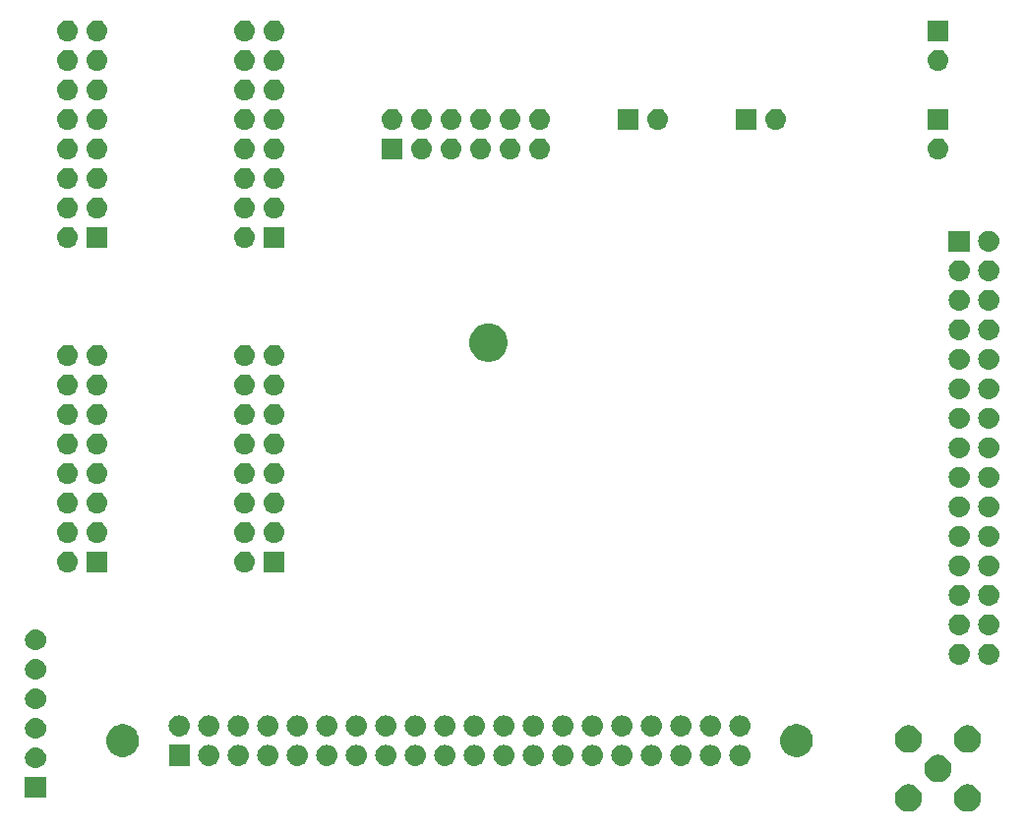
<source format=gbr>
G04 #@! TF.GenerationSoftware,KiCad,Pcbnew,(5.1.4)-1*
G04 #@! TF.CreationDate,2020-02-08T10:20:25-06:00*
G04 #@! TF.ProjectId,Jetson_Addon,4a657473-6f6e-45f4-9164-646f6e2e6b69,rev?*
G04 #@! TF.SameCoordinates,Original*
G04 #@! TF.FileFunction,Soldermask,Bot*
G04 #@! TF.FilePolarity,Negative*
%FSLAX46Y46*%
G04 Gerber Fmt 4.6, Leading zero omitted, Abs format (unit mm)*
G04 Created by KiCad (PCBNEW (5.1.4)-1) date 2020-02-08 10:20:25*
%MOMM*%
%LPD*%
G04 APERTURE LIST*
%ADD10C,0.100000*%
G04 APERTURE END LIST*
D10*
G36*
X172911560Y-153779064D02*
G01*
X173063027Y-153809193D01*
X173277045Y-153897842D01*
X173277046Y-153897843D01*
X173469654Y-154026539D01*
X173633461Y-154190346D01*
X173719258Y-154318751D01*
X173762158Y-154382955D01*
X173850807Y-154596973D01*
X173896000Y-154824174D01*
X173896000Y-155055826D01*
X173850807Y-155283027D01*
X173762158Y-155497045D01*
X173762157Y-155497046D01*
X173633461Y-155689654D01*
X173469654Y-155853461D01*
X173341249Y-155939258D01*
X173277045Y-155982158D01*
X173063027Y-156070807D01*
X172911560Y-156100936D01*
X172835827Y-156116000D01*
X172604173Y-156116000D01*
X172528440Y-156100936D01*
X172376973Y-156070807D01*
X172162955Y-155982158D01*
X172098751Y-155939258D01*
X171970346Y-155853461D01*
X171806539Y-155689654D01*
X171677843Y-155497046D01*
X171677842Y-155497045D01*
X171589193Y-155283027D01*
X171544000Y-155055826D01*
X171544000Y-154824174D01*
X171589193Y-154596973D01*
X171677842Y-154382955D01*
X171720742Y-154318751D01*
X171806539Y-154190346D01*
X171970346Y-154026539D01*
X172162954Y-153897843D01*
X172162955Y-153897842D01*
X172376973Y-153809193D01*
X172528440Y-153779064D01*
X172604173Y-153764000D01*
X172835827Y-153764000D01*
X172911560Y-153779064D01*
X172911560Y-153779064D01*
G37*
G36*
X167831560Y-153779064D02*
G01*
X167983027Y-153809193D01*
X168197045Y-153897842D01*
X168197046Y-153897843D01*
X168389654Y-154026539D01*
X168553461Y-154190346D01*
X168639258Y-154318751D01*
X168682158Y-154382955D01*
X168770807Y-154596973D01*
X168816000Y-154824174D01*
X168816000Y-155055826D01*
X168770807Y-155283027D01*
X168682158Y-155497045D01*
X168682157Y-155497046D01*
X168553461Y-155689654D01*
X168389654Y-155853461D01*
X168261249Y-155939258D01*
X168197045Y-155982158D01*
X167983027Y-156070807D01*
X167831560Y-156100936D01*
X167755827Y-156116000D01*
X167524173Y-156116000D01*
X167448440Y-156100936D01*
X167296973Y-156070807D01*
X167082955Y-155982158D01*
X167018751Y-155939258D01*
X166890346Y-155853461D01*
X166726539Y-155689654D01*
X166597843Y-155497046D01*
X166597842Y-155497045D01*
X166509193Y-155283027D01*
X166464000Y-155055826D01*
X166464000Y-154824174D01*
X166509193Y-154596973D01*
X166597842Y-154382955D01*
X166640742Y-154318751D01*
X166726539Y-154190346D01*
X166890346Y-154026539D01*
X167082954Y-153897843D01*
X167082955Y-153897842D01*
X167296973Y-153809193D01*
X167448440Y-153779064D01*
X167524173Y-153764000D01*
X167755827Y-153764000D01*
X167831560Y-153779064D01*
X167831560Y-153779064D01*
G37*
G36*
X93401000Y-154921000D02*
G01*
X91599000Y-154921000D01*
X91599000Y-153119000D01*
X93401000Y-153119000D01*
X93401000Y-154921000D01*
X93401000Y-154921000D01*
G37*
G36*
X170371560Y-151239064D02*
G01*
X170523027Y-151269193D01*
X170737045Y-151357842D01*
X170737046Y-151357843D01*
X170929654Y-151486539D01*
X171093461Y-151650346D01*
X171175408Y-151772989D01*
X171222158Y-151842955D01*
X171310807Y-152056973D01*
X171356000Y-152284174D01*
X171356000Y-152515826D01*
X171310807Y-152743027D01*
X171222158Y-152957045D01*
X171222157Y-152957046D01*
X171093461Y-153149654D01*
X170929654Y-153313461D01*
X170801249Y-153399258D01*
X170737045Y-153442158D01*
X170523027Y-153530807D01*
X170371560Y-153560936D01*
X170295827Y-153576000D01*
X170064173Y-153576000D01*
X169988440Y-153560936D01*
X169836973Y-153530807D01*
X169622955Y-153442158D01*
X169558751Y-153399258D01*
X169430346Y-153313461D01*
X169266539Y-153149654D01*
X169137843Y-152957046D01*
X169137842Y-152957045D01*
X169049193Y-152743027D01*
X169004000Y-152515826D01*
X169004000Y-152284174D01*
X169049193Y-152056973D01*
X169137842Y-151842955D01*
X169184592Y-151772989D01*
X169266539Y-151650346D01*
X169430346Y-151486539D01*
X169622954Y-151357843D01*
X169622955Y-151357842D01*
X169836973Y-151269193D01*
X169988440Y-151239064D01*
X170064173Y-151224000D01*
X170295827Y-151224000D01*
X170371560Y-151239064D01*
X170371560Y-151239064D01*
G37*
G36*
X92610443Y-150585519D02*
G01*
X92676627Y-150592037D01*
X92846466Y-150643557D01*
X93002991Y-150727222D01*
X93038729Y-150756552D01*
X93140186Y-150839814D01*
X93208892Y-150923534D01*
X93252778Y-150977009D01*
X93336443Y-151133534D01*
X93387963Y-151303373D01*
X93405359Y-151480000D01*
X93387963Y-151656627D01*
X93336443Y-151826466D01*
X93252778Y-151982991D01*
X93223448Y-152018729D01*
X93140186Y-152120186D01*
X93038729Y-152203448D01*
X93002991Y-152232778D01*
X92846466Y-152316443D01*
X92676627Y-152367963D01*
X92610442Y-152374482D01*
X92544260Y-152381000D01*
X92455740Y-152381000D01*
X92389558Y-152374482D01*
X92323373Y-152367963D01*
X92153534Y-152316443D01*
X91997009Y-152232778D01*
X91961271Y-152203448D01*
X91859814Y-152120186D01*
X91776552Y-152018729D01*
X91747222Y-151982991D01*
X91663557Y-151826466D01*
X91612037Y-151656627D01*
X91594641Y-151480000D01*
X91612037Y-151303373D01*
X91663557Y-151133534D01*
X91747222Y-150977009D01*
X91791108Y-150923534D01*
X91859814Y-150839814D01*
X91961271Y-150756552D01*
X91997009Y-150727222D01*
X92153534Y-150643557D01*
X92323373Y-150592037D01*
X92389557Y-150585519D01*
X92455740Y-150579000D01*
X92544260Y-150579000D01*
X92610443Y-150585519D01*
X92610443Y-150585519D01*
G37*
G36*
X143080443Y-150375519D02*
G01*
X143146627Y-150382037D01*
X143316466Y-150433557D01*
X143472991Y-150517222D01*
X143508729Y-150546552D01*
X143610186Y-150629814D01*
X143690125Y-150727221D01*
X143722778Y-150767009D01*
X143806443Y-150923534D01*
X143857963Y-151093373D01*
X143875359Y-151270000D01*
X143857963Y-151446627D01*
X143806443Y-151616466D01*
X143722778Y-151772991D01*
X143693448Y-151808729D01*
X143610186Y-151910186D01*
X143508729Y-151993448D01*
X143472991Y-152022778D01*
X143316466Y-152106443D01*
X143146627Y-152157963D01*
X143080442Y-152164482D01*
X143014260Y-152171000D01*
X142925740Y-152171000D01*
X142859558Y-152164482D01*
X142793373Y-152157963D01*
X142623534Y-152106443D01*
X142467009Y-152022778D01*
X142431271Y-151993448D01*
X142329814Y-151910186D01*
X142246552Y-151808729D01*
X142217222Y-151772991D01*
X142133557Y-151616466D01*
X142082037Y-151446627D01*
X142064641Y-151270000D01*
X142082037Y-151093373D01*
X142133557Y-150923534D01*
X142217222Y-150767009D01*
X142249875Y-150727221D01*
X142329814Y-150629814D01*
X142431271Y-150546552D01*
X142467009Y-150517222D01*
X142623534Y-150433557D01*
X142793373Y-150382037D01*
X142859557Y-150375519D01*
X142925740Y-150369000D01*
X143014260Y-150369000D01*
X143080443Y-150375519D01*
X143080443Y-150375519D01*
G37*
G36*
X153240443Y-150375519D02*
G01*
X153306627Y-150382037D01*
X153476466Y-150433557D01*
X153632991Y-150517222D01*
X153668729Y-150546552D01*
X153770186Y-150629814D01*
X153850125Y-150727221D01*
X153882778Y-150767009D01*
X153966443Y-150923534D01*
X154017963Y-151093373D01*
X154035359Y-151270000D01*
X154017963Y-151446627D01*
X153966443Y-151616466D01*
X153882778Y-151772991D01*
X153853448Y-151808729D01*
X153770186Y-151910186D01*
X153668729Y-151993448D01*
X153632991Y-152022778D01*
X153476466Y-152106443D01*
X153306627Y-152157963D01*
X153240442Y-152164482D01*
X153174260Y-152171000D01*
X153085740Y-152171000D01*
X153019558Y-152164482D01*
X152953373Y-152157963D01*
X152783534Y-152106443D01*
X152627009Y-152022778D01*
X152591271Y-151993448D01*
X152489814Y-151910186D01*
X152406552Y-151808729D01*
X152377222Y-151772991D01*
X152293557Y-151616466D01*
X152242037Y-151446627D01*
X152224641Y-151270000D01*
X152242037Y-151093373D01*
X152293557Y-150923534D01*
X152377222Y-150767009D01*
X152409875Y-150727221D01*
X152489814Y-150629814D01*
X152591271Y-150546552D01*
X152627009Y-150517222D01*
X152783534Y-150433557D01*
X152953373Y-150382037D01*
X153019557Y-150375519D01*
X153085740Y-150369000D01*
X153174260Y-150369000D01*
X153240443Y-150375519D01*
X153240443Y-150375519D01*
G37*
G36*
X148160443Y-150375519D02*
G01*
X148226627Y-150382037D01*
X148396466Y-150433557D01*
X148552991Y-150517222D01*
X148588729Y-150546552D01*
X148690186Y-150629814D01*
X148770125Y-150727221D01*
X148802778Y-150767009D01*
X148886443Y-150923534D01*
X148937963Y-151093373D01*
X148955359Y-151270000D01*
X148937963Y-151446627D01*
X148886443Y-151616466D01*
X148802778Y-151772991D01*
X148773448Y-151808729D01*
X148690186Y-151910186D01*
X148588729Y-151993448D01*
X148552991Y-152022778D01*
X148396466Y-152106443D01*
X148226627Y-152157963D01*
X148160442Y-152164482D01*
X148094260Y-152171000D01*
X148005740Y-152171000D01*
X147939558Y-152164482D01*
X147873373Y-152157963D01*
X147703534Y-152106443D01*
X147547009Y-152022778D01*
X147511271Y-151993448D01*
X147409814Y-151910186D01*
X147326552Y-151808729D01*
X147297222Y-151772991D01*
X147213557Y-151616466D01*
X147162037Y-151446627D01*
X147144641Y-151270000D01*
X147162037Y-151093373D01*
X147213557Y-150923534D01*
X147297222Y-150767009D01*
X147329875Y-150727221D01*
X147409814Y-150629814D01*
X147511271Y-150546552D01*
X147547009Y-150517222D01*
X147703534Y-150433557D01*
X147873373Y-150382037D01*
X147939557Y-150375519D01*
X148005740Y-150369000D01*
X148094260Y-150369000D01*
X148160443Y-150375519D01*
X148160443Y-150375519D01*
G37*
G36*
X150700443Y-150375519D02*
G01*
X150766627Y-150382037D01*
X150936466Y-150433557D01*
X151092991Y-150517222D01*
X151128729Y-150546552D01*
X151230186Y-150629814D01*
X151310125Y-150727221D01*
X151342778Y-150767009D01*
X151426443Y-150923534D01*
X151477963Y-151093373D01*
X151495359Y-151270000D01*
X151477963Y-151446627D01*
X151426443Y-151616466D01*
X151342778Y-151772991D01*
X151313448Y-151808729D01*
X151230186Y-151910186D01*
X151128729Y-151993448D01*
X151092991Y-152022778D01*
X150936466Y-152106443D01*
X150766627Y-152157963D01*
X150700442Y-152164482D01*
X150634260Y-152171000D01*
X150545740Y-152171000D01*
X150479558Y-152164482D01*
X150413373Y-152157963D01*
X150243534Y-152106443D01*
X150087009Y-152022778D01*
X150051271Y-151993448D01*
X149949814Y-151910186D01*
X149866552Y-151808729D01*
X149837222Y-151772991D01*
X149753557Y-151616466D01*
X149702037Y-151446627D01*
X149684641Y-151270000D01*
X149702037Y-151093373D01*
X149753557Y-150923534D01*
X149837222Y-150767009D01*
X149869875Y-150727221D01*
X149949814Y-150629814D01*
X150051271Y-150546552D01*
X150087009Y-150517222D01*
X150243534Y-150433557D01*
X150413373Y-150382037D01*
X150479557Y-150375519D01*
X150545740Y-150369000D01*
X150634260Y-150369000D01*
X150700443Y-150375519D01*
X150700443Y-150375519D01*
G37*
G36*
X140540443Y-150375519D02*
G01*
X140606627Y-150382037D01*
X140776466Y-150433557D01*
X140932991Y-150517222D01*
X140968729Y-150546552D01*
X141070186Y-150629814D01*
X141150125Y-150727221D01*
X141182778Y-150767009D01*
X141266443Y-150923534D01*
X141317963Y-151093373D01*
X141335359Y-151270000D01*
X141317963Y-151446627D01*
X141266443Y-151616466D01*
X141182778Y-151772991D01*
X141153448Y-151808729D01*
X141070186Y-151910186D01*
X140968729Y-151993448D01*
X140932991Y-152022778D01*
X140776466Y-152106443D01*
X140606627Y-152157963D01*
X140540442Y-152164482D01*
X140474260Y-152171000D01*
X140385740Y-152171000D01*
X140319558Y-152164482D01*
X140253373Y-152157963D01*
X140083534Y-152106443D01*
X139927009Y-152022778D01*
X139891271Y-151993448D01*
X139789814Y-151910186D01*
X139706552Y-151808729D01*
X139677222Y-151772991D01*
X139593557Y-151616466D01*
X139542037Y-151446627D01*
X139524641Y-151270000D01*
X139542037Y-151093373D01*
X139593557Y-150923534D01*
X139677222Y-150767009D01*
X139709875Y-150727221D01*
X139789814Y-150629814D01*
X139891271Y-150546552D01*
X139927009Y-150517222D01*
X140083534Y-150433557D01*
X140253373Y-150382037D01*
X140319557Y-150375519D01*
X140385740Y-150369000D01*
X140474260Y-150369000D01*
X140540443Y-150375519D01*
X140540443Y-150375519D01*
G37*
G36*
X138000443Y-150375519D02*
G01*
X138066627Y-150382037D01*
X138236466Y-150433557D01*
X138392991Y-150517222D01*
X138428729Y-150546552D01*
X138530186Y-150629814D01*
X138610125Y-150727221D01*
X138642778Y-150767009D01*
X138726443Y-150923534D01*
X138777963Y-151093373D01*
X138795359Y-151270000D01*
X138777963Y-151446627D01*
X138726443Y-151616466D01*
X138642778Y-151772991D01*
X138613448Y-151808729D01*
X138530186Y-151910186D01*
X138428729Y-151993448D01*
X138392991Y-152022778D01*
X138236466Y-152106443D01*
X138066627Y-152157963D01*
X138000442Y-152164482D01*
X137934260Y-152171000D01*
X137845740Y-152171000D01*
X137779558Y-152164482D01*
X137713373Y-152157963D01*
X137543534Y-152106443D01*
X137387009Y-152022778D01*
X137351271Y-151993448D01*
X137249814Y-151910186D01*
X137166552Y-151808729D01*
X137137222Y-151772991D01*
X137053557Y-151616466D01*
X137002037Y-151446627D01*
X136984641Y-151270000D01*
X137002037Y-151093373D01*
X137053557Y-150923534D01*
X137137222Y-150767009D01*
X137169875Y-150727221D01*
X137249814Y-150629814D01*
X137351271Y-150546552D01*
X137387009Y-150517222D01*
X137543534Y-150433557D01*
X137713373Y-150382037D01*
X137779557Y-150375519D01*
X137845740Y-150369000D01*
X137934260Y-150369000D01*
X138000443Y-150375519D01*
X138000443Y-150375519D01*
G37*
G36*
X135460443Y-150375519D02*
G01*
X135526627Y-150382037D01*
X135696466Y-150433557D01*
X135852991Y-150517222D01*
X135888729Y-150546552D01*
X135990186Y-150629814D01*
X136070125Y-150727221D01*
X136102778Y-150767009D01*
X136186443Y-150923534D01*
X136237963Y-151093373D01*
X136255359Y-151270000D01*
X136237963Y-151446627D01*
X136186443Y-151616466D01*
X136102778Y-151772991D01*
X136073448Y-151808729D01*
X135990186Y-151910186D01*
X135888729Y-151993448D01*
X135852991Y-152022778D01*
X135696466Y-152106443D01*
X135526627Y-152157963D01*
X135460442Y-152164482D01*
X135394260Y-152171000D01*
X135305740Y-152171000D01*
X135239558Y-152164482D01*
X135173373Y-152157963D01*
X135003534Y-152106443D01*
X134847009Y-152022778D01*
X134811271Y-151993448D01*
X134709814Y-151910186D01*
X134626552Y-151808729D01*
X134597222Y-151772991D01*
X134513557Y-151616466D01*
X134462037Y-151446627D01*
X134444641Y-151270000D01*
X134462037Y-151093373D01*
X134513557Y-150923534D01*
X134597222Y-150767009D01*
X134629875Y-150727221D01*
X134709814Y-150629814D01*
X134811271Y-150546552D01*
X134847009Y-150517222D01*
X135003534Y-150433557D01*
X135173373Y-150382037D01*
X135239557Y-150375519D01*
X135305740Y-150369000D01*
X135394260Y-150369000D01*
X135460443Y-150375519D01*
X135460443Y-150375519D01*
G37*
G36*
X145620443Y-150375519D02*
G01*
X145686627Y-150382037D01*
X145856466Y-150433557D01*
X146012991Y-150517222D01*
X146048729Y-150546552D01*
X146150186Y-150629814D01*
X146230125Y-150727221D01*
X146262778Y-150767009D01*
X146346443Y-150923534D01*
X146397963Y-151093373D01*
X146415359Y-151270000D01*
X146397963Y-151446627D01*
X146346443Y-151616466D01*
X146262778Y-151772991D01*
X146233448Y-151808729D01*
X146150186Y-151910186D01*
X146048729Y-151993448D01*
X146012991Y-152022778D01*
X145856466Y-152106443D01*
X145686627Y-152157963D01*
X145620442Y-152164482D01*
X145554260Y-152171000D01*
X145465740Y-152171000D01*
X145399558Y-152164482D01*
X145333373Y-152157963D01*
X145163534Y-152106443D01*
X145007009Y-152022778D01*
X144971271Y-151993448D01*
X144869814Y-151910186D01*
X144786552Y-151808729D01*
X144757222Y-151772991D01*
X144673557Y-151616466D01*
X144622037Y-151446627D01*
X144604641Y-151270000D01*
X144622037Y-151093373D01*
X144673557Y-150923534D01*
X144757222Y-150767009D01*
X144789875Y-150727221D01*
X144869814Y-150629814D01*
X144971271Y-150546552D01*
X145007009Y-150517222D01*
X145163534Y-150433557D01*
X145333373Y-150382037D01*
X145399557Y-150375519D01*
X145465740Y-150369000D01*
X145554260Y-150369000D01*
X145620443Y-150375519D01*
X145620443Y-150375519D01*
G37*
G36*
X130380443Y-150375519D02*
G01*
X130446627Y-150382037D01*
X130616466Y-150433557D01*
X130772991Y-150517222D01*
X130808729Y-150546552D01*
X130910186Y-150629814D01*
X130990125Y-150727221D01*
X131022778Y-150767009D01*
X131106443Y-150923534D01*
X131157963Y-151093373D01*
X131175359Y-151270000D01*
X131157963Y-151446627D01*
X131106443Y-151616466D01*
X131022778Y-151772991D01*
X130993448Y-151808729D01*
X130910186Y-151910186D01*
X130808729Y-151993448D01*
X130772991Y-152022778D01*
X130616466Y-152106443D01*
X130446627Y-152157963D01*
X130380442Y-152164482D01*
X130314260Y-152171000D01*
X130225740Y-152171000D01*
X130159558Y-152164482D01*
X130093373Y-152157963D01*
X129923534Y-152106443D01*
X129767009Y-152022778D01*
X129731271Y-151993448D01*
X129629814Y-151910186D01*
X129546552Y-151808729D01*
X129517222Y-151772991D01*
X129433557Y-151616466D01*
X129382037Y-151446627D01*
X129364641Y-151270000D01*
X129382037Y-151093373D01*
X129433557Y-150923534D01*
X129517222Y-150767009D01*
X129549875Y-150727221D01*
X129629814Y-150629814D01*
X129731271Y-150546552D01*
X129767009Y-150517222D01*
X129923534Y-150433557D01*
X130093373Y-150382037D01*
X130159557Y-150375519D01*
X130225740Y-150369000D01*
X130314260Y-150369000D01*
X130380443Y-150375519D01*
X130380443Y-150375519D01*
G37*
G36*
X127840443Y-150375519D02*
G01*
X127906627Y-150382037D01*
X128076466Y-150433557D01*
X128232991Y-150517222D01*
X128268729Y-150546552D01*
X128370186Y-150629814D01*
X128450125Y-150727221D01*
X128482778Y-150767009D01*
X128566443Y-150923534D01*
X128617963Y-151093373D01*
X128635359Y-151270000D01*
X128617963Y-151446627D01*
X128566443Y-151616466D01*
X128482778Y-151772991D01*
X128453448Y-151808729D01*
X128370186Y-151910186D01*
X128268729Y-151993448D01*
X128232991Y-152022778D01*
X128076466Y-152106443D01*
X127906627Y-152157963D01*
X127840442Y-152164482D01*
X127774260Y-152171000D01*
X127685740Y-152171000D01*
X127619558Y-152164482D01*
X127553373Y-152157963D01*
X127383534Y-152106443D01*
X127227009Y-152022778D01*
X127191271Y-151993448D01*
X127089814Y-151910186D01*
X127006552Y-151808729D01*
X126977222Y-151772991D01*
X126893557Y-151616466D01*
X126842037Y-151446627D01*
X126824641Y-151270000D01*
X126842037Y-151093373D01*
X126893557Y-150923534D01*
X126977222Y-150767009D01*
X127009875Y-150727221D01*
X127089814Y-150629814D01*
X127191271Y-150546552D01*
X127227009Y-150517222D01*
X127383534Y-150433557D01*
X127553373Y-150382037D01*
X127619557Y-150375519D01*
X127685740Y-150369000D01*
X127774260Y-150369000D01*
X127840443Y-150375519D01*
X127840443Y-150375519D01*
G37*
G36*
X122760443Y-150375519D02*
G01*
X122826627Y-150382037D01*
X122996466Y-150433557D01*
X123152991Y-150517222D01*
X123188729Y-150546552D01*
X123290186Y-150629814D01*
X123370125Y-150727221D01*
X123402778Y-150767009D01*
X123486443Y-150923534D01*
X123537963Y-151093373D01*
X123555359Y-151270000D01*
X123537963Y-151446627D01*
X123486443Y-151616466D01*
X123402778Y-151772991D01*
X123373448Y-151808729D01*
X123290186Y-151910186D01*
X123188729Y-151993448D01*
X123152991Y-152022778D01*
X122996466Y-152106443D01*
X122826627Y-152157963D01*
X122760442Y-152164482D01*
X122694260Y-152171000D01*
X122605740Y-152171000D01*
X122539558Y-152164482D01*
X122473373Y-152157963D01*
X122303534Y-152106443D01*
X122147009Y-152022778D01*
X122111271Y-151993448D01*
X122009814Y-151910186D01*
X121926552Y-151808729D01*
X121897222Y-151772991D01*
X121813557Y-151616466D01*
X121762037Y-151446627D01*
X121744641Y-151270000D01*
X121762037Y-151093373D01*
X121813557Y-150923534D01*
X121897222Y-150767009D01*
X121929875Y-150727221D01*
X122009814Y-150629814D01*
X122111271Y-150546552D01*
X122147009Y-150517222D01*
X122303534Y-150433557D01*
X122473373Y-150382037D01*
X122539557Y-150375519D01*
X122605740Y-150369000D01*
X122694260Y-150369000D01*
X122760443Y-150375519D01*
X122760443Y-150375519D01*
G37*
G36*
X120220443Y-150375519D02*
G01*
X120286627Y-150382037D01*
X120456466Y-150433557D01*
X120612991Y-150517222D01*
X120648729Y-150546552D01*
X120750186Y-150629814D01*
X120830125Y-150727221D01*
X120862778Y-150767009D01*
X120946443Y-150923534D01*
X120997963Y-151093373D01*
X121015359Y-151270000D01*
X120997963Y-151446627D01*
X120946443Y-151616466D01*
X120862778Y-151772991D01*
X120833448Y-151808729D01*
X120750186Y-151910186D01*
X120648729Y-151993448D01*
X120612991Y-152022778D01*
X120456466Y-152106443D01*
X120286627Y-152157963D01*
X120220442Y-152164482D01*
X120154260Y-152171000D01*
X120065740Y-152171000D01*
X119999558Y-152164482D01*
X119933373Y-152157963D01*
X119763534Y-152106443D01*
X119607009Y-152022778D01*
X119571271Y-151993448D01*
X119469814Y-151910186D01*
X119386552Y-151808729D01*
X119357222Y-151772991D01*
X119273557Y-151616466D01*
X119222037Y-151446627D01*
X119204641Y-151270000D01*
X119222037Y-151093373D01*
X119273557Y-150923534D01*
X119357222Y-150767009D01*
X119389875Y-150727221D01*
X119469814Y-150629814D01*
X119571271Y-150546552D01*
X119607009Y-150517222D01*
X119763534Y-150433557D01*
X119933373Y-150382037D01*
X119999557Y-150375519D01*
X120065740Y-150369000D01*
X120154260Y-150369000D01*
X120220443Y-150375519D01*
X120220443Y-150375519D01*
G37*
G36*
X117680443Y-150375519D02*
G01*
X117746627Y-150382037D01*
X117916466Y-150433557D01*
X118072991Y-150517222D01*
X118108729Y-150546552D01*
X118210186Y-150629814D01*
X118290125Y-150727221D01*
X118322778Y-150767009D01*
X118406443Y-150923534D01*
X118457963Y-151093373D01*
X118475359Y-151270000D01*
X118457963Y-151446627D01*
X118406443Y-151616466D01*
X118322778Y-151772991D01*
X118293448Y-151808729D01*
X118210186Y-151910186D01*
X118108729Y-151993448D01*
X118072991Y-152022778D01*
X117916466Y-152106443D01*
X117746627Y-152157963D01*
X117680442Y-152164482D01*
X117614260Y-152171000D01*
X117525740Y-152171000D01*
X117459558Y-152164482D01*
X117393373Y-152157963D01*
X117223534Y-152106443D01*
X117067009Y-152022778D01*
X117031271Y-151993448D01*
X116929814Y-151910186D01*
X116846552Y-151808729D01*
X116817222Y-151772991D01*
X116733557Y-151616466D01*
X116682037Y-151446627D01*
X116664641Y-151270000D01*
X116682037Y-151093373D01*
X116733557Y-150923534D01*
X116817222Y-150767009D01*
X116849875Y-150727221D01*
X116929814Y-150629814D01*
X117031271Y-150546552D01*
X117067009Y-150517222D01*
X117223534Y-150433557D01*
X117393373Y-150382037D01*
X117459557Y-150375519D01*
X117525740Y-150369000D01*
X117614260Y-150369000D01*
X117680443Y-150375519D01*
X117680443Y-150375519D01*
G37*
G36*
X115140443Y-150375519D02*
G01*
X115206627Y-150382037D01*
X115376466Y-150433557D01*
X115532991Y-150517222D01*
X115568729Y-150546552D01*
X115670186Y-150629814D01*
X115750125Y-150727221D01*
X115782778Y-150767009D01*
X115866443Y-150923534D01*
X115917963Y-151093373D01*
X115935359Y-151270000D01*
X115917963Y-151446627D01*
X115866443Y-151616466D01*
X115782778Y-151772991D01*
X115753448Y-151808729D01*
X115670186Y-151910186D01*
X115568729Y-151993448D01*
X115532991Y-152022778D01*
X115376466Y-152106443D01*
X115206627Y-152157963D01*
X115140442Y-152164482D01*
X115074260Y-152171000D01*
X114985740Y-152171000D01*
X114919558Y-152164482D01*
X114853373Y-152157963D01*
X114683534Y-152106443D01*
X114527009Y-152022778D01*
X114491271Y-151993448D01*
X114389814Y-151910186D01*
X114306552Y-151808729D01*
X114277222Y-151772991D01*
X114193557Y-151616466D01*
X114142037Y-151446627D01*
X114124641Y-151270000D01*
X114142037Y-151093373D01*
X114193557Y-150923534D01*
X114277222Y-150767009D01*
X114309875Y-150727221D01*
X114389814Y-150629814D01*
X114491271Y-150546552D01*
X114527009Y-150517222D01*
X114683534Y-150433557D01*
X114853373Y-150382037D01*
X114919557Y-150375519D01*
X114985740Y-150369000D01*
X115074260Y-150369000D01*
X115140443Y-150375519D01*
X115140443Y-150375519D01*
G37*
G36*
X112600443Y-150375519D02*
G01*
X112666627Y-150382037D01*
X112836466Y-150433557D01*
X112992991Y-150517222D01*
X113028729Y-150546552D01*
X113130186Y-150629814D01*
X113210125Y-150727221D01*
X113242778Y-150767009D01*
X113326443Y-150923534D01*
X113377963Y-151093373D01*
X113395359Y-151270000D01*
X113377963Y-151446627D01*
X113326443Y-151616466D01*
X113242778Y-151772991D01*
X113213448Y-151808729D01*
X113130186Y-151910186D01*
X113028729Y-151993448D01*
X112992991Y-152022778D01*
X112836466Y-152106443D01*
X112666627Y-152157963D01*
X112600442Y-152164482D01*
X112534260Y-152171000D01*
X112445740Y-152171000D01*
X112379558Y-152164482D01*
X112313373Y-152157963D01*
X112143534Y-152106443D01*
X111987009Y-152022778D01*
X111951271Y-151993448D01*
X111849814Y-151910186D01*
X111766552Y-151808729D01*
X111737222Y-151772991D01*
X111653557Y-151616466D01*
X111602037Y-151446627D01*
X111584641Y-151270000D01*
X111602037Y-151093373D01*
X111653557Y-150923534D01*
X111737222Y-150767009D01*
X111769875Y-150727221D01*
X111849814Y-150629814D01*
X111951271Y-150546552D01*
X111987009Y-150517222D01*
X112143534Y-150433557D01*
X112313373Y-150382037D01*
X112379557Y-150375519D01*
X112445740Y-150369000D01*
X112534260Y-150369000D01*
X112600443Y-150375519D01*
X112600443Y-150375519D01*
G37*
G36*
X132920443Y-150375519D02*
G01*
X132986627Y-150382037D01*
X133156466Y-150433557D01*
X133312991Y-150517222D01*
X133348729Y-150546552D01*
X133450186Y-150629814D01*
X133530125Y-150727221D01*
X133562778Y-150767009D01*
X133646443Y-150923534D01*
X133697963Y-151093373D01*
X133715359Y-151270000D01*
X133697963Y-151446627D01*
X133646443Y-151616466D01*
X133562778Y-151772991D01*
X133533448Y-151808729D01*
X133450186Y-151910186D01*
X133348729Y-151993448D01*
X133312991Y-152022778D01*
X133156466Y-152106443D01*
X132986627Y-152157963D01*
X132920442Y-152164482D01*
X132854260Y-152171000D01*
X132765740Y-152171000D01*
X132699558Y-152164482D01*
X132633373Y-152157963D01*
X132463534Y-152106443D01*
X132307009Y-152022778D01*
X132271271Y-151993448D01*
X132169814Y-151910186D01*
X132086552Y-151808729D01*
X132057222Y-151772991D01*
X131973557Y-151616466D01*
X131922037Y-151446627D01*
X131904641Y-151270000D01*
X131922037Y-151093373D01*
X131973557Y-150923534D01*
X132057222Y-150767009D01*
X132089875Y-150727221D01*
X132169814Y-150629814D01*
X132271271Y-150546552D01*
X132307009Y-150517222D01*
X132463534Y-150433557D01*
X132633373Y-150382037D01*
X132699557Y-150375519D01*
X132765740Y-150369000D01*
X132854260Y-150369000D01*
X132920443Y-150375519D01*
X132920443Y-150375519D01*
G37*
G36*
X110060443Y-150375519D02*
G01*
X110126627Y-150382037D01*
X110296466Y-150433557D01*
X110452991Y-150517222D01*
X110488729Y-150546552D01*
X110590186Y-150629814D01*
X110670125Y-150727221D01*
X110702778Y-150767009D01*
X110786443Y-150923534D01*
X110837963Y-151093373D01*
X110855359Y-151270000D01*
X110837963Y-151446627D01*
X110786443Y-151616466D01*
X110702778Y-151772991D01*
X110673448Y-151808729D01*
X110590186Y-151910186D01*
X110488729Y-151993448D01*
X110452991Y-152022778D01*
X110296466Y-152106443D01*
X110126627Y-152157963D01*
X110060442Y-152164482D01*
X109994260Y-152171000D01*
X109905740Y-152171000D01*
X109839558Y-152164482D01*
X109773373Y-152157963D01*
X109603534Y-152106443D01*
X109447009Y-152022778D01*
X109411271Y-151993448D01*
X109309814Y-151910186D01*
X109226552Y-151808729D01*
X109197222Y-151772991D01*
X109113557Y-151616466D01*
X109062037Y-151446627D01*
X109044641Y-151270000D01*
X109062037Y-151093373D01*
X109113557Y-150923534D01*
X109197222Y-150767009D01*
X109229875Y-150727221D01*
X109309814Y-150629814D01*
X109411271Y-150546552D01*
X109447009Y-150517222D01*
X109603534Y-150433557D01*
X109773373Y-150382037D01*
X109839557Y-150375519D01*
X109905740Y-150369000D01*
X109994260Y-150369000D01*
X110060443Y-150375519D01*
X110060443Y-150375519D01*
G37*
G36*
X107520443Y-150375519D02*
G01*
X107586627Y-150382037D01*
X107756466Y-150433557D01*
X107912991Y-150517222D01*
X107948729Y-150546552D01*
X108050186Y-150629814D01*
X108130125Y-150727221D01*
X108162778Y-150767009D01*
X108246443Y-150923534D01*
X108297963Y-151093373D01*
X108315359Y-151270000D01*
X108297963Y-151446627D01*
X108246443Y-151616466D01*
X108162778Y-151772991D01*
X108133448Y-151808729D01*
X108050186Y-151910186D01*
X107948729Y-151993448D01*
X107912991Y-152022778D01*
X107756466Y-152106443D01*
X107586627Y-152157963D01*
X107520442Y-152164482D01*
X107454260Y-152171000D01*
X107365740Y-152171000D01*
X107299558Y-152164482D01*
X107233373Y-152157963D01*
X107063534Y-152106443D01*
X106907009Y-152022778D01*
X106871271Y-151993448D01*
X106769814Y-151910186D01*
X106686552Y-151808729D01*
X106657222Y-151772991D01*
X106573557Y-151616466D01*
X106522037Y-151446627D01*
X106504641Y-151270000D01*
X106522037Y-151093373D01*
X106573557Y-150923534D01*
X106657222Y-150767009D01*
X106689875Y-150727221D01*
X106769814Y-150629814D01*
X106871271Y-150546552D01*
X106907009Y-150517222D01*
X107063534Y-150433557D01*
X107233373Y-150382037D01*
X107299557Y-150375519D01*
X107365740Y-150369000D01*
X107454260Y-150369000D01*
X107520443Y-150375519D01*
X107520443Y-150375519D01*
G37*
G36*
X105771000Y-152171000D02*
G01*
X103969000Y-152171000D01*
X103969000Y-150369000D01*
X105771000Y-150369000D01*
X105771000Y-152171000D01*
X105771000Y-152171000D01*
G37*
G36*
X125300443Y-150375519D02*
G01*
X125366627Y-150382037D01*
X125536466Y-150433557D01*
X125692991Y-150517222D01*
X125728729Y-150546552D01*
X125830186Y-150629814D01*
X125910125Y-150727221D01*
X125942778Y-150767009D01*
X126026443Y-150923534D01*
X126077963Y-151093373D01*
X126095359Y-151270000D01*
X126077963Y-151446627D01*
X126026443Y-151616466D01*
X125942778Y-151772991D01*
X125913448Y-151808729D01*
X125830186Y-151910186D01*
X125728729Y-151993448D01*
X125692991Y-152022778D01*
X125536466Y-152106443D01*
X125366627Y-152157963D01*
X125300442Y-152164482D01*
X125234260Y-152171000D01*
X125145740Y-152171000D01*
X125079558Y-152164482D01*
X125013373Y-152157963D01*
X124843534Y-152106443D01*
X124687009Y-152022778D01*
X124651271Y-151993448D01*
X124549814Y-151910186D01*
X124466552Y-151808729D01*
X124437222Y-151772991D01*
X124353557Y-151616466D01*
X124302037Y-151446627D01*
X124284641Y-151270000D01*
X124302037Y-151093373D01*
X124353557Y-150923534D01*
X124437222Y-150767009D01*
X124469875Y-150727221D01*
X124549814Y-150629814D01*
X124651271Y-150546552D01*
X124687009Y-150517222D01*
X124843534Y-150433557D01*
X125013373Y-150382037D01*
X125079557Y-150375519D01*
X125145740Y-150369000D01*
X125234260Y-150369000D01*
X125300443Y-150375519D01*
X125300443Y-150375519D01*
G37*
G36*
X158318433Y-148634893D02*
G01*
X158408657Y-148652839D01*
X158514267Y-148696585D01*
X158663621Y-148758449D01*
X158663622Y-148758450D01*
X158893086Y-148911772D01*
X159088228Y-149106914D01*
X159172468Y-149232989D01*
X159241551Y-149336379D01*
X159255554Y-149370186D01*
X159347161Y-149591343D01*
X159401000Y-149862014D01*
X159401000Y-150137986D01*
X159347161Y-150408657D01*
X159303415Y-150514267D01*
X159241551Y-150663621D01*
X159241550Y-150663622D01*
X159088228Y-150893086D01*
X158893086Y-151088228D01*
X158825283Y-151133532D01*
X158663621Y-151241551D01*
X158514370Y-151303373D01*
X158408657Y-151347161D01*
X158354959Y-151357842D01*
X158137988Y-151401000D01*
X157862012Y-151401000D01*
X157645041Y-151357842D01*
X157591343Y-151347161D01*
X157485630Y-151303373D01*
X157336379Y-151241551D01*
X157174717Y-151133532D01*
X157106914Y-151088228D01*
X156911772Y-150893086D01*
X156758450Y-150663622D01*
X156758449Y-150663621D01*
X156696585Y-150514267D01*
X156652839Y-150408657D01*
X156599000Y-150137986D01*
X156599000Y-149862014D01*
X156652839Y-149591343D01*
X156744446Y-149370186D01*
X156758449Y-149336379D01*
X156827532Y-149232989D01*
X156911772Y-149106914D01*
X157106914Y-148911772D01*
X157336378Y-148758450D01*
X157336379Y-148758449D01*
X157485733Y-148696585D01*
X157591343Y-148652839D01*
X157681567Y-148634893D01*
X157862012Y-148599000D01*
X158137988Y-148599000D01*
X158318433Y-148634893D01*
X158318433Y-148634893D01*
G37*
G36*
X100318433Y-148634893D02*
G01*
X100408657Y-148652839D01*
X100514267Y-148696585D01*
X100663621Y-148758449D01*
X100663622Y-148758450D01*
X100893086Y-148911772D01*
X101088228Y-149106914D01*
X101172468Y-149232989D01*
X101241551Y-149336379D01*
X101255554Y-149370186D01*
X101347161Y-149591343D01*
X101401000Y-149862014D01*
X101401000Y-150137986D01*
X101347161Y-150408657D01*
X101303415Y-150514267D01*
X101241551Y-150663621D01*
X101241550Y-150663622D01*
X101088228Y-150893086D01*
X100893086Y-151088228D01*
X100825283Y-151133532D01*
X100663621Y-151241551D01*
X100514370Y-151303373D01*
X100408657Y-151347161D01*
X100354959Y-151357842D01*
X100137988Y-151401000D01*
X99862012Y-151401000D01*
X99645041Y-151357842D01*
X99591343Y-151347161D01*
X99485630Y-151303373D01*
X99336379Y-151241551D01*
X99174717Y-151133532D01*
X99106914Y-151088228D01*
X98911772Y-150893086D01*
X98758450Y-150663622D01*
X98758449Y-150663621D01*
X98696585Y-150514267D01*
X98652839Y-150408657D01*
X98599000Y-150137986D01*
X98599000Y-149862014D01*
X98652839Y-149591343D01*
X98744446Y-149370186D01*
X98758449Y-149336379D01*
X98827532Y-149232989D01*
X98911772Y-149106914D01*
X99106914Y-148911772D01*
X99336378Y-148758450D01*
X99336379Y-148758449D01*
X99485733Y-148696585D01*
X99591343Y-148652839D01*
X99681567Y-148634893D01*
X99862012Y-148599000D01*
X100137988Y-148599000D01*
X100318433Y-148634893D01*
X100318433Y-148634893D01*
G37*
G36*
X172911560Y-148699064D02*
G01*
X173063027Y-148729193D01*
X173277045Y-148817842D01*
X173277046Y-148817843D01*
X173469654Y-148946539D01*
X173633461Y-149110346D01*
X173715408Y-149232989D01*
X173762158Y-149302955D01*
X173850807Y-149516973D01*
X173896000Y-149744174D01*
X173896000Y-149975826D01*
X173850807Y-150203027D01*
X173762158Y-150417045D01*
X173762157Y-150417046D01*
X173633461Y-150609654D01*
X173469654Y-150773461D01*
X173370349Y-150839814D01*
X173277045Y-150902158D01*
X173063027Y-150990807D01*
X172911560Y-151020936D01*
X172835827Y-151036000D01*
X172604173Y-151036000D01*
X172528440Y-151020936D01*
X172376973Y-150990807D01*
X172162955Y-150902158D01*
X172069651Y-150839814D01*
X171970346Y-150773461D01*
X171806539Y-150609654D01*
X171677843Y-150417046D01*
X171677842Y-150417045D01*
X171589193Y-150203027D01*
X171544000Y-149975826D01*
X171544000Y-149744174D01*
X171589193Y-149516973D01*
X171677842Y-149302955D01*
X171724592Y-149232989D01*
X171806539Y-149110346D01*
X171970346Y-148946539D01*
X172162954Y-148817843D01*
X172162955Y-148817842D01*
X172376973Y-148729193D01*
X172528440Y-148699064D01*
X172604173Y-148684000D01*
X172835827Y-148684000D01*
X172911560Y-148699064D01*
X172911560Y-148699064D01*
G37*
G36*
X167831560Y-148699064D02*
G01*
X167983027Y-148729193D01*
X168197045Y-148817842D01*
X168197046Y-148817843D01*
X168389654Y-148946539D01*
X168553461Y-149110346D01*
X168635408Y-149232989D01*
X168682158Y-149302955D01*
X168770807Y-149516973D01*
X168816000Y-149744174D01*
X168816000Y-149975826D01*
X168770807Y-150203027D01*
X168682158Y-150417045D01*
X168682157Y-150417046D01*
X168553461Y-150609654D01*
X168389654Y-150773461D01*
X168290349Y-150839814D01*
X168197045Y-150902158D01*
X167983027Y-150990807D01*
X167831560Y-151020936D01*
X167755827Y-151036000D01*
X167524173Y-151036000D01*
X167448440Y-151020936D01*
X167296973Y-150990807D01*
X167082955Y-150902158D01*
X166989651Y-150839814D01*
X166890346Y-150773461D01*
X166726539Y-150609654D01*
X166597843Y-150417046D01*
X166597842Y-150417045D01*
X166509193Y-150203027D01*
X166464000Y-149975826D01*
X166464000Y-149744174D01*
X166509193Y-149516973D01*
X166597842Y-149302955D01*
X166644592Y-149232989D01*
X166726539Y-149110346D01*
X166890346Y-148946539D01*
X167082954Y-148817843D01*
X167082955Y-148817842D01*
X167296973Y-148729193D01*
X167448440Y-148699064D01*
X167524173Y-148684000D01*
X167755827Y-148684000D01*
X167831560Y-148699064D01*
X167831560Y-148699064D01*
G37*
G36*
X92610442Y-148045518D02*
G01*
X92676627Y-148052037D01*
X92846466Y-148103557D01*
X93002991Y-148187222D01*
X93038729Y-148216552D01*
X93140186Y-148299814D01*
X93208892Y-148383534D01*
X93252778Y-148437009D01*
X93336443Y-148593534D01*
X93387963Y-148763373D01*
X93405359Y-148940000D01*
X93387963Y-149116627D01*
X93336443Y-149286466D01*
X93252778Y-149442991D01*
X93223448Y-149478729D01*
X93140186Y-149580186D01*
X93038729Y-149663448D01*
X93002991Y-149692778D01*
X92846466Y-149776443D01*
X92676627Y-149827963D01*
X92610443Y-149834481D01*
X92544260Y-149841000D01*
X92455740Y-149841000D01*
X92389557Y-149834481D01*
X92323373Y-149827963D01*
X92153534Y-149776443D01*
X91997009Y-149692778D01*
X91961271Y-149663448D01*
X91859814Y-149580186D01*
X91776552Y-149478729D01*
X91747222Y-149442991D01*
X91663557Y-149286466D01*
X91612037Y-149116627D01*
X91594641Y-148940000D01*
X91612037Y-148763373D01*
X91663557Y-148593534D01*
X91747222Y-148437009D01*
X91791108Y-148383534D01*
X91859814Y-148299814D01*
X91961271Y-148216552D01*
X91997009Y-148187222D01*
X92153534Y-148103557D01*
X92323373Y-148052037D01*
X92389558Y-148045518D01*
X92455740Y-148039000D01*
X92544260Y-148039000D01*
X92610442Y-148045518D01*
X92610442Y-148045518D01*
G37*
G36*
X148160443Y-147835519D02*
G01*
X148226627Y-147842037D01*
X148396466Y-147893557D01*
X148552991Y-147977222D01*
X148588729Y-148006552D01*
X148690186Y-148089814D01*
X148770125Y-148187221D01*
X148802778Y-148227009D01*
X148886443Y-148383534D01*
X148937963Y-148553373D01*
X148955359Y-148730000D01*
X148937963Y-148906627D01*
X148886443Y-149076466D01*
X148802778Y-149232991D01*
X148773448Y-149268729D01*
X148690186Y-149370186D01*
X148588729Y-149453448D01*
X148552991Y-149482778D01*
X148396466Y-149566443D01*
X148226627Y-149617963D01*
X148160442Y-149624482D01*
X148094260Y-149631000D01*
X148005740Y-149631000D01*
X147939558Y-149624482D01*
X147873373Y-149617963D01*
X147703534Y-149566443D01*
X147547009Y-149482778D01*
X147511271Y-149453448D01*
X147409814Y-149370186D01*
X147326552Y-149268729D01*
X147297222Y-149232991D01*
X147213557Y-149076466D01*
X147162037Y-148906627D01*
X147144641Y-148730000D01*
X147162037Y-148553373D01*
X147213557Y-148383534D01*
X147297222Y-148227009D01*
X147329875Y-148187221D01*
X147409814Y-148089814D01*
X147511271Y-148006552D01*
X147547009Y-147977222D01*
X147703534Y-147893557D01*
X147873373Y-147842037D01*
X147939557Y-147835519D01*
X148005740Y-147829000D01*
X148094260Y-147829000D01*
X148160443Y-147835519D01*
X148160443Y-147835519D01*
G37*
G36*
X150700443Y-147835519D02*
G01*
X150766627Y-147842037D01*
X150936466Y-147893557D01*
X151092991Y-147977222D01*
X151128729Y-148006552D01*
X151230186Y-148089814D01*
X151310125Y-148187221D01*
X151342778Y-148227009D01*
X151426443Y-148383534D01*
X151477963Y-148553373D01*
X151495359Y-148730000D01*
X151477963Y-148906627D01*
X151426443Y-149076466D01*
X151342778Y-149232991D01*
X151313448Y-149268729D01*
X151230186Y-149370186D01*
X151128729Y-149453448D01*
X151092991Y-149482778D01*
X150936466Y-149566443D01*
X150766627Y-149617963D01*
X150700442Y-149624482D01*
X150634260Y-149631000D01*
X150545740Y-149631000D01*
X150479558Y-149624482D01*
X150413373Y-149617963D01*
X150243534Y-149566443D01*
X150087009Y-149482778D01*
X150051271Y-149453448D01*
X149949814Y-149370186D01*
X149866552Y-149268729D01*
X149837222Y-149232991D01*
X149753557Y-149076466D01*
X149702037Y-148906627D01*
X149684641Y-148730000D01*
X149702037Y-148553373D01*
X149753557Y-148383534D01*
X149837222Y-148227009D01*
X149869875Y-148187221D01*
X149949814Y-148089814D01*
X150051271Y-148006552D01*
X150087009Y-147977222D01*
X150243534Y-147893557D01*
X150413373Y-147842037D01*
X150479557Y-147835519D01*
X150545740Y-147829000D01*
X150634260Y-147829000D01*
X150700443Y-147835519D01*
X150700443Y-147835519D01*
G37*
G36*
X153240443Y-147835519D02*
G01*
X153306627Y-147842037D01*
X153476466Y-147893557D01*
X153632991Y-147977222D01*
X153668729Y-148006552D01*
X153770186Y-148089814D01*
X153850125Y-148187221D01*
X153882778Y-148227009D01*
X153966443Y-148383534D01*
X154017963Y-148553373D01*
X154035359Y-148730000D01*
X154017963Y-148906627D01*
X153966443Y-149076466D01*
X153882778Y-149232991D01*
X153853448Y-149268729D01*
X153770186Y-149370186D01*
X153668729Y-149453448D01*
X153632991Y-149482778D01*
X153476466Y-149566443D01*
X153306627Y-149617963D01*
X153240442Y-149624482D01*
X153174260Y-149631000D01*
X153085740Y-149631000D01*
X153019558Y-149624482D01*
X152953373Y-149617963D01*
X152783534Y-149566443D01*
X152627009Y-149482778D01*
X152591271Y-149453448D01*
X152489814Y-149370186D01*
X152406552Y-149268729D01*
X152377222Y-149232991D01*
X152293557Y-149076466D01*
X152242037Y-148906627D01*
X152224641Y-148730000D01*
X152242037Y-148553373D01*
X152293557Y-148383534D01*
X152377222Y-148227009D01*
X152409875Y-148187221D01*
X152489814Y-148089814D01*
X152591271Y-148006552D01*
X152627009Y-147977222D01*
X152783534Y-147893557D01*
X152953373Y-147842037D01*
X153019557Y-147835519D01*
X153085740Y-147829000D01*
X153174260Y-147829000D01*
X153240443Y-147835519D01*
X153240443Y-147835519D01*
G37*
G36*
X145620443Y-147835519D02*
G01*
X145686627Y-147842037D01*
X145856466Y-147893557D01*
X146012991Y-147977222D01*
X146048729Y-148006552D01*
X146150186Y-148089814D01*
X146230125Y-148187221D01*
X146262778Y-148227009D01*
X146346443Y-148383534D01*
X146397963Y-148553373D01*
X146415359Y-148730000D01*
X146397963Y-148906627D01*
X146346443Y-149076466D01*
X146262778Y-149232991D01*
X146233448Y-149268729D01*
X146150186Y-149370186D01*
X146048729Y-149453448D01*
X146012991Y-149482778D01*
X145856466Y-149566443D01*
X145686627Y-149617963D01*
X145620442Y-149624482D01*
X145554260Y-149631000D01*
X145465740Y-149631000D01*
X145399558Y-149624482D01*
X145333373Y-149617963D01*
X145163534Y-149566443D01*
X145007009Y-149482778D01*
X144971271Y-149453448D01*
X144869814Y-149370186D01*
X144786552Y-149268729D01*
X144757222Y-149232991D01*
X144673557Y-149076466D01*
X144622037Y-148906627D01*
X144604641Y-148730000D01*
X144622037Y-148553373D01*
X144673557Y-148383534D01*
X144757222Y-148227009D01*
X144789875Y-148187221D01*
X144869814Y-148089814D01*
X144971271Y-148006552D01*
X145007009Y-147977222D01*
X145163534Y-147893557D01*
X145333373Y-147842037D01*
X145399557Y-147835519D01*
X145465740Y-147829000D01*
X145554260Y-147829000D01*
X145620443Y-147835519D01*
X145620443Y-147835519D01*
G37*
G36*
X143080443Y-147835519D02*
G01*
X143146627Y-147842037D01*
X143316466Y-147893557D01*
X143472991Y-147977222D01*
X143508729Y-148006552D01*
X143610186Y-148089814D01*
X143690125Y-148187221D01*
X143722778Y-148227009D01*
X143806443Y-148383534D01*
X143857963Y-148553373D01*
X143875359Y-148730000D01*
X143857963Y-148906627D01*
X143806443Y-149076466D01*
X143722778Y-149232991D01*
X143693448Y-149268729D01*
X143610186Y-149370186D01*
X143508729Y-149453448D01*
X143472991Y-149482778D01*
X143316466Y-149566443D01*
X143146627Y-149617963D01*
X143080442Y-149624482D01*
X143014260Y-149631000D01*
X142925740Y-149631000D01*
X142859558Y-149624482D01*
X142793373Y-149617963D01*
X142623534Y-149566443D01*
X142467009Y-149482778D01*
X142431271Y-149453448D01*
X142329814Y-149370186D01*
X142246552Y-149268729D01*
X142217222Y-149232991D01*
X142133557Y-149076466D01*
X142082037Y-148906627D01*
X142064641Y-148730000D01*
X142082037Y-148553373D01*
X142133557Y-148383534D01*
X142217222Y-148227009D01*
X142249875Y-148187221D01*
X142329814Y-148089814D01*
X142431271Y-148006552D01*
X142467009Y-147977222D01*
X142623534Y-147893557D01*
X142793373Y-147842037D01*
X142859557Y-147835519D01*
X142925740Y-147829000D01*
X143014260Y-147829000D01*
X143080443Y-147835519D01*
X143080443Y-147835519D01*
G37*
G36*
X140540443Y-147835519D02*
G01*
X140606627Y-147842037D01*
X140776466Y-147893557D01*
X140932991Y-147977222D01*
X140968729Y-148006552D01*
X141070186Y-148089814D01*
X141150125Y-148187221D01*
X141182778Y-148227009D01*
X141266443Y-148383534D01*
X141317963Y-148553373D01*
X141335359Y-148730000D01*
X141317963Y-148906627D01*
X141266443Y-149076466D01*
X141182778Y-149232991D01*
X141153448Y-149268729D01*
X141070186Y-149370186D01*
X140968729Y-149453448D01*
X140932991Y-149482778D01*
X140776466Y-149566443D01*
X140606627Y-149617963D01*
X140540442Y-149624482D01*
X140474260Y-149631000D01*
X140385740Y-149631000D01*
X140319558Y-149624482D01*
X140253373Y-149617963D01*
X140083534Y-149566443D01*
X139927009Y-149482778D01*
X139891271Y-149453448D01*
X139789814Y-149370186D01*
X139706552Y-149268729D01*
X139677222Y-149232991D01*
X139593557Y-149076466D01*
X139542037Y-148906627D01*
X139524641Y-148730000D01*
X139542037Y-148553373D01*
X139593557Y-148383534D01*
X139677222Y-148227009D01*
X139709875Y-148187221D01*
X139789814Y-148089814D01*
X139891271Y-148006552D01*
X139927009Y-147977222D01*
X140083534Y-147893557D01*
X140253373Y-147842037D01*
X140319557Y-147835519D01*
X140385740Y-147829000D01*
X140474260Y-147829000D01*
X140540443Y-147835519D01*
X140540443Y-147835519D01*
G37*
G36*
X104980443Y-147835519D02*
G01*
X105046627Y-147842037D01*
X105216466Y-147893557D01*
X105372991Y-147977222D01*
X105408729Y-148006552D01*
X105510186Y-148089814D01*
X105590125Y-148187221D01*
X105622778Y-148227009D01*
X105706443Y-148383534D01*
X105757963Y-148553373D01*
X105775359Y-148730000D01*
X105757963Y-148906627D01*
X105706443Y-149076466D01*
X105622778Y-149232991D01*
X105593448Y-149268729D01*
X105510186Y-149370186D01*
X105408729Y-149453448D01*
X105372991Y-149482778D01*
X105216466Y-149566443D01*
X105046627Y-149617963D01*
X104980442Y-149624482D01*
X104914260Y-149631000D01*
X104825740Y-149631000D01*
X104759558Y-149624482D01*
X104693373Y-149617963D01*
X104523534Y-149566443D01*
X104367009Y-149482778D01*
X104331271Y-149453448D01*
X104229814Y-149370186D01*
X104146552Y-149268729D01*
X104117222Y-149232991D01*
X104033557Y-149076466D01*
X103982037Y-148906627D01*
X103964641Y-148730000D01*
X103982037Y-148553373D01*
X104033557Y-148383534D01*
X104117222Y-148227009D01*
X104149875Y-148187221D01*
X104229814Y-148089814D01*
X104331271Y-148006552D01*
X104367009Y-147977222D01*
X104523534Y-147893557D01*
X104693373Y-147842037D01*
X104759557Y-147835519D01*
X104825740Y-147829000D01*
X104914260Y-147829000D01*
X104980443Y-147835519D01*
X104980443Y-147835519D01*
G37*
G36*
X138000443Y-147835519D02*
G01*
X138066627Y-147842037D01*
X138236466Y-147893557D01*
X138392991Y-147977222D01*
X138428729Y-148006552D01*
X138530186Y-148089814D01*
X138610125Y-148187221D01*
X138642778Y-148227009D01*
X138726443Y-148383534D01*
X138777963Y-148553373D01*
X138795359Y-148730000D01*
X138777963Y-148906627D01*
X138726443Y-149076466D01*
X138642778Y-149232991D01*
X138613448Y-149268729D01*
X138530186Y-149370186D01*
X138428729Y-149453448D01*
X138392991Y-149482778D01*
X138236466Y-149566443D01*
X138066627Y-149617963D01*
X138000442Y-149624482D01*
X137934260Y-149631000D01*
X137845740Y-149631000D01*
X137779558Y-149624482D01*
X137713373Y-149617963D01*
X137543534Y-149566443D01*
X137387009Y-149482778D01*
X137351271Y-149453448D01*
X137249814Y-149370186D01*
X137166552Y-149268729D01*
X137137222Y-149232991D01*
X137053557Y-149076466D01*
X137002037Y-148906627D01*
X136984641Y-148730000D01*
X137002037Y-148553373D01*
X137053557Y-148383534D01*
X137137222Y-148227009D01*
X137169875Y-148187221D01*
X137249814Y-148089814D01*
X137351271Y-148006552D01*
X137387009Y-147977222D01*
X137543534Y-147893557D01*
X137713373Y-147842037D01*
X137779557Y-147835519D01*
X137845740Y-147829000D01*
X137934260Y-147829000D01*
X138000443Y-147835519D01*
X138000443Y-147835519D01*
G37*
G36*
X107520443Y-147835519D02*
G01*
X107586627Y-147842037D01*
X107756466Y-147893557D01*
X107912991Y-147977222D01*
X107948729Y-148006552D01*
X108050186Y-148089814D01*
X108130125Y-148187221D01*
X108162778Y-148227009D01*
X108246443Y-148383534D01*
X108297963Y-148553373D01*
X108315359Y-148730000D01*
X108297963Y-148906627D01*
X108246443Y-149076466D01*
X108162778Y-149232991D01*
X108133448Y-149268729D01*
X108050186Y-149370186D01*
X107948729Y-149453448D01*
X107912991Y-149482778D01*
X107756466Y-149566443D01*
X107586627Y-149617963D01*
X107520442Y-149624482D01*
X107454260Y-149631000D01*
X107365740Y-149631000D01*
X107299558Y-149624482D01*
X107233373Y-149617963D01*
X107063534Y-149566443D01*
X106907009Y-149482778D01*
X106871271Y-149453448D01*
X106769814Y-149370186D01*
X106686552Y-149268729D01*
X106657222Y-149232991D01*
X106573557Y-149076466D01*
X106522037Y-148906627D01*
X106504641Y-148730000D01*
X106522037Y-148553373D01*
X106573557Y-148383534D01*
X106657222Y-148227009D01*
X106689875Y-148187221D01*
X106769814Y-148089814D01*
X106871271Y-148006552D01*
X106907009Y-147977222D01*
X107063534Y-147893557D01*
X107233373Y-147842037D01*
X107299557Y-147835519D01*
X107365740Y-147829000D01*
X107454260Y-147829000D01*
X107520443Y-147835519D01*
X107520443Y-147835519D01*
G37*
G36*
X135460443Y-147835519D02*
G01*
X135526627Y-147842037D01*
X135696466Y-147893557D01*
X135852991Y-147977222D01*
X135888729Y-148006552D01*
X135990186Y-148089814D01*
X136070125Y-148187221D01*
X136102778Y-148227009D01*
X136186443Y-148383534D01*
X136237963Y-148553373D01*
X136255359Y-148730000D01*
X136237963Y-148906627D01*
X136186443Y-149076466D01*
X136102778Y-149232991D01*
X136073448Y-149268729D01*
X135990186Y-149370186D01*
X135888729Y-149453448D01*
X135852991Y-149482778D01*
X135696466Y-149566443D01*
X135526627Y-149617963D01*
X135460442Y-149624482D01*
X135394260Y-149631000D01*
X135305740Y-149631000D01*
X135239558Y-149624482D01*
X135173373Y-149617963D01*
X135003534Y-149566443D01*
X134847009Y-149482778D01*
X134811271Y-149453448D01*
X134709814Y-149370186D01*
X134626552Y-149268729D01*
X134597222Y-149232991D01*
X134513557Y-149076466D01*
X134462037Y-148906627D01*
X134444641Y-148730000D01*
X134462037Y-148553373D01*
X134513557Y-148383534D01*
X134597222Y-148227009D01*
X134629875Y-148187221D01*
X134709814Y-148089814D01*
X134811271Y-148006552D01*
X134847009Y-147977222D01*
X135003534Y-147893557D01*
X135173373Y-147842037D01*
X135239557Y-147835519D01*
X135305740Y-147829000D01*
X135394260Y-147829000D01*
X135460443Y-147835519D01*
X135460443Y-147835519D01*
G37*
G36*
X132920443Y-147835519D02*
G01*
X132986627Y-147842037D01*
X133156466Y-147893557D01*
X133312991Y-147977222D01*
X133348729Y-148006552D01*
X133450186Y-148089814D01*
X133530125Y-148187221D01*
X133562778Y-148227009D01*
X133646443Y-148383534D01*
X133697963Y-148553373D01*
X133715359Y-148730000D01*
X133697963Y-148906627D01*
X133646443Y-149076466D01*
X133562778Y-149232991D01*
X133533448Y-149268729D01*
X133450186Y-149370186D01*
X133348729Y-149453448D01*
X133312991Y-149482778D01*
X133156466Y-149566443D01*
X132986627Y-149617963D01*
X132920442Y-149624482D01*
X132854260Y-149631000D01*
X132765740Y-149631000D01*
X132699558Y-149624482D01*
X132633373Y-149617963D01*
X132463534Y-149566443D01*
X132307009Y-149482778D01*
X132271271Y-149453448D01*
X132169814Y-149370186D01*
X132086552Y-149268729D01*
X132057222Y-149232991D01*
X131973557Y-149076466D01*
X131922037Y-148906627D01*
X131904641Y-148730000D01*
X131922037Y-148553373D01*
X131973557Y-148383534D01*
X132057222Y-148227009D01*
X132089875Y-148187221D01*
X132169814Y-148089814D01*
X132271271Y-148006552D01*
X132307009Y-147977222D01*
X132463534Y-147893557D01*
X132633373Y-147842037D01*
X132699557Y-147835519D01*
X132765740Y-147829000D01*
X132854260Y-147829000D01*
X132920443Y-147835519D01*
X132920443Y-147835519D01*
G37*
G36*
X110060443Y-147835519D02*
G01*
X110126627Y-147842037D01*
X110296466Y-147893557D01*
X110452991Y-147977222D01*
X110488729Y-148006552D01*
X110590186Y-148089814D01*
X110670125Y-148187221D01*
X110702778Y-148227009D01*
X110786443Y-148383534D01*
X110837963Y-148553373D01*
X110855359Y-148730000D01*
X110837963Y-148906627D01*
X110786443Y-149076466D01*
X110702778Y-149232991D01*
X110673448Y-149268729D01*
X110590186Y-149370186D01*
X110488729Y-149453448D01*
X110452991Y-149482778D01*
X110296466Y-149566443D01*
X110126627Y-149617963D01*
X110060442Y-149624482D01*
X109994260Y-149631000D01*
X109905740Y-149631000D01*
X109839558Y-149624482D01*
X109773373Y-149617963D01*
X109603534Y-149566443D01*
X109447009Y-149482778D01*
X109411271Y-149453448D01*
X109309814Y-149370186D01*
X109226552Y-149268729D01*
X109197222Y-149232991D01*
X109113557Y-149076466D01*
X109062037Y-148906627D01*
X109044641Y-148730000D01*
X109062037Y-148553373D01*
X109113557Y-148383534D01*
X109197222Y-148227009D01*
X109229875Y-148187221D01*
X109309814Y-148089814D01*
X109411271Y-148006552D01*
X109447009Y-147977222D01*
X109603534Y-147893557D01*
X109773373Y-147842037D01*
X109839557Y-147835519D01*
X109905740Y-147829000D01*
X109994260Y-147829000D01*
X110060443Y-147835519D01*
X110060443Y-147835519D01*
G37*
G36*
X112600443Y-147835519D02*
G01*
X112666627Y-147842037D01*
X112836466Y-147893557D01*
X112992991Y-147977222D01*
X113028729Y-148006552D01*
X113130186Y-148089814D01*
X113210125Y-148187221D01*
X113242778Y-148227009D01*
X113326443Y-148383534D01*
X113377963Y-148553373D01*
X113395359Y-148730000D01*
X113377963Y-148906627D01*
X113326443Y-149076466D01*
X113242778Y-149232991D01*
X113213448Y-149268729D01*
X113130186Y-149370186D01*
X113028729Y-149453448D01*
X112992991Y-149482778D01*
X112836466Y-149566443D01*
X112666627Y-149617963D01*
X112600442Y-149624482D01*
X112534260Y-149631000D01*
X112445740Y-149631000D01*
X112379558Y-149624482D01*
X112313373Y-149617963D01*
X112143534Y-149566443D01*
X111987009Y-149482778D01*
X111951271Y-149453448D01*
X111849814Y-149370186D01*
X111766552Y-149268729D01*
X111737222Y-149232991D01*
X111653557Y-149076466D01*
X111602037Y-148906627D01*
X111584641Y-148730000D01*
X111602037Y-148553373D01*
X111653557Y-148383534D01*
X111737222Y-148227009D01*
X111769875Y-148187221D01*
X111849814Y-148089814D01*
X111951271Y-148006552D01*
X111987009Y-147977222D01*
X112143534Y-147893557D01*
X112313373Y-147842037D01*
X112379557Y-147835519D01*
X112445740Y-147829000D01*
X112534260Y-147829000D01*
X112600443Y-147835519D01*
X112600443Y-147835519D01*
G37*
G36*
X125300443Y-147835519D02*
G01*
X125366627Y-147842037D01*
X125536466Y-147893557D01*
X125692991Y-147977222D01*
X125728729Y-148006552D01*
X125830186Y-148089814D01*
X125910125Y-148187221D01*
X125942778Y-148227009D01*
X126026443Y-148383534D01*
X126077963Y-148553373D01*
X126095359Y-148730000D01*
X126077963Y-148906627D01*
X126026443Y-149076466D01*
X125942778Y-149232991D01*
X125913448Y-149268729D01*
X125830186Y-149370186D01*
X125728729Y-149453448D01*
X125692991Y-149482778D01*
X125536466Y-149566443D01*
X125366627Y-149617963D01*
X125300442Y-149624482D01*
X125234260Y-149631000D01*
X125145740Y-149631000D01*
X125079558Y-149624482D01*
X125013373Y-149617963D01*
X124843534Y-149566443D01*
X124687009Y-149482778D01*
X124651271Y-149453448D01*
X124549814Y-149370186D01*
X124466552Y-149268729D01*
X124437222Y-149232991D01*
X124353557Y-149076466D01*
X124302037Y-148906627D01*
X124284641Y-148730000D01*
X124302037Y-148553373D01*
X124353557Y-148383534D01*
X124437222Y-148227009D01*
X124469875Y-148187221D01*
X124549814Y-148089814D01*
X124651271Y-148006552D01*
X124687009Y-147977222D01*
X124843534Y-147893557D01*
X125013373Y-147842037D01*
X125079557Y-147835519D01*
X125145740Y-147829000D01*
X125234260Y-147829000D01*
X125300443Y-147835519D01*
X125300443Y-147835519D01*
G37*
G36*
X120220443Y-147835519D02*
G01*
X120286627Y-147842037D01*
X120456466Y-147893557D01*
X120612991Y-147977222D01*
X120648729Y-148006552D01*
X120750186Y-148089814D01*
X120830125Y-148187221D01*
X120862778Y-148227009D01*
X120946443Y-148383534D01*
X120997963Y-148553373D01*
X121015359Y-148730000D01*
X120997963Y-148906627D01*
X120946443Y-149076466D01*
X120862778Y-149232991D01*
X120833448Y-149268729D01*
X120750186Y-149370186D01*
X120648729Y-149453448D01*
X120612991Y-149482778D01*
X120456466Y-149566443D01*
X120286627Y-149617963D01*
X120220442Y-149624482D01*
X120154260Y-149631000D01*
X120065740Y-149631000D01*
X119999558Y-149624482D01*
X119933373Y-149617963D01*
X119763534Y-149566443D01*
X119607009Y-149482778D01*
X119571271Y-149453448D01*
X119469814Y-149370186D01*
X119386552Y-149268729D01*
X119357222Y-149232991D01*
X119273557Y-149076466D01*
X119222037Y-148906627D01*
X119204641Y-148730000D01*
X119222037Y-148553373D01*
X119273557Y-148383534D01*
X119357222Y-148227009D01*
X119389875Y-148187221D01*
X119469814Y-148089814D01*
X119571271Y-148006552D01*
X119607009Y-147977222D01*
X119763534Y-147893557D01*
X119933373Y-147842037D01*
X119999557Y-147835519D01*
X120065740Y-147829000D01*
X120154260Y-147829000D01*
X120220443Y-147835519D01*
X120220443Y-147835519D01*
G37*
G36*
X122760443Y-147835519D02*
G01*
X122826627Y-147842037D01*
X122996466Y-147893557D01*
X123152991Y-147977222D01*
X123188729Y-148006552D01*
X123290186Y-148089814D01*
X123370125Y-148187221D01*
X123402778Y-148227009D01*
X123486443Y-148383534D01*
X123537963Y-148553373D01*
X123555359Y-148730000D01*
X123537963Y-148906627D01*
X123486443Y-149076466D01*
X123402778Y-149232991D01*
X123373448Y-149268729D01*
X123290186Y-149370186D01*
X123188729Y-149453448D01*
X123152991Y-149482778D01*
X122996466Y-149566443D01*
X122826627Y-149617963D01*
X122760442Y-149624482D01*
X122694260Y-149631000D01*
X122605740Y-149631000D01*
X122539558Y-149624482D01*
X122473373Y-149617963D01*
X122303534Y-149566443D01*
X122147009Y-149482778D01*
X122111271Y-149453448D01*
X122009814Y-149370186D01*
X121926552Y-149268729D01*
X121897222Y-149232991D01*
X121813557Y-149076466D01*
X121762037Y-148906627D01*
X121744641Y-148730000D01*
X121762037Y-148553373D01*
X121813557Y-148383534D01*
X121897222Y-148227009D01*
X121929875Y-148187221D01*
X122009814Y-148089814D01*
X122111271Y-148006552D01*
X122147009Y-147977222D01*
X122303534Y-147893557D01*
X122473373Y-147842037D01*
X122539557Y-147835519D01*
X122605740Y-147829000D01*
X122694260Y-147829000D01*
X122760443Y-147835519D01*
X122760443Y-147835519D01*
G37*
G36*
X127840443Y-147835519D02*
G01*
X127906627Y-147842037D01*
X128076466Y-147893557D01*
X128232991Y-147977222D01*
X128268729Y-148006552D01*
X128370186Y-148089814D01*
X128450125Y-148187221D01*
X128482778Y-148227009D01*
X128566443Y-148383534D01*
X128617963Y-148553373D01*
X128635359Y-148730000D01*
X128617963Y-148906627D01*
X128566443Y-149076466D01*
X128482778Y-149232991D01*
X128453448Y-149268729D01*
X128370186Y-149370186D01*
X128268729Y-149453448D01*
X128232991Y-149482778D01*
X128076466Y-149566443D01*
X127906627Y-149617963D01*
X127840442Y-149624482D01*
X127774260Y-149631000D01*
X127685740Y-149631000D01*
X127619558Y-149624482D01*
X127553373Y-149617963D01*
X127383534Y-149566443D01*
X127227009Y-149482778D01*
X127191271Y-149453448D01*
X127089814Y-149370186D01*
X127006552Y-149268729D01*
X126977222Y-149232991D01*
X126893557Y-149076466D01*
X126842037Y-148906627D01*
X126824641Y-148730000D01*
X126842037Y-148553373D01*
X126893557Y-148383534D01*
X126977222Y-148227009D01*
X127009875Y-148187221D01*
X127089814Y-148089814D01*
X127191271Y-148006552D01*
X127227009Y-147977222D01*
X127383534Y-147893557D01*
X127553373Y-147842037D01*
X127619557Y-147835519D01*
X127685740Y-147829000D01*
X127774260Y-147829000D01*
X127840443Y-147835519D01*
X127840443Y-147835519D01*
G37*
G36*
X115140443Y-147835519D02*
G01*
X115206627Y-147842037D01*
X115376466Y-147893557D01*
X115532991Y-147977222D01*
X115568729Y-148006552D01*
X115670186Y-148089814D01*
X115750125Y-148187221D01*
X115782778Y-148227009D01*
X115866443Y-148383534D01*
X115917963Y-148553373D01*
X115935359Y-148730000D01*
X115917963Y-148906627D01*
X115866443Y-149076466D01*
X115782778Y-149232991D01*
X115753448Y-149268729D01*
X115670186Y-149370186D01*
X115568729Y-149453448D01*
X115532991Y-149482778D01*
X115376466Y-149566443D01*
X115206627Y-149617963D01*
X115140442Y-149624482D01*
X115074260Y-149631000D01*
X114985740Y-149631000D01*
X114919558Y-149624482D01*
X114853373Y-149617963D01*
X114683534Y-149566443D01*
X114527009Y-149482778D01*
X114491271Y-149453448D01*
X114389814Y-149370186D01*
X114306552Y-149268729D01*
X114277222Y-149232991D01*
X114193557Y-149076466D01*
X114142037Y-148906627D01*
X114124641Y-148730000D01*
X114142037Y-148553373D01*
X114193557Y-148383534D01*
X114277222Y-148227009D01*
X114309875Y-148187221D01*
X114389814Y-148089814D01*
X114491271Y-148006552D01*
X114527009Y-147977222D01*
X114683534Y-147893557D01*
X114853373Y-147842037D01*
X114919557Y-147835519D01*
X114985740Y-147829000D01*
X115074260Y-147829000D01*
X115140443Y-147835519D01*
X115140443Y-147835519D01*
G37*
G36*
X130380443Y-147835519D02*
G01*
X130446627Y-147842037D01*
X130616466Y-147893557D01*
X130772991Y-147977222D01*
X130808729Y-148006552D01*
X130910186Y-148089814D01*
X130990125Y-148187221D01*
X131022778Y-148227009D01*
X131106443Y-148383534D01*
X131157963Y-148553373D01*
X131175359Y-148730000D01*
X131157963Y-148906627D01*
X131106443Y-149076466D01*
X131022778Y-149232991D01*
X130993448Y-149268729D01*
X130910186Y-149370186D01*
X130808729Y-149453448D01*
X130772991Y-149482778D01*
X130616466Y-149566443D01*
X130446627Y-149617963D01*
X130380442Y-149624482D01*
X130314260Y-149631000D01*
X130225740Y-149631000D01*
X130159558Y-149624482D01*
X130093373Y-149617963D01*
X129923534Y-149566443D01*
X129767009Y-149482778D01*
X129731271Y-149453448D01*
X129629814Y-149370186D01*
X129546552Y-149268729D01*
X129517222Y-149232991D01*
X129433557Y-149076466D01*
X129382037Y-148906627D01*
X129364641Y-148730000D01*
X129382037Y-148553373D01*
X129433557Y-148383534D01*
X129517222Y-148227009D01*
X129549875Y-148187221D01*
X129629814Y-148089814D01*
X129731271Y-148006552D01*
X129767009Y-147977222D01*
X129923534Y-147893557D01*
X130093373Y-147842037D01*
X130159557Y-147835519D01*
X130225740Y-147829000D01*
X130314260Y-147829000D01*
X130380443Y-147835519D01*
X130380443Y-147835519D01*
G37*
G36*
X117680443Y-147835519D02*
G01*
X117746627Y-147842037D01*
X117916466Y-147893557D01*
X118072991Y-147977222D01*
X118108729Y-148006552D01*
X118210186Y-148089814D01*
X118290125Y-148187221D01*
X118322778Y-148227009D01*
X118406443Y-148383534D01*
X118457963Y-148553373D01*
X118475359Y-148730000D01*
X118457963Y-148906627D01*
X118406443Y-149076466D01*
X118322778Y-149232991D01*
X118293448Y-149268729D01*
X118210186Y-149370186D01*
X118108729Y-149453448D01*
X118072991Y-149482778D01*
X117916466Y-149566443D01*
X117746627Y-149617963D01*
X117680442Y-149624482D01*
X117614260Y-149631000D01*
X117525740Y-149631000D01*
X117459558Y-149624482D01*
X117393373Y-149617963D01*
X117223534Y-149566443D01*
X117067009Y-149482778D01*
X117031271Y-149453448D01*
X116929814Y-149370186D01*
X116846552Y-149268729D01*
X116817222Y-149232991D01*
X116733557Y-149076466D01*
X116682037Y-148906627D01*
X116664641Y-148730000D01*
X116682037Y-148553373D01*
X116733557Y-148383534D01*
X116817222Y-148227009D01*
X116849875Y-148187221D01*
X116929814Y-148089814D01*
X117031271Y-148006552D01*
X117067009Y-147977222D01*
X117223534Y-147893557D01*
X117393373Y-147842037D01*
X117459557Y-147835519D01*
X117525740Y-147829000D01*
X117614260Y-147829000D01*
X117680443Y-147835519D01*
X117680443Y-147835519D01*
G37*
G36*
X92610443Y-145505519D02*
G01*
X92676627Y-145512037D01*
X92846466Y-145563557D01*
X93002991Y-145647222D01*
X93038729Y-145676552D01*
X93140186Y-145759814D01*
X93223448Y-145861271D01*
X93252778Y-145897009D01*
X93336443Y-146053534D01*
X93387963Y-146223373D01*
X93405359Y-146400000D01*
X93387963Y-146576627D01*
X93336443Y-146746466D01*
X93252778Y-146902991D01*
X93223448Y-146938729D01*
X93140186Y-147040186D01*
X93038729Y-147123448D01*
X93002991Y-147152778D01*
X92846466Y-147236443D01*
X92676627Y-147287963D01*
X92610443Y-147294481D01*
X92544260Y-147301000D01*
X92455740Y-147301000D01*
X92389557Y-147294481D01*
X92323373Y-147287963D01*
X92153534Y-147236443D01*
X91997009Y-147152778D01*
X91961271Y-147123448D01*
X91859814Y-147040186D01*
X91776552Y-146938729D01*
X91747222Y-146902991D01*
X91663557Y-146746466D01*
X91612037Y-146576627D01*
X91594641Y-146400000D01*
X91612037Y-146223373D01*
X91663557Y-146053534D01*
X91747222Y-145897009D01*
X91776552Y-145861271D01*
X91859814Y-145759814D01*
X91961271Y-145676552D01*
X91997009Y-145647222D01*
X92153534Y-145563557D01*
X92323373Y-145512037D01*
X92389557Y-145505519D01*
X92455740Y-145499000D01*
X92544260Y-145499000D01*
X92610443Y-145505519D01*
X92610443Y-145505519D01*
G37*
G36*
X92610442Y-142965518D02*
G01*
X92676627Y-142972037D01*
X92846466Y-143023557D01*
X93002991Y-143107222D01*
X93038729Y-143136552D01*
X93140186Y-143219814D01*
X93216478Y-143312778D01*
X93252778Y-143357009D01*
X93336443Y-143513534D01*
X93387963Y-143683373D01*
X93405359Y-143860000D01*
X93387963Y-144036627D01*
X93336443Y-144206466D01*
X93252778Y-144362991D01*
X93223448Y-144398729D01*
X93140186Y-144500186D01*
X93038729Y-144583448D01*
X93002991Y-144612778D01*
X92846466Y-144696443D01*
X92676627Y-144747963D01*
X92610442Y-144754482D01*
X92544260Y-144761000D01*
X92455740Y-144761000D01*
X92389558Y-144754482D01*
X92323373Y-144747963D01*
X92153534Y-144696443D01*
X91997009Y-144612778D01*
X91961271Y-144583448D01*
X91859814Y-144500186D01*
X91776552Y-144398729D01*
X91747222Y-144362991D01*
X91663557Y-144206466D01*
X91612037Y-144036627D01*
X91594641Y-143860000D01*
X91612037Y-143683373D01*
X91663557Y-143513534D01*
X91747222Y-143357009D01*
X91783522Y-143312778D01*
X91859814Y-143219814D01*
X91961271Y-143136552D01*
X91997009Y-143107222D01*
X92153534Y-143023557D01*
X92323373Y-142972037D01*
X92389558Y-142965518D01*
X92455740Y-142959000D01*
X92544260Y-142959000D01*
X92610442Y-142965518D01*
X92610442Y-142965518D01*
G37*
G36*
X172110442Y-141665518D02*
G01*
X172176627Y-141672037D01*
X172346466Y-141723557D01*
X172502991Y-141807222D01*
X172522203Y-141822989D01*
X172640186Y-141919814D01*
X172723448Y-142021271D01*
X172752778Y-142057009D01*
X172836443Y-142213534D01*
X172887963Y-142383373D01*
X172905359Y-142560000D01*
X172887963Y-142736627D01*
X172836443Y-142906466D01*
X172752778Y-143062991D01*
X172723448Y-143098729D01*
X172640186Y-143200186D01*
X172538729Y-143283448D01*
X172502991Y-143312778D01*
X172346466Y-143396443D01*
X172176627Y-143447963D01*
X172110443Y-143454481D01*
X172044260Y-143461000D01*
X171955740Y-143461000D01*
X171889557Y-143454481D01*
X171823373Y-143447963D01*
X171653534Y-143396443D01*
X171497009Y-143312778D01*
X171461271Y-143283448D01*
X171359814Y-143200186D01*
X171276552Y-143098729D01*
X171247222Y-143062991D01*
X171163557Y-142906466D01*
X171112037Y-142736627D01*
X171094641Y-142560000D01*
X171112037Y-142383373D01*
X171163557Y-142213534D01*
X171247222Y-142057009D01*
X171276552Y-142021271D01*
X171359814Y-141919814D01*
X171477797Y-141822989D01*
X171497009Y-141807222D01*
X171653534Y-141723557D01*
X171823373Y-141672037D01*
X171889558Y-141665518D01*
X171955740Y-141659000D01*
X172044260Y-141659000D01*
X172110442Y-141665518D01*
X172110442Y-141665518D01*
G37*
G36*
X174650442Y-141665518D02*
G01*
X174716627Y-141672037D01*
X174886466Y-141723557D01*
X175042991Y-141807222D01*
X175062203Y-141822989D01*
X175180186Y-141919814D01*
X175263448Y-142021271D01*
X175292778Y-142057009D01*
X175376443Y-142213534D01*
X175427963Y-142383373D01*
X175445359Y-142560000D01*
X175427963Y-142736627D01*
X175376443Y-142906466D01*
X175292778Y-143062991D01*
X175263448Y-143098729D01*
X175180186Y-143200186D01*
X175078729Y-143283448D01*
X175042991Y-143312778D01*
X174886466Y-143396443D01*
X174716627Y-143447963D01*
X174650443Y-143454481D01*
X174584260Y-143461000D01*
X174495740Y-143461000D01*
X174429557Y-143454481D01*
X174363373Y-143447963D01*
X174193534Y-143396443D01*
X174037009Y-143312778D01*
X174001271Y-143283448D01*
X173899814Y-143200186D01*
X173816552Y-143098729D01*
X173787222Y-143062991D01*
X173703557Y-142906466D01*
X173652037Y-142736627D01*
X173634641Y-142560000D01*
X173652037Y-142383373D01*
X173703557Y-142213534D01*
X173787222Y-142057009D01*
X173816552Y-142021271D01*
X173899814Y-141919814D01*
X174017797Y-141822989D01*
X174037009Y-141807222D01*
X174193534Y-141723557D01*
X174363373Y-141672037D01*
X174429558Y-141665518D01*
X174495740Y-141659000D01*
X174584260Y-141659000D01*
X174650442Y-141665518D01*
X174650442Y-141665518D01*
G37*
G36*
X92610442Y-140425518D02*
G01*
X92676627Y-140432037D01*
X92846466Y-140483557D01*
X93002991Y-140567222D01*
X93038729Y-140596552D01*
X93140186Y-140679814D01*
X93216478Y-140772778D01*
X93252778Y-140817009D01*
X93336443Y-140973534D01*
X93387963Y-141143373D01*
X93405359Y-141320000D01*
X93387963Y-141496627D01*
X93336443Y-141666466D01*
X93252778Y-141822991D01*
X93223448Y-141858729D01*
X93140186Y-141960186D01*
X93038729Y-142043448D01*
X93002991Y-142072778D01*
X92846466Y-142156443D01*
X92676627Y-142207963D01*
X92610442Y-142214482D01*
X92544260Y-142221000D01*
X92455740Y-142221000D01*
X92389558Y-142214482D01*
X92323373Y-142207963D01*
X92153534Y-142156443D01*
X91997009Y-142072778D01*
X91961271Y-142043448D01*
X91859814Y-141960186D01*
X91776552Y-141858729D01*
X91747222Y-141822991D01*
X91663557Y-141666466D01*
X91612037Y-141496627D01*
X91594641Y-141320000D01*
X91612037Y-141143373D01*
X91663557Y-140973534D01*
X91747222Y-140817009D01*
X91783522Y-140772778D01*
X91859814Y-140679814D01*
X91961271Y-140596552D01*
X91997009Y-140567222D01*
X92153534Y-140483557D01*
X92323373Y-140432037D01*
X92389558Y-140425518D01*
X92455740Y-140419000D01*
X92544260Y-140419000D01*
X92610442Y-140425518D01*
X92610442Y-140425518D01*
G37*
G36*
X174650443Y-139125519D02*
G01*
X174716627Y-139132037D01*
X174886466Y-139183557D01*
X175042991Y-139267222D01*
X175078729Y-139296552D01*
X175180186Y-139379814D01*
X175263448Y-139481271D01*
X175292778Y-139517009D01*
X175376443Y-139673534D01*
X175427963Y-139843373D01*
X175445359Y-140020000D01*
X175427963Y-140196627D01*
X175376443Y-140366466D01*
X175292778Y-140522991D01*
X175263448Y-140558729D01*
X175180186Y-140660186D01*
X175078729Y-140743448D01*
X175042991Y-140772778D01*
X174886466Y-140856443D01*
X174716627Y-140907963D01*
X174650443Y-140914481D01*
X174584260Y-140921000D01*
X174495740Y-140921000D01*
X174429557Y-140914481D01*
X174363373Y-140907963D01*
X174193534Y-140856443D01*
X174037009Y-140772778D01*
X174001271Y-140743448D01*
X173899814Y-140660186D01*
X173816552Y-140558729D01*
X173787222Y-140522991D01*
X173703557Y-140366466D01*
X173652037Y-140196627D01*
X173634641Y-140020000D01*
X173652037Y-139843373D01*
X173703557Y-139673534D01*
X173787222Y-139517009D01*
X173816552Y-139481271D01*
X173899814Y-139379814D01*
X174001271Y-139296552D01*
X174037009Y-139267222D01*
X174193534Y-139183557D01*
X174363373Y-139132037D01*
X174429557Y-139125519D01*
X174495740Y-139119000D01*
X174584260Y-139119000D01*
X174650443Y-139125519D01*
X174650443Y-139125519D01*
G37*
G36*
X172110443Y-139125519D02*
G01*
X172176627Y-139132037D01*
X172346466Y-139183557D01*
X172502991Y-139267222D01*
X172538729Y-139296552D01*
X172640186Y-139379814D01*
X172723448Y-139481271D01*
X172752778Y-139517009D01*
X172836443Y-139673534D01*
X172887963Y-139843373D01*
X172905359Y-140020000D01*
X172887963Y-140196627D01*
X172836443Y-140366466D01*
X172752778Y-140522991D01*
X172723448Y-140558729D01*
X172640186Y-140660186D01*
X172538729Y-140743448D01*
X172502991Y-140772778D01*
X172346466Y-140856443D01*
X172176627Y-140907963D01*
X172110443Y-140914481D01*
X172044260Y-140921000D01*
X171955740Y-140921000D01*
X171889557Y-140914481D01*
X171823373Y-140907963D01*
X171653534Y-140856443D01*
X171497009Y-140772778D01*
X171461271Y-140743448D01*
X171359814Y-140660186D01*
X171276552Y-140558729D01*
X171247222Y-140522991D01*
X171163557Y-140366466D01*
X171112037Y-140196627D01*
X171094641Y-140020000D01*
X171112037Y-139843373D01*
X171163557Y-139673534D01*
X171247222Y-139517009D01*
X171276552Y-139481271D01*
X171359814Y-139379814D01*
X171461271Y-139296552D01*
X171497009Y-139267222D01*
X171653534Y-139183557D01*
X171823373Y-139132037D01*
X171889557Y-139125519D01*
X171955740Y-139119000D01*
X172044260Y-139119000D01*
X172110443Y-139125519D01*
X172110443Y-139125519D01*
G37*
G36*
X174650443Y-136585519D02*
G01*
X174716627Y-136592037D01*
X174886466Y-136643557D01*
X175042991Y-136727222D01*
X175078729Y-136756552D01*
X175180186Y-136839814D01*
X175263448Y-136941271D01*
X175292778Y-136977009D01*
X175376443Y-137133534D01*
X175427963Y-137303373D01*
X175445359Y-137480000D01*
X175427963Y-137656627D01*
X175376443Y-137826466D01*
X175292778Y-137982991D01*
X175263448Y-138018729D01*
X175180186Y-138120186D01*
X175078729Y-138203448D01*
X175042991Y-138232778D01*
X174886466Y-138316443D01*
X174716627Y-138367963D01*
X174650443Y-138374481D01*
X174584260Y-138381000D01*
X174495740Y-138381000D01*
X174429557Y-138374481D01*
X174363373Y-138367963D01*
X174193534Y-138316443D01*
X174037009Y-138232778D01*
X174001271Y-138203448D01*
X173899814Y-138120186D01*
X173816552Y-138018729D01*
X173787222Y-137982991D01*
X173703557Y-137826466D01*
X173652037Y-137656627D01*
X173634641Y-137480000D01*
X173652037Y-137303373D01*
X173703557Y-137133534D01*
X173787222Y-136977009D01*
X173816552Y-136941271D01*
X173899814Y-136839814D01*
X174001271Y-136756552D01*
X174037009Y-136727222D01*
X174193534Y-136643557D01*
X174363373Y-136592037D01*
X174429557Y-136585519D01*
X174495740Y-136579000D01*
X174584260Y-136579000D01*
X174650443Y-136585519D01*
X174650443Y-136585519D01*
G37*
G36*
X172110443Y-136585519D02*
G01*
X172176627Y-136592037D01*
X172346466Y-136643557D01*
X172502991Y-136727222D01*
X172538729Y-136756552D01*
X172640186Y-136839814D01*
X172723448Y-136941271D01*
X172752778Y-136977009D01*
X172836443Y-137133534D01*
X172887963Y-137303373D01*
X172905359Y-137480000D01*
X172887963Y-137656627D01*
X172836443Y-137826466D01*
X172752778Y-137982991D01*
X172723448Y-138018729D01*
X172640186Y-138120186D01*
X172538729Y-138203448D01*
X172502991Y-138232778D01*
X172346466Y-138316443D01*
X172176627Y-138367963D01*
X172110443Y-138374481D01*
X172044260Y-138381000D01*
X171955740Y-138381000D01*
X171889557Y-138374481D01*
X171823373Y-138367963D01*
X171653534Y-138316443D01*
X171497009Y-138232778D01*
X171461271Y-138203448D01*
X171359814Y-138120186D01*
X171276552Y-138018729D01*
X171247222Y-137982991D01*
X171163557Y-137826466D01*
X171112037Y-137656627D01*
X171094641Y-137480000D01*
X171112037Y-137303373D01*
X171163557Y-137133534D01*
X171247222Y-136977009D01*
X171276552Y-136941271D01*
X171359814Y-136839814D01*
X171461271Y-136756552D01*
X171497009Y-136727222D01*
X171653534Y-136643557D01*
X171823373Y-136592037D01*
X171889557Y-136585519D01*
X171955740Y-136579000D01*
X172044260Y-136579000D01*
X172110443Y-136585519D01*
X172110443Y-136585519D01*
G37*
G36*
X172110442Y-134045518D02*
G01*
X172176627Y-134052037D01*
X172346466Y-134103557D01*
X172346468Y-134103558D01*
X172424729Y-134145390D01*
X172502991Y-134187222D01*
X172538729Y-134216552D01*
X172640186Y-134299814D01*
X172723448Y-134401271D01*
X172752778Y-134437009D01*
X172836443Y-134593534D01*
X172887963Y-134763373D01*
X172905359Y-134940000D01*
X172887963Y-135116627D01*
X172836443Y-135286466D01*
X172752778Y-135442991D01*
X172741739Y-135456442D01*
X172640186Y-135580186D01*
X172538729Y-135663448D01*
X172502991Y-135692778D01*
X172346466Y-135776443D01*
X172176627Y-135827963D01*
X172110442Y-135834482D01*
X172044260Y-135841000D01*
X171955740Y-135841000D01*
X171889558Y-135834482D01*
X171823373Y-135827963D01*
X171653534Y-135776443D01*
X171497009Y-135692778D01*
X171461271Y-135663448D01*
X171359814Y-135580186D01*
X171258261Y-135456442D01*
X171247222Y-135442991D01*
X171163557Y-135286466D01*
X171112037Y-135116627D01*
X171094641Y-134940000D01*
X171112037Y-134763373D01*
X171163557Y-134593534D01*
X171247222Y-134437009D01*
X171276552Y-134401271D01*
X171359814Y-134299814D01*
X171461271Y-134216552D01*
X171497009Y-134187222D01*
X171575272Y-134145389D01*
X171653532Y-134103558D01*
X171653534Y-134103557D01*
X171823373Y-134052037D01*
X171889558Y-134045518D01*
X171955740Y-134039000D01*
X172044260Y-134039000D01*
X172110442Y-134045518D01*
X172110442Y-134045518D01*
G37*
G36*
X174650442Y-134045518D02*
G01*
X174716627Y-134052037D01*
X174886466Y-134103557D01*
X174886468Y-134103558D01*
X174964729Y-134145390D01*
X175042991Y-134187222D01*
X175078729Y-134216552D01*
X175180186Y-134299814D01*
X175263448Y-134401271D01*
X175292778Y-134437009D01*
X175376443Y-134593534D01*
X175427963Y-134763373D01*
X175445359Y-134940000D01*
X175427963Y-135116627D01*
X175376443Y-135286466D01*
X175292778Y-135442991D01*
X175281739Y-135456442D01*
X175180186Y-135580186D01*
X175078729Y-135663448D01*
X175042991Y-135692778D01*
X174886466Y-135776443D01*
X174716627Y-135827963D01*
X174650442Y-135834482D01*
X174584260Y-135841000D01*
X174495740Y-135841000D01*
X174429558Y-135834482D01*
X174363373Y-135827963D01*
X174193534Y-135776443D01*
X174037009Y-135692778D01*
X174001271Y-135663448D01*
X173899814Y-135580186D01*
X173798261Y-135456442D01*
X173787222Y-135442991D01*
X173703557Y-135286466D01*
X173652037Y-135116627D01*
X173634641Y-134940000D01*
X173652037Y-134763373D01*
X173703557Y-134593534D01*
X173787222Y-134437009D01*
X173816552Y-134401271D01*
X173899814Y-134299814D01*
X174001271Y-134216552D01*
X174037009Y-134187222D01*
X174115272Y-134145389D01*
X174193532Y-134103558D01*
X174193534Y-134103557D01*
X174363373Y-134052037D01*
X174429558Y-134045518D01*
X174495740Y-134039000D01*
X174584260Y-134039000D01*
X174650442Y-134045518D01*
X174650442Y-134045518D01*
G37*
G36*
X110600443Y-133725519D02*
G01*
X110666627Y-133732037D01*
X110836466Y-133783557D01*
X110992991Y-133867222D01*
X111028729Y-133896552D01*
X111130186Y-133979814D01*
X111213448Y-134081271D01*
X111242778Y-134117009D01*
X111326443Y-134273534D01*
X111377963Y-134443373D01*
X111395359Y-134620000D01*
X111377963Y-134796627D01*
X111326443Y-134966466D01*
X111242778Y-135122991D01*
X111213448Y-135158729D01*
X111130186Y-135260186D01*
X111028729Y-135343448D01*
X110992991Y-135372778D01*
X110992989Y-135372779D01*
X110861637Y-135442989D01*
X110836466Y-135456443D01*
X110666627Y-135507963D01*
X110600443Y-135514481D01*
X110534260Y-135521000D01*
X110445740Y-135521000D01*
X110379557Y-135514481D01*
X110313373Y-135507963D01*
X110143534Y-135456443D01*
X110118364Y-135442989D01*
X109987011Y-135372779D01*
X109987009Y-135372778D01*
X109951271Y-135343448D01*
X109849814Y-135260186D01*
X109766552Y-135158729D01*
X109737222Y-135122991D01*
X109653557Y-134966466D01*
X109602037Y-134796627D01*
X109584641Y-134620000D01*
X109602037Y-134443373D01*
X109653557Y-134273534D01*
X109737222Y-134117009D01*
X109766552Y-134081271D01*
X109849814Y-133979814D01*
X109951271Y-133896552D01*
X109987009Y-133867222D01*
X110143534Y-133783557D01*
X110313373Y-133732037D01*
X110379557Y-133725519D01*
X110445740Y-133719000D01*
X110534260Y-133719000D01*
X110600443Y-133725519D01*
X110600443Y-133725519D01*
G37*
G36*
X98691000Y-135521000D02*
G01*
X96889000Y-135521000D01*
X96889000Y-133719000D01*
X98691000Y-133719000D01*
X98691000Y-135521000D01*
X98691000Y-135521000D01*
G37*
G36*
X95360443Y-133725519D02*
G01*
X95426627Y-133732037D01*
X95596466Y-133783557D01*
X95752991Y-133867222D01*
X95788729Y-133896552D01*
X95890186Y-133979814D01*
X95973448Y-134081271D01*
X96002778Y-134117009D01*
X96086443Y-134273534D01*
X96137963Y-134443373D01*
X96155359Y-134620000D01*
X96137963Y-134796627D01*
X96086443Y-134966466D01*
X96002778Y-135122991D01*
X95973448Y-135158729D01*
X95890186Y-135260186D01*
X95788729Y-135343448D01*
X95752991Y-135372778D01*
X95752989Y-135372779D01*
X95621637Y-135442989D01*
X95596466Y-135456443D01*
X95426627Y-135507963D01*
X95360443Y-135514481D01*
X95294260Y-135521000D01*
X95205740Y-135521000D01*
X95139557Y-135514481D01*
X95073373Y-135507963D01*
X94903534Y-135456443D01*
X94878364Y-135442989D01*
X94747011Y-135372779D01*
X94747009Y-135372778D01*
X94711271Y-135343448D01*
X94609814Y-135260186D01*
X94526552Y-135158729D01*
X94497222Y-135122991D01*
X94413557Y-134966466D01*
X94362037Y-134796627D01*
X94344641Y-134620000D01*
X94362037Y-134443373D01*
X94413557Y-134273534D01*
X94497222Y-134117009D01*
X94526552Y-134081271D01*
X94609814Y-133979814D01*
X94711271Y-133896552D01*
X94747009Y-133867222D01*
X94903534Y-133783557D01*
X95073373Y-133732037D01*
X95139557Y-133725519D01*
X95205740Y-133719000D01*
X95294260Y-133719000D01*
X95360443Y-133725519D01*
X95360443Y-133725519D01*
G37*
G36*
X113931000Y-135521000D02*
G01*
X112129000Y-135521000D01*
X112129000Y-133719000D01*
X113931000Y-133719000D01*
X113931000Y-135521000D01*
X113931000Y-135521000D01*
G37*
G36*
X174650442Y-131505518D02*
G01*
X174716627Y-131512037D01*
X174886466Y-131563557D01*
X174886468Y-131563558D01*
X174964729Y-131605390D01*
X175042991Y-131647222D01*
X175078729Y-131676552D01*
X175180186Y-131759814D01*
X175263448Y-131861271D01*
X175292778Y-131897009D01*
X175376443Y-132053534D01*
X175427963Y-132223373D01*
X175445359Y-132400000D01*
X175427963Y-132576627D01*
X175376443Y-132746466D01*
X175292778Y-132902991D01*
X175281739Y-132916442D01*
X175180186Y-133040186D01*
X175078729Y-133123448D01*
X175042991Y-133152778D01*
X174886466Y-133236443D01*
X174716627Y-133287963D01*
X174650443Y-133294481D01*
X174584260Y-133301000D01*
X174495740Y-133301000D01*
X174429557Y-133294481D01*
X174363373Y-133287963D01*
X174193534Y-133236443D01*
X174037009Y-133152778D01*
X174001271Y-133123448D01*
X173899814Y-133040186D01*
X173798261Y-132916442D01*
X173787222Y-132902991D01*
X173703557Y-132746466D01*
X173652037Y-132576627D01*
X173634641Y-132400000D01*
X173652037Y-132223373D01*
X173703557Y-132053534D01*
X173787222Y-131897009D01*
X173816552Y-131861271D01*
X173899814Y-131759814D01*
X174001271Y-131676552D01*
X174037009Y-131647222D01*
X174115271Y-131605390D01*
X174193532Y-131563558D01*
X174193534Y-131563557D01*
X174363373Y-131512037D01*
X174429558Y-131505518D01*
X174495740Y-131499000D01*
X174584260Y-131499000D01*
X174650442Y-131505518D01*
X174650442Y-131505518D01*
G37*
G36*
X172110442Y-131505518D02*
G01*
X172176627Y-131512037D01*
X172346466Y-131563557D01*
X172346468Y-131563558D01*
X172424729Y-131605390D01*
X172502991Y-131647222D01*
X172538729Y-131676552D01*
X172640186Y-131759814D01*
X172723448Y-131861271D01*
X172752778Y-131897009D01*
X172836443Y-132053534D01*
X172887963Y-132223373D01*
X172905359Y-132400000D01*
X172887963Y-132576627D01*
X172836443Y-132746466D01*
X172752778Y-132902991D01*
X172741739Y-132916442D01*
X172640186Y-133040186D01*
X172538729Y-133123448D01*
X172502991Y-133152778D01*
X172346466Y-133236443D01*
X172176627Y-133287963D01*
X172110443Y-133294481D01*
X172044260Y-133301000D01*
X171955740Y-133301000D01*
X171889557Y-133294481D01*
X171823373Y-133287963D01*
X171653534Y-133236443D01*
X171497009Y-133152778D01*
X171461271Y-133123448D01*
X171359814Y-133040186D01*
X171258261Y-132916442D01*
X171247222Y-132902991D01*
X171163557Y-132746466D01*
X171112037Y-132576627D01*
X171094641Y-132400000D01*
X171112037Y-132223373D01*
X171163557Y-132053534D01*
X171247222Y-131897009D01*
X171276552Y-131861271D01*
X171359814Y-131759814D01*
X171461271Y-131676552D01*
X171497009Y-131647222D01*
X171575271Y-131605390D01*
X171653532Y-131563558D01*
X171653534Y-131563557D01*
X171823373Y-131512037D01*
X171889558Y-131505518D01*
X171955740Y-131499000D01*
X172044260Y-131499000D01*
X172110442Y-131505518D01*
X172110442Y-131505518D01*
G37*
G36*
X113140442Y-131185518D02*
G01*
X113206627Y-131192037D01*
X113376466Y-131243557D01*
X113532991Y-131327222D01*
X113568729Y-131356552D01*
X113670186Y-131439814D01*
X113753448Y-131541271D01*
X113782778Y-131577009D01*
X113866443Y-131733534D01*
X113917963Y-131903373D01*
X113935359Y-132080000D01*
X113917963Y-132256627D01*
X113866443Y-132426466D01*
X113782778Y-132582991D01*
X113753448Y-132618729D01*
X113670186Y-132720186D01*
X113568729Y-132803448D01*
X113532991Y-132832778D01*
X113532989Y-132832779D01*
X113401637Y-132902989D01*
X113376466Y-132916443D01*
X113206627Y-132967963D01*
X113140443Y-132974481D01*
X113074260Y-132981000D01*
X112985740Y-132981000D01*
X112919557Y-132974481D01*
X112853373Y-132967963D01*
X112683534Y-132916443D01*
X112658364Y-132902989D01*
X112527011Y-132832779D01*
X112527009Y-132832778D01*
X112491271Y-132803448D01*
X112389814Y-132720186D01*
X112306552Y-132618729D01*
X112277222Y-132582991D01*
X112193557Y-132426466D01*
X112142037Y-132256627D01*
X112124641Y-132080000D01*
X112142037Y-131903373D01*
X112193557Y-131733534D01*
X112277222Y-131577009D01*
X112306552Y-131541271D01*
X112389814Y-131439814D01*
X112491271Y-131356552D01*
X112527009Y-131327222D01*
X112683534Y-131243557D01*
X112853373Y-131192037D01*
X112919558Y-131185518D01*
X112985740Y-131179000D01*
X113074260Y-131179000D01*
X113140442Y-131185518D01*
X113140442Y-131185518D01*
G37*
G36*
X110600442Y-131185518D02*
G01*
X110666627Y-131192037D01*
X110836466Y-131243557D01*
X110992991Y-131327222D01*
X111028729Y-131356552D01*
X111130186Y-131439814D01*
X111213448Y-131541271D01*
X111242778Y-131577009D01*
X111326443Y-131733534D01*
X111377963Y-131903373D01*
X111395359Y-132080000D01*
X111377963Y-132256627D01*
X111326443Y-132426466D01*
X111242778Y-132582991D01*
X111213448Y-132618729D01*
X111130186Y-132720186D01*
X111028729Y-132803448D01*
X110992991Y-132832778D01*
X110992989Y-132832779D01*
X110861637Y-132902989D01*
X110836466Y-132916443D01*
X110666627Y-132967963D01*
X110600443Y-132974481D01*
X110534260Y-132981000D01*
X110445740Y-132981000D01*
X110379557Y-132974481D01*
X110313373Y-132967963D01*
X110143534Y-132916443D01*
X110118364Y-132902989D01*
X109987011Y-132832779D01*
X109987009Y-132832778D01*
X109951271Y-132803448D01*
X109849814Y-132720186D01*
X109766552Y-132618729D01*
X109737222Y-132582991D01*
X109653557Y-132426466D01*
X109602037Y-132256627D01*
X109584641Y-132080000D01*
X109602037Y-131903373D01*
X109653557Y-131733534D01*
X109737222Y-131577009D01*
X109766552Y-131541271D01*
X109849814Y-131439814D01*
X109951271Y-131356552D01*
X109987009Y-131327222D01*
X110143534Y-131243557D01*
X110313373Y-131192037D01*
X110379558Y-131185518D01*
X110445740Y-131179000D01*
X110534260Y-131179000D01*
X110600442Y-131185518D01*
X110600442Y-131185518D01*
G37*
G36*
X97900442Y-131185518D02*
G01*
X97966627Y-131192037D01*
X98136466Y-131243557D01*
X98292991Y-131327222D01*
X98328729Y-131356552D01*
X98430186Y-131439814D01*
X98513448Y-131541271D01*
X98542778Y-131577009D01*
X98626443Y-131733534D01*
X98677963Y-131903373D01*
X98695359Y-132080000D01*
X98677963Y-132256627D01*
X98626443Y-132426466D01*
X98542778Y-132582991D01*
X98513448Y-132618729D01*
X98430186Y-132720186D01*
X98328729Y-132803448D01*
X98292991Y-132832778D01*
X98292989Y-132832779D01*
X98161637Y-132902989D01*
X98136466Y-132916443D01*
X97966627Y-132967963D01*
X97900443Y-132974481D01*
X97834260Y-132981000D01*
X97745740Y-132981000D01*
X97679557Y-132974481D01*
X97613373Y-132967963D01*
X97443534Y-132916443D01*
X97418364Y-132902989D01*
X97287011Y-132832779D01*
X97287009Y-132832778D01*
X97251271Y-132803448D01*
X97149814Y-132720186D01*
X97066552Y-132618729D01*
X97037222Y-132582991D01*
X96953557Y-132426466D01*
X96902037Y-132256627D01*
X96884641Y-132080000D01*
X96902037Y-131903373D01*
X96953557Y-131733534D01*
X97037222Y-131577009D01*
X97066552Y-131541271D01*
X97149814Y-131439814D01*
X97251271Y-131356552D01*
X97287009Y-131327222D01*
X97443534Y-131243557D01*
X97613373Y-131192037D01*
X97679558Y-131185518D01*
X97745740Y-131179000D01*
X97834260Y-131179000D01*
X97900442Y-131185518D01*
X97900442Y-131185518D01*
G37*
G36*
X95360442Y-131185518D02*
G01*
X95426627Y-131192037D01*
X95596466Y-131243557D01*
X95752991Y-131327222D01*
X95788729Y-131356552D01*
X95890186Y-131439814D01*
X95973448Y-131541271D01*
X96002778Y-131577009D01*
X96086443Y-131733534D01*
X96137963Y-131903373D01*
X96155359Y-132080000D01*
X96137963Y-132256627D01*
X96086443Y-132426466D01*
X96002778Y-132582991D01*
X95973448Y-132618729D01*
X95890186Y-132720186D01*
X95788729Y-132803448D01*
X95752991Y-132832778D01*
X95752989Y-132832779D01*
X95621637Y-132902989D01*
X95596466Y-132916443D01*
X95426627Y-132967963D01*
X95360443Y-132974481D01*
X95294260Y-132981000D01*
X95205740Y-132981000D01*
X95139557Y-132974481D01*
X95073373Y-132967963D01*
X94903534Y-132916443D01*
X94878364Y-132902989D01*
X94747011Y-132832779D01*
X94747009Y-132832778D01*
X94711271Y-132803448D01*
X94609814Y-132720186D01*
X94526552Y-132618729D01*
X94497222Y-132582991D01*
X94413557Y-132426466D01*
X94362037Y-132256627D01*
X94344641Y-132080000D01*
X94362037Y-131903373D01*
X94413557Y-131733534D01*
X94497222Y-131577009D01*
X94526552Y-131541271D01*
X94609814Y-131439814D01*
X94711271Y-131356552D01*
X94747009Y-131327222D01*
X94903534Y-131243557D01*
X95073373Y-131192037D01*
X95139558Y-131185518D01*
X95205740Y-131179000D01*
X95294260Y-131179000D01*
X95360442Y-131185518D01*
X95360442Y-131185518D01*
G37*
G36*
X172110442Y-128965518D02*
G01*
X172176627Y-128972037D01*
X172346466Y-129023557D01*
X172346468Y-129023558D01*
X172424728Y-129065389D01*
X172502991Y-129107222D01*
X172538729Y-129136552D01*
X172640186Y-129219814D01*
X172723448Y-129321271D01*
X172752778Y-129357009D01*
X172836443Y-129513534D01*
X172887963Y-129683373D01*
X172905359Y-129860000D01*
X172887963Y-130036627D01*
X172836443Y-130206466D01*
X172752778Y-130362991D01*
X172741739Y-130376442D01*
X172640186Y-130500186D01*
X172538729Y-130583448D01*
X172502991Y-130612778D01*
X172346466Y-130696443D01*
X172176627Y-130747963D01*
X172110442Y-130754482D01*
X172044260Y-130761000D01*
X171955740Y-130761000D01*
X171889558Y-130754482D01*
X171823373Y-130747963D01*
X171653534Y-130696443D01*
X171497009Y-130612778D01*
X171461271Y-130583448D01*
X171359814Y-130500186D01*
X171258261Y-130376442D01*
X171247222Y-130362991D01*
X171163557Y-130206466D01*
X171112037Y-130036627D01*
X171094641Y-129860000D01*
X171112037Y-129683373D01*
X171163557Y-129513534D01*
X171247222Y-129357009D01*
X171276552Y-129321271D01*
X171359814Y-129219814D01*
X171461271Y-129136552D01*
X171497009Y-129107222D01*
X171575271Y-129065390D01*
X171653532Y-129023558D01*
X171653534Y-129023557D01*
X171823373Y-128972037D01*
X171889558Y-128965518D01*
X171955740Y-128959000D01*
X172044260Y-128959000D01*
X172110442Y-128965518D01*
X172110442Y-128965518D01*
G37*
G36*
X174650442Y-128965518D02*
G01*
X174716627Y-128972037D01*
X174886466Y-129023557D01*
X174886468Y-129023558D01*
X174964728Y-129065389D01*
X175042991Y-129107222D01*
X175078729Y-129136552D01*
X175180186Y-129219814D01*
X175263448Y-129321271D01*
X175292778Y-129357009D01*
X175376443Y-129513534D01*
X175427963Y-129683373D01*
X175445359Y-129860000D01*
X175427963Y-130036627D01*
X175376443Y-130206466D01*
X175292778Y-130362991D01*
X175281739Y-130376442D01*
X175180186Y-130500186D01*
X175078729Y-130583448D01*
X175042991Y-130612778D01*
X174886466Y-130696443D01*
X174716627Y-130747963D01*
X174650442Y-130754482D01*
X174584260Y-130761000D01*
X174495740Y-130761000D01*
X174429558Y-130754482D01*
X174363373Y-130747963D01*
X174193534Y-130696443D01*
X174037009Y-130612778D01*
X174001271Y-130583448D01*
X173899814Y-130500186D01*
X173798261Y-130376442D01*
X173787222Y-130362991D01*
X173703557Y-130206466D01*
X173652037Y-130036627D01*
X173634641Y-129860000D01*
X173652037Y-129683373D01*
X173703557Y-129513534D01*
X173787222Y-129357009D01*
X173816552Y-129321271D01*
X173899814Y-129219814D01*
X174001271Y-129136552D01*
X174037009Y-129107222D01*
X174115271Y-129065390D01*
X174193532Y-129023558D01*
X174193534Y-129023557D01*
X174363373Y-128972037D01*
X174429558Y-128965518D01*
X174495740Y-128959000D01*
X174584260Y-128959000D01*
X174650442Y-128965518D01*
X174650442Y-128965518D01*
G37*
G36*
X95360443Y-128645519D02*
G01*
X95426627Y-128652037D01*
X95596466Y-128703557D01*
X95752991Y-128787222D01*
X95788729Y-128816552D01*
X95890186Y-128899814D01*
X95973448Y-129001271D01*
X96002778Y-129037009D01*
X96086443Y-129193534D01*
X96137963Y-129363373D01*
X96155359Y-129540000D01*
X96137963Y-129716627D01*
X96086443Y-129886466D01*
X96002778Y-130042991D01*
X95973448Y-130078729D01*
X95890186Y-130180186D01*
X95788729Y-130263448D01*
X95752991Y-130292778D01*
X95752989Y-130292779D01*
X95621637Y-130362989D01*
X95596466Y-130376443D01*
X95426627Y-130427963D01*
X95360443Y-130434481D01*
X95294260Y-130441000D01*
X95205740Y-130441000D01*
X95139557Y-130434481D01*
X95073373Y-130427963D01*
X94903534Y-130376443D01*
X94878364Y-130362989D01*
X94747011Y-130292779D01*
X94747009Y-130292778D01*
X94711271Y-130263448D01*
X94609814Y-130180186D01*
X94526552Y-130078729D01*
X94497222Y-130042991D01*
X94413557Y-129886466D01*
X94362037Y-129716627D01*
X94344641Y-129540000D01*
X94362037Y-129363373D01*
X94413557Y-129193534D01*
X94497222Y-129037009D01*
X94526552Y-129001271D01*
X94609814Y-128899814D01*
X94711271Y-128816552D01*
X94747009Y-128787222D01*
X94903534Y-128703557D01*
X95073373Y-128652037D01*
X95139557Y-128645519D01*
X95205740Y-128639000D01*
X95294260Y-128639000D01*
X95360443Y-128645519D01*
X95360443Y-128645519D01*
G37*
G36*
X97900443Y-128645519D02*
G01*
X97966627Y-128652037D01*
X98136466Y-128703557D01*
X98292991Y-128787222D01*
X98328729Y-128816552D01*
X98430186Y-128899814D01*
X98513448Y-129001271D01*
X98542778Y-129037009D01*
X98626443Y-129193534D01*
X98677963Y-129363373D01*
X98695359Y-129540000D01*
X98677963Y-129716627D01*
X98626443Y-129886466D01*
X98542778Y-130042991D01*
X98513448Y-130078729D01*
X98430186Y-130180186D01*
X98328729Y-130263448D01*
X98292991Y-130292778D01*
X98292989Y-130292779D01*
X98161637Y-130362989D01*
X98136466Y-130376443D01*
X97966627Y-130427963D01*
X97900443Y-130434481D01*
X97834260Y-130441000D01*
X97745740Y-130441000D01*
X97679557Y-130434481D01*
X97613373Y-130427963D01*
X97443534Y-130376443D01*
X97418364Y-130362989D01*
X97287011Y-130292779D01*
X97287009Y-130292778D01*
X97251271Y-130263448D01*
X97149814Y-130180186D01*
X97066552Y-130078729D01*
X97037222Y-130042991D01*
X96953557Y-129886466D01*
X96902037Y-129716627D01*
X96884641Y-129540000D01*
X96902037Y-129363373D01*
X96953557Y-129193534D01*
X97037222Y-129037009D01*
X97066552Y-129001271D01*
X97149814Y-128899814D01*
X97251271Y-128816552D01*
X97287009Y-128787222D01*
X97443534Y-128703557D01*
X97613373Y-128652037D01*
X97679557Y-128645519D01*
X97745740Y-128639000D01*
X97834260Y-128639000D01*
X97900443Y-128645519D01*
X97900443Y-128645519D01*
G37*
G36*
X113140443Y-128645519D02*
G01*
X113206627Y-128652037D01*
X113376466Y-128703557D01*
X113532991Y-128787222D01*
X113568729Y-128816552D01*
X113670186Y-128899814D01*
X113753448Y-129001271D01*
X113782778Y-129037009D01*
X113866443Y-129193534D01*
X113917963Y-129363373D01*
X113935359Y-129540000D01*
X113917963Y-129716627D01*
X113866443Y-129886466D01*
X113782778Y-130042991D01*
X113753448Y-130078729D01*
X113670186Y-130180186D01*
X113568729Y-130263448D01*
X113532991Y-130292778D01*
X113532989Y-130292779D01*
X113401637Y-130362989D01*
X113376466Y-130376443D01*
X113206627Y-130427963D01*
X113140443Y-130434481D01*
X113074260Y-130441000D01*
X112985740Y-130441000D01*
X112919557Y-130434481D01*
X112853373Y-130427963D01*
X112683534Y-130376443D01*
X112658364Y-130362989D01*
X112527011Y-130292779D01*
X112527009Y-130292778D01*
X112491271Y-130263448D01*
X112389814Y-130180186D01*
X112306552Y-130078729D01*
X112277222Y-130042991D01*
X112193557Y-129886466D01*
X112142037Y-129716627D01*
X112124641Y-129540000D01*
X112142037Y-129363373D01*
X112193557Y-129193534D01*
X112277222Y-129037009D01*
X112306552Y-129001271D01*
X112389814Y-128899814D01*
X112491271Y-128816552D01*
X112527009Y-128787222D01*
X112683534Y-128703557D01*
X112853373Y-128652037D01*
X112919557Y-128645519D01*
X112985740Y-128639000D01*
X113074260Y-128639000D01*
X113140443Y-128645519D01*
X113140443Y-128645519D01*
G37*
G36*
X110600443Y-128645519D02*
G01*
X110666627Y-128652037D01*
X110836466Y-128703557D01*
X110992991Y-128787222D01*
X111028729Y-128816552D01*
X111130186Y-128899814D01*
X111213448Y-129001271D01*
X111242778Y-129037009D01*
X111326443Y-129193534D01*
X111377963Y-129363373D01*
X111395359Y-129540000D01*
X111377963Y-129716627D01*
X111326443Y-129886466D01*
X111242778Y-130042991D01*
X111213448Y-130078729D01*
X111130186Y-130180186D01*
X111028729Y-130263448D01*
X110992991Y-130292778D01*
X110992989Y-130292779D01*
X110861637Y-130362989D01*
X110836466Y-130376443D01*
X110666627Y-130427963D01*
X110600443Y-130434481D01*
X110534260Y-130441000D01*
X110445740Y-130441000D01*
X110379557Y-130434481D01*
X110313373Y-130427963D01*
X110143534Y-130376443D01*
X110118364Y-130362989D01*
X109987011Y-130292779D01*
X109987009Y-130292778D01*
X109951271Y-130263448D01*
X109849814Y-130180186D01*
X109766552Y-130078729D01*
X109737222Y-130042991D01*
X109653557Y-129886466D01*
X109602037Y-129716627D01*
X109584641Y-129540000D01*
X109602037Y-129363373D01*
X109653557Y-129193534D01*
X109737222Y-129037009D01*
X109766552Y-129001271D01*
X109849814Y-128899814D01*
X109951271Y-128816552D01*
X109987009Y-128787222D01*
X110143534Y-128703557D01*
X110313373Y-128652037D01*
X110379557Y-128645519D01*
X110445740Y-128639000D01*
X110534260Y-128639000D01*
X110600443Y-128645519D01*
X110600443Y-128645519D01*
G37*
G36*
X174650442Y-126425518D02*
G01*
X174716627Y-126432037D01*
X174886466Y-126483557D01*
X174886468Y-126483558D01*
X174964728Y-126525389D01*
X175042991Y-126567222D01*
X175078729Y-126596552D01*
X175180186Y-126679814D01*
X175263448Y-126781271D01*
X175292778Y-126817009D01*
X175376443Y-126973534D01*
X175427963Y-127143373D01*
X175445359Y-127320000D01*
X175427963Y-127496627D01*
X175376443Y-127666466D01*
X175292778Y-127822991D01*
X175281739Y-127836442D01*
X175180186Y-127960186D01*
X175078729Y-128043448D01*
X175042991Y-128072778D01*
X174886466Y-128156443D01*
X174716627Y-128207963D01*
X174650442Y-128214482D01*
X174584260Y-128221000D01*
X174495740Y-128221000D01*
X174429558Y-128214482D01*
X174363373Y-128207963D01*
X174193534Y-128156443D01*
X174037009Y-128072778D01*
X174001271Y-128043448D01*
X173899814Y-127960186D01*
X173798261Y-127836442D01*
X173787222Y-127822991D01*
X173703557Y-127666466D01*
X173652037Y-127496627D01*
X173634641Y-127320000D01*
X173652037Y-127143373D01*
X173703557Y-126973534D01*
X173787222Y-126817009D01*
X173816552Y-126781271D01*
X173899814Y-126679814D01*
X174001271Y-126596552D01*
X174037009Y-126567222D01*
X174115271Y-126525390D01*
X174193532Y-126483558D01*
X174193534Y-126483557D01*
X174363373Y-126432037D01*
X174429558Y-126425518D01*
X174495740Y-126419000D01*
X174584260Y-126419000D01*
X174650442Y-126425518D01*
X174650442Y-126425518D01*
G37*
G36*
X172110442Y-126425518D02*
G01*
X172176627Y-126432037D01*
X172346466Y-126483557D01*
X172346468Y-126483558D01*
X172424728Y-126525389D01*
X172502991Y-126567222D01*
X172538729Y-126596552D01*
X172640186Y-126679814D01*
X172723448Y-126781271D01*
X172752778Y-126817009D01*
X172836443Y-126973534D01*
X172887963Y-127143373D01*
X172905359Y-127320000D01*
X172887963Y-127496627D01*
X172836443Y-127666466D01*
X172752778Y-127822991D01*
X172741739Y-127836442D01*
X172640186Y-127960186D01*
X172538729Y-128043448D01*
X172502991Y-128072778D01*
X172346466Y-128156443D01*
X172176627Y-128207963D01*
X172110442Y-128214482D01*
X172044260Y-128221000D01*
X171955740Y-128221000D01*
X171889558Y-128214482D01*
X171823373Y-128207963D01*
X171653534Y-128156443D01*
X171497009Y-128072778D01*
X171461271Y-128043448D01*
X171359814Y-127960186D01*
X171258261Y-127836442D01*
X171247222Y-127822991D01*
X171163557Y-127666466D01*
X171112037Y-127496627D01*
X171094641Y-127320000D01*
X171112037Y-127143373D01*
X171163557Y-126973534D01*
X171247222Y-126817009D01*
X171276552Y-126781271D01*
X171359814Y-126679814D01*
X171461271Y-126596552D01*
X171497009Y-126567222D01*
X171575271Y-126525390D01*
X171653532Y-126483558D01*
X171653534Y-126483557D01*
X171823373Y-126432037D01*
X171889558Y-126425518D01*
X171955740Y-126419000D01*
X172044260Y-126419000D01*
X172110442Y-126425518D01*
X172110442Y-126425518D01*
G37*
G36*
X113140443Y-126105519D02*
G01*
X113206627Y-126112037D01*
X113376466Y-126163557D01*
X113532991Y-126247222D01*
X113568729Y-126276552D01*
X113670186Y-126359814D01*
X113753448Y-126461271D01*
X113782778Y-126497009D01*
X113866443Y-126653534D01*
X113917963Y-126823373D01*
X113935359Y-127000000D01*
X113917963Y-127176627D01*
X113866443Y-127346466D01*
X113782778Y-127502991D01*
X113753448Y-127538729D01*
X113670186Y-127640186D01*
X113568729Y-127723448D01*
X113532991Y-127752778D01*
X113532989Y-127752779D01*
X113401637Y-127822989D01*
X113376466Y-127836443D01*
X113206627Y-127887963D01*
X113140442Y-127894482D01*
X113074260Y-127901000D01*
X112985740Y-127901000D01*
X112919558Y-127894482D01*
X112853373Y-127887963D01*
X112683534Y-127836443D01*
X112658364Y-127822989D01*
X112527011Y-127752779D01*
X112527009Y-127752778D01*
X112491271Y-127723448D01*
X112389814Y-127640186D01*
X112306552Y-127538729D01*
X112277222Y-127502991D01*
X112193557Y-127346466D01*
X112142037Y-127176627D01*
X112124641Y-127000000D01*
X112142037Y-126823373D01*
X112193557Y-126653534D01*
X112277222Y-126497009D01*
X112306552Y-126461271D01*
X112389814Y-126359814D01*
X112491271Y-126276552D01*
X112527009Y-126247222D01*
X112683534Y-126163557D01*
X112853373Y-126112037D01*
X112919557Y-126105519D01*
X112985740Y-126099000D01*
X113074260Y-126099000D01*
X113140443Y-126105519D01*
X113140443Y-126105519D01*
G37*
G36*
X110600443Y-126105519D02*
G01*
X110666627Y-126112037D01*
X110836466Y-126163557D01*
X110992991Y-126247222D01*
X111028729Y-126276552D01*
X111130186Y-126359814D01*
X111213448Y-126461271D01*
X111242778Y-126497009D01*
X111326443Y-126653534D01*
X111377963Y-126823373D01*
X111395359Y-127000000D01*
X111377963Y-127176627D01*
X111326443Y-127346466D01*
X111242778Y-127502991D01*
X111213448Y-127538729D01*
X111130186Y-127640186D01*
X111028729Y-127723448D01*
X110992991Y-127752778D01*
X110992989Y-127752779D01*
X110861637Y-127822989D01*
X110836466Y-127836443D01*
X110666627Y-127887963D01*
X110600442Y-127894482D01*
X110534260Y-127901000D01*
X110445740Y-127901000D01*
X110379558Y-127894482D01*
X110313373Y-127887963D01*
X110143534Y-127836443D01*
X110118364Y-127822989D01*
X109987011Y-127752779D01*
X109987009Y-127752778D01*
X109951271Y-127723448D01*
X109849814Y-127640186D01*
X109766552Y-127538729D01*
X109737222Y-127502991D01*
X109653557Y-127346466D01*
X109602037Y-127176627D01*
X109584641Y-127000000D01*
X109602037Y-126823373D01*
X109653557Y-126653534D01*
X109737222Y-126497009D01*
X109766552Y-126461271D01*
X109849814Y-126359814D01*
X109951271Y-126276552D01*
X109987009Y-126247222D01*
X110143534Y-126163557D01*
X110313373Y-126112037D01*
X110379557Y-126105519D01*
X110445740Y-126099000D01*
X110534260Y-126099000D01*
X110600443Y-126105519D01*
X110600443Y-126105519D01*
G37*
G36*
X97900443Y-126105519D02*
G01*
X97966627Y-126112037D01*
X98136466Y-126163557D01*
X98292991Y-126247222D01*
X98328729Y-126276552D01*
X98430186Y-126359814D01*
X98513448Y-126461271D01*
X98542778Y-126497009D01*
X98626443Y-126653534D01*
X98677963Y-126823373D01*
X98695359Y-127000000D01*
X98677963Y-127176627D01*
X98626443Y-127346466D01*
X98542778Y-127502991D01*
X98513448Y-127538729D01*
X98430186Y-127640186D01*
X98328729Y-127723448D01*
X98292991Y-127752778D01*
X98292989Y-127752779D01*
X98161637Y-127822989D01*
X98136466Y-127836443D01*
X97966627Y-127887963D01*
X97900442Y-127894482D01*
X97834260Y-127901000D01*
X97745740Y-127901000D01*
X97679558Y-127894482D01*
X97613373Y-127887963D01*
X97443534Y-127836443D01*
X97418364Y-127822989D01*
X97287011Y-127752779D01*
X97287009Y-127752778D01*
X97251271Y-127723448D01*
X97149814Y-127640186D01*
X97066552Y-127538729D01*
X97037222Y-127502991D01*
X96953557Y-127346466D01*
X96902037Y-127176627D01*
X96884641Y-127000000D01*
X96902037Y-126823373D01*
X96953557Y-126653534D01*
X97037222Y-126497009D01*
X97066552Y-126461271D01*
X97149814Y-126359814D01*
X97251271Y-126276552D01*
X97287009Y-126247222D01*
X97443534Y-126163557D01*
X97613373Y-126112037D01*
X97679557Y-126105519D01*
X97745740Y-126099000D01*
X97834260Y-126099000D01*
X97900443Y-126105519D01*
X97900443Y-126105519D01*
G37*
G36*
X95360443Y-126105519D02*
G01*
X95426627Y-126112037D01*
X95596466Y-126163557D01*
X95752991Y-126247222D01*
X95788729Y-126276552D01*
X95890186Y-126359814D01*
X95973448Y-126461271D01*
X96002778Y-126497009D01*
X96086443Y-126653534D01*
X96137963Y-126823373D01*
X96155359Y-127000000D01*
X96137963Y-127176627D01*
X96086443Y-127346466D01*
X96002778Y-127502991D01*
X95973448Y-127538729D01*
X95890186Y-127640186D01*
X95788729Y-127723448D01*
X95752991Y-127752778D01*
X95752989Y-127752779D01*
X95621637Y-127822989D01*
X95596466Y-127836443D01*
X95426627Y-127887963D01*
X95360442Y-127894482D01*
X95294260Y-127901000D01*
X95205740Y-127901000D01*
X95139558Y-127894482D01*
X95073373Y-127887963D01*
X94903534Y-127836443D01*
X94878364Y-127822989D01*
X94747011Y-127752779D01*
X94747009Y-127752778D01*
X94711271Y-127723448D01*
X94609814Y-127640186D01*
X94526552Y-127538729D01*
X94497222Y-127502991D01*
X94413557Y-127346466D01*
X94362037Y-127176627D01*
X94344641Y-127000000D01*
X94362037Y-126823373D01*
X94413557Y-126653534D01*
X94497222Y-126497009D01*
X94526552Y-126461271D01*
X94609814Y-126359814D01*
X94711271Y-126276552D01*
X94747009Y-126247222D01*
X94903534Y-126163557D01*
X95073373Y-126112037D01*
X95139557Y-126105519D01*
X95205740Y-126099000D01*
X95294260Y-126099000D01*
X95360443Y-126105519D01*
X95360443Y-126105519D01*
G37*
G36*
X172110443Y-123885519D02*
G01*
X172176627Y-123892037D01*
X172346466Y-123943557D01*
X172346468Y-123943558D01*
X172424729Y-123985390D01*
X172502991Y-124027222D01*
X172538729Y-124056552D01*
X172640186Y-124139814D01*
X172723448Y-124241271D01*
X172752778Y-124277009D01*
X172836443Y-124433534D01*
X172887963Y-124603373D01*
X172905359Y-124780000D01*
X172887963Y-124956627D01*
X172836443Y-125126466D01*
X172752778Y-125282991D01*
X172741739Y-125296442D01*
X172640186Y-125420186D01*
X172538729Y-125503448D01*
X172502991Y-125532778D01*
X172346466Y-125616443D01*
X172176627Y-125667963D01*
X172110442Y-125674482D01*
X172044260Y-125681000D01*
X171955740Y-125681000D01*
X171889558Y-125674482D01*
X171823373Y-125667963D01*
X171653534Y-125616443D01*
X171497009Y-125532778D01*
X171461271Y-125503448D01*
X171359814Y-125420186D01*
X171258261Y-125296442D01*
X171247222Y-125282991D01*
X171163557Y-125126466D01*
X171112037Y-124956627D01*
X171094641Y-124780000D01*
X171112037Y-124603373D01*
X171163557Y-124433534D01*
X171247222Y-124277009D01*
X171276552Y-124241271D01*
X171359814Y-124139814D01*
X171461271Y-124056552D01*
X171497009Y-124027222D01*
X171575271Y-123985390D01*
X171653532Y-123943558D01*
X171653534Y-123943557D01*
X171823373Y-123892037D01*
X171889557Y-123885519D01*
X171955740Y-123879000D01*
X172044260Y-123879000D01*
X172110443Y-123885519D01*
X172110443Y-123885519D01*
G37*
G36*
X174650443Y-123885519D02*
G01*
X174716627Y-123892037D01*
X174886466Y-123943557D01*
X174886468Y-123943558D01*
X174964729Y-123985390D01*
X175042991Y-124027222D01*
X175078729Y-124056552D01*
X175180186Y-124139814D01*
X175263448Y-124241271D01*
X175292778Y-124277009D01*
X175376443Y-124433534D01*
X175427963Y-124603373D01*
X175445359Y-124780000D01*
X175427963Y-124956627D01*
X175376443Y-125126466D01*
X175292778Y-125282991D01*
X175281739Y-125296442D01*
X175180186Y-125420186D01*
X175078729Y-125503448D01*
X175042991Y-125532778D01*
X174886466Y-125616443D01*
X174716627Y-125667963D01*
X174650442Y-125674482D01*
X174584260Y-125681000D01*
X174495740Y-125681000D01*
X174429558Y-125674482D01*
X174363373Y-125667963D01*
X174193534Y-125616443D01*
X174037009Y-125532778D01*
X174001271Y-125503448D01*
X173899814Y-125420186D01*
X173798261Y-125296442D01*
X173787222Y-125282991D01*
X173703557Y-125126466D01*
X173652037Y-124956627D01*
X173634641Y-124780000D01*
X173652037Y-124603373D01*
X173703557Y-124433534D01*
X173787222Y-124277009D01*
X173816552Y-124241271D01*
X173899814Y-124139814D01*
X174001271Y-124056552D01*
X174037009Y-124027222D01*
X174115271Y-123985390D01*
X174193532Y-123943558D01*
X174193534Y-123943557D01*
X174363373Y-123892037D01*
X174429557Y-123885519D01*
X174495740Y-123879000D01*
X174584260Y-123879000D01*
X174650443Y-123885519D01*
X174650443Y-123885519D01*
G37*
G36*
X113140442Y-123565518D02*
G01*
X113206627Y-123572037D01*
X113376466Y-123623557D01*
X113532991Y-123707222D01*
X113568729Y-123736552D01*
X113670186Y-123819814D01*
X113753448Y-123921271D01*
X113782778Y-123957009D01*
X113866443Y-124113534D01*
X113917963Y-124283373D01*
X113935359Y-124460000D01*
X113917963Y-124636627D01*
X113866443Y-124806466D01*
X113782778Y-124962991D01*
X113753448Y-124998729D01*
X113670186Y-125100186D01*
X113568729Y-125183448D01*
X113532991Y-125212778D01*
X113532989Y-125212779D01*
X113401637Y-125282989D01*
X113376466Y-125296443D01*
X113206627Y-125347963D01*
X113140442Y-125354482D01*
X113074260Y-125361000D01*
X112985740Y-125361000D01*
X112919558Y-125354482D01*
X112853373Y-125347963D01*
X112683534Y-125296443D01*
X112658364Y-125282989D01*
X112527011Y-125212779D01*
X112527009Y-125212778D01*
X112491271Y-125183448D01*
X112389814Y-125100186D01*
X112306552Y-124998729D01*
X112277222Y-124962991D01*
X112193557Y-124806466D01*
X112142037Y-124636627D01*
X112124641Y-124460000D01*
X112142037Y-124283373D01*
X112193557Y-124113534D01*
X112277222Y-123957009D01*
X112306552Y-123921271D01*
X112389814Y-123819814D01*
X112491271Y-123736552D01*
X112527009Y-123707222D01*
X112683534Y-123623557D01*
X112853373Y-123572037D01*
X112919558Y-123565518D01*
X112985740Y-123559000D01*
X113074260Y-123559000D01*
X113140442Y-123565518D01*
X113140442Y-123565518D01*
G37*
G36*
X95360442Y-123565518D02*
G01*
X95426627Y-123572037D01*
X95596466Y-123623557D01*
X95752991Y-123707222D01*
X95788729Y-123736552D01*
X95890186Y-123819814D01*
X95973448Y-123921271D01*
X96002778Y-123957009D01*
X96086443Y-124113534D01*
X96137963Y-124283373D01*
X96155359Y-124460000D01*
X96137963Y-124636627D01*
X96086443Y-124806466D01*
X96002778Y-124962991D01*
X95973448Y-124998729D01*
X95890186Y-125100186D01*
X95788729Y-125183448D01*
X95752991Y-125212778D01*
X95752989Y-125212779D01*
X95621637Y-125282989D01*
X95596466Y-125296443D01*
X95426627Y-125347963D01*
X95360442Y-125354482D01*
X95294260Y-125361000D01*
X95205740Y-125361000D01*
X95139558Y-125354482D01*
X95073373Y-125347963D01*
X94903534Y-125296443D01*
X94878364Y-125282989D01*
X94747011Y-125212779D01*
X94747009Y-125212778D01*
X94711271Y-125183448D01*
X94609814Y-125100186D01*
X94526552Y-124998729D01*
X94497222Y-124962991D01*
X94413557Y-124806466D01*
X94362037Y-124636627D01*
X94344641Y-124460000D01*
X94362037Y-124283373D01*
X94413557Y-124113534D01*
X94497222Y-123957009D01*
X94526552Y-123921271D01*
X94609814Y-123819814D01*
X94711271Y-123736552D01*
X94747009Y-123707222D01*
X94903534Y-123623557D01*
X95073373Y-123572037D01*
X95139558Y-123565518D01*
X95205740Y-123559000D01*
X95294260Y-123559000D01*
X95360442Y-123565518D01*
X95360442Y-123565518D01*
G37*
G36*
X110600442Y-123565518D02*
G01*
X110666627Y-123572037D01*
X110836466Y-123623557D01*
X110992991Y-123707222D01*
X111028729Y-123736552D01*
X111130186Y-123819814D01*
X111213448Y-123921271D01*
X111242778Y-123957009D01*
X111326443Y-124113534D01*
X111377963Y-124283373D01*
X111395359Y-124460000D01*
X111377963Y-124636627D01*
X111326443Y-124806466D01*
X111242778Y-124962991D01*
X111213448Y-124998729D01*
X111130186Y-125100186D01*
X111028729Y-125183448D01*
X110992991Y-125212778D01*
X110992989Y-125212779D01*
X110861637Y-125282989D01*
X110836466Y-125296443D01*
X110666627Y-125347963D01*
X110600442Y-125354482D01*
X110534260Y-125361000D01*
X110445740Y-125361000D01*
X110379558Y-125354482D01*
X110313373Y-125347963D01*
X110143534Y-125296443D01*
X110118364Y-125282989D01*
X109987011Y-125212779D01*
X109987009Y-125212778D01*
X109951271Y-125183448D01*
X109849814Y-125100186D01*
X109766552Y-124998729D01*
X109737222Y-124962991D01*
X109653557Y-124806466D01*
X109602037Y-124636627D01*
X109584641Y-124460000D01*
X109602037Y-124283373D01*
X109653557Y-124113534D01*
X109737222Y-123957009D01*
X109766552Y-123921271D01*
X109849814Y-123819814D01*
X109951271Y-123736552D01*
X109987009Y-123707222D01*
X110143534Y-123623557D01*
X110313373Y-123572037D01*
X110379558Y-123565518D01*
X110445740Y-123559000D01*
X110534260Y-123559000D01*
X110600442Y-123565518D01*
X110600442Y-123565518D01*
G37*
G36*
X97900442Y-123565518D02*
G01*
X97966627Y-123572037D01*
X98136466Y-123623557D01*
X98292991Y-123707222D01*
X98328729Y-123736552D01*
X98430186Y-123819814D01*
X98513448Y-123921271D01*
X98542778Y-123957009D01*
X98626443Y-124113534D01*
X98677963Y-124283373D01*
X98695359Y-124460000D01*
X98677963Y-124636627D01*
X98626443Y-124806466D01*
X98542778Y-124962991D01*
X98513448Y-124998729D01*
X98430186Y-125100186D01*
X98328729Y-125183448D01*
X98292991Y-125212778D01*
X98292989Y-125212779D01*
X98161637Y-125282989D01*
X98136466Y-125296443D01*
X97966627Y-125347963D01*
X97900442Y-125354482D01*
X97834260Y-125361000D01*
X97745740Y-125361000D01*
X97679558Y-125354482D01*
X97613373Y-125347963D01*
X97443534Y-125296443D01*
X97418364Y-125282989D01*
X97287011Y-125212779D01*
X97287009Y-125212778D01*
X97251271Y-125183448D01*
X97149814Y-125100186D01*
X97066552Y-124998729D01*
X97037222Y-124962991D01*
X96953557Y-124806466D01*
X96902037Y-124636627D01*
X96884641Y-124460000D01*
X96902037Y-124283373D01*
X96953557Y-124113534D01*
X97037222Y-123957009D01*
X97066552Y-123921271D01*
X97149814Y-123819814D01*
X97251271Y-123736552D01*
X97287009Y-123707222D01*
X97443534Y-123623557D01*
X97613373Y-123572037D01*
X97679558Y-123565518D01*
X97745740Y-123559000D01*
X97834260Y-123559000D01*
X97900442Y-123565518D01*
X97900442Y-123565518D01*
G37*
G36*
X172110442Y-121345518D02*
G01*
X172176627Y-121352037D01*
X172346466Y-121403557D01*
X172346468Y-121403558D01*
X172424729Y-121445390D01*
X172502991Y-121487222D01*
X172538729Y-121516552D01*
X172640186Y-121599814D01*
X172723448Y-121701271D01*
X172752778Y-121737009D01*
X172836443Y-121893534D01*
X172887963Y-122063373D01*
X172905359Y-122240000D01*
X172887963Y-122416627D01*
X172836443Y-122586466D01*
X172752778Y-122742991D01*
X172741739Y-122756442D01*
X172640186Y-122880186D01*
X172538729Y-122963448D01*
X172502991Y-122992778D01*
X172346466Y-123076443D01*
X172176627Y-123127963D01*
X172110442Y-123134482D01*
X172044260Y-123141000D01*
X171955740Y-123141000D01*
X171889558Y-123134482D01*
X171823373Y-123127963D01*
X171653534Y-123076443D01*
X171497009Y-122992778D01*
X171461271Y-122963448D01*
X171359814Y-122880186D01*
X171258261Y-122756442D01*
X171247222Y-122742991D01*
X171163557Y-122586466D01*
X171112037Y-122416627D01*
X171094641Y-122240000D01*
X171112037Y-122063373D01*
X171163557Y-121893534D01*
X171247222Y-121737009D01*
X171276552Y-121701271D01*
X171359814Y-121599814D01*
X171461271Y-121516552D01*
X171497009Y-121487222D01*
X171575271Y-121445390D01*
X171653532Y-121403558D01*
X171653534Y-121403557D01*
X171823373Y-121352037D01*
X171889558Y-121345518D01*
X171955740Y-121339000D01*
X172044260Y-121339000D01*
X172110442Y-121345518D01*
X172110442Y-121345518D01*
G37*
G36*
X174650442Y-121345518D02*
G01*
X174716627Y-121352037D01*
X174886466Y-121403557D01*
X174886468Y-121403558D01*
X174964729Y-121445390D01*
X175042991Y-121487222D01*
X175078729Y-121516552D01*
X175180186Y-121599814D01*
X175263448Y-121701271D01*
X175292778Y-121737009D01*
X175376443Y-121893534D01*
X175427963Y-122063373D01*
X175445359Y-122240000D01*
X175427963Y-122416627D01*
X175376443Y-122586466D01*
X175292778Y-122742991D01*
X175281739Y-122756442D01*
X175180186Y-122880186D01*
X175078729Y-122963448D01*
X175042991Y-122992778D01*
X174886466Y-123076443D01*
X174716627Y-123127963D01*
X174650442Y-123134482D01*
X174584260Y-123141000D01*
X174495740Y-123141000D01*
X174429558Y-123134482D01*
X174363373Y-123127963D01*
X174193534Y-123076443D01*
X174037009Y-122992778D01*
X174001271Y-122963448D01*
X173899814Y-122880186D01*
X173798261Y-122756442D01*
X173787222Y-122742991D01*
X173703557Y-122586466D01*
X173652037Y-122416627D01*
X173634641Y-122240000D01*
X173652037Y-122063373D01*
X173703557Y-121893534D01*
X173787222Y-121737009D01*
X173816552Y-121701271D01*
X173899814Y-121599814D01*
X174001271Y-121516552D01*
X174037009Y-121487222D01*
X174115271Y-121445390D01*
X174193532Y-121403558D01*
X174193534Y-121403557D01*
X174363373Y-121352037D01*
X174429558Y-121345518D01*
X174495740Y-121339000D01*
X174584260Y-121339000D01*
X174650442Y-121345518D01*
X174650442Y-121345518D01*
G37*
G36*
X95360442Y-121025518D02*
G01*
X95426627Y-121032037D01*
X95596466Y-121083557D01*
X95752991Y-121167222D01*
X95788729Y-121196552D01*
X95890186Y-121279814D01*
X95973448Y-121381271D01*
X96002778Y-121417009D01*
X96086443Y-121573534D01*
X96137963Y-121743373D01*
X96155359Y-121920000D01*
X96137963Y-122096627D01*
X96086443Y-122266466D01*
X96002778Y-122422991D01*
X95973448Y-122458729D01*
X95890186Y-122560186D01*
X95788729Y-122643448D01*
X95752991Y-122672778D01*
X95752989Y-122672779D01*
X95621637Y-122742989D01*
X95596466Y-122756443D01*
X95426627Y-122807963D01*
X95360443Y-122814481D01*
X95294260Y-122821000D01*
X95205740Y-122821000D01*
X95139557Y-122814481D01*
X95073373Y-122807963D01*
X94903534Y-122756443D01*
X94878364Y-122742989D01*
X94747011Y-122672779D01*
X94747009Y-122672778D01*
X94711271Y-122643448D01*
X94609814Y-122560186D01*
X94526552Y-122458729D01*
X94497222Y-122422991D01*
X94413557Y-122266466D01*
X94362037Y-122096627D01*
X94344641Y-121920000D01*
X94362037Y-121743373D01*
X94413557Y-121573534D01*
X94497222Y-121417009D01*
X94526552Y-121381271D01*
X94609814Y-121279814D01*
X94711271Y-121196552D01*
X94747009Y-121167222D01*
X94903534Y-121083557D01*
X95073373Y-121032037D01*
X95139558Y-121025518D01*
X95205740Y-121019000D01*
X95294260Y-121019000D01*
X95360442Y-121025518D01*
X95360442Y-121025518D01*
G37*
G36*
X113140442Y-121025518D02*
G01*
X113206627Y-121032037D01*
X113376466Y-121083557D01*
X113532991Y-121167222D01*
X113568729Y-121196552D01*
X113670186Y-121279814D01*
X113753448Y-121381271D01*
X113782778Y-121417009D01*
X113866443Y-121573534D01*
X113917963Y-121743373D01*
X113935359Y-121920000D01*
X113917963Y-122096627D01*
X113866443Y-122266466D01*
X113782778Y-122422991D01*
X113753448Y-122458729D01*
X113670186Y-122560186D01*
X113568729Y-122643448D01*
X113532991Y-122672778D01*
X113532989Y-122672779D01*
X113401637Y-122742989D01*
X113376466Y-122756443D01*
X113206627Y-122807963D01*
X113140443Y-122814481D01*
X113074260Y-122821000D01*
X112985740Y-122821000D01*
X112919557Y-122814481D01*
X112853373Y-122807963D01*
X112683534Y-122756443D01*
X112658364Y-122742989D01*
X112527011Y-122672779D01*
X112527009Y-122672778D01*
X112491271Y-122643448D01*
X112389814Y-122560186D01*
X112306552Y-122458729D01*
X112277222Y-122422991D01*
X112193557Y-122266466D01*
X112142037Y-122096627D01*
X112124641Y-121920000D01*
X112142037Y-121743373D01*
X112193557Y-121573534D01*
X112277222Y-121417009D01*
X112306552Y-121381271D01*
X112389814Y-121279814D01*
X112491271Y-121196552D01*
X112527009Y-121167222D01*
X112683534Y-121083557D01*
X112853373Y-121032037D01*
X112919558Y-121025518D01*
X112985740Y-121019000D01*
X113074260Y-121019000D01*
X113140442Y-121025518D01*
X113140442Y-121025518D01*
G37*
G36*
X110600442Y-121025518D02*
G01*
X110666627Y-121032037D01*
X110836466Y-121083557D01*
X110992991Y-121167222D01*
X111028729Y-121196552D01*
X111130186Y-121279814D01*
X111213448Y-121381271D01*
X111242778Y-121417009D01*
X111326443Y-121573534D01*
X111377963Y-121743373D01*
X111395359Y-121920000D01*
X111377963Y-122096627D01*
X111326443Y-122266466D01*
X111242778Y-122422991D01*
X111213448Y-122458729D01*
X111130186Y-122560186D01*
X111028729Y-122643448D01*
X110992991Y-122672778D01*
X110992989Y-122672779D01*
X110861637Y-122742989D01*
X110836466Y-122756443D01*
X110666627Y-122807963D01*
X110600443Y-122814481D01*
X110534260Y-122821000D01*
X110445740Y-122821000D01*
X110379557Y-122814481D01*
X110313373Y-122807963D01*
X110143534Y-122756443D01*
X110118364Y-122742989D01*
X109987011Y-122672779D01*
X109987009Y-122672778D01*
X109951271Y-122643448D01*
X109849814Y-122560186D01*
X109766552Y-122458729D01*
X109737222Y-122422991D01*
X109653557Y-122266466D01*
X109602037Y-122096627D01*
X109584641Y-121920000D01*
X109602037Y-121743373D01*
X109653557Y-121573534D01*
X109737222Y-121417009D01*
X109766552Y-121381271D01*
X109849814Y-121279814D01*
X109951271Y-121196552D01*
X109987009Y-121167222D01*
X110143534Y-121083557D01*
X110313373Y-121032037D01*
X110379558Y-121025518D01*
X110445740Y-121019000D01*
X110534260Y-121019000D01*
X110600442Y-121025518D01*
X110600442Y-121025518D01*
G37*
G36*
X97900442Y-121025518D02*
G01*
X97966627Y-121032037D01*
X98136466Y-121083557D01*
X98292991Y-121167222D01*
X98328729Y-121196552D01*
X98430186Y-121279814D01*
X98513448Y-121381271D01*
X98542778Y-121417009D01*
X98626443Y-121573534D01*
X98677963Y-121743373D01*
X98695359Y-121920000D01*
X98677963Y-122096627D01*
X98626443Y-122266466D01*
X98542778Y-122422991D01*
X98513448Y-122458729D01*
X98430186Y-122560186D01*
X98328729Y-122643448D01*
X98292991Y-122672778D01*
X98292989Y-122672779D01*
X98161637Y-122742989D01*
X98136466Y-122756443D01*
X97966627Y-122807963D01*
X97900443Y-122814481D01*
X97834260Y-122821000D01*
X97745740Y-122821000D01*
X97679557Y-122814481D01*
X97613373Y-122807963D01*
X97443534Y-122756443D01*
X97418364Y-122742989D01*
X97287011Y-122672779D01*
X97287009Y-122672778D01*
X97251271Y-122643448D01*
X97149814Y-122560186D01*
X97066552Y-122458729D01*
X97037222Y-122422991D01*
X96953557Y-122266466D01*
X96902037Y-122096627D01*
X96884641Y-121920000D01*
X96902037Y-121743373D01*
X96953557Y-121573534D01*
X97037222Y-121417009D01*
X97066552Y-121381271D01*
X97149814Y-121279814D01*
X97251271Y-121196552D01*
X97287009Y-121167222D01*
X97443534Y-121083557D01*
X97613373Y-121032037D01*
X97679558Y-121025518D01*
X97745740Y-121019000D01*
X97834260Y-121019000D01*
X97900442Y-121025518D01*
X97900442Y-121025518D01*
G37*
G36*
X172110442Y-118805518D02*
G01*
X172176627Y-118812037D01*
X172346466Y-118863557D01*
X172346468Y-118863558D01*
X172424728Y-118905389D01*
X172502991Y-118947222D01*
X172538729Y-118976552D01*
X172640186Y-119059814D01*
X172723448Y-119161271D01*
X172752778Y-119197009D01*
X172836443Y-119353534D01*
X172887963Y-119523373D01*
X172905359Y-119700000D01*
X172887963Y-119876627D01*
X172836443Y-120046466D01*
X172752778Y-120202991D01*
X172741739Y-120216442D01*
X172640186Y-120340186D01*
X172538729Y-120423448D01*
X172502991Y-120452778D01*
X172346466Y-120536443D01*
X172176627Y-120587963D01*
X172110443Y-120594481D01*
X172044260Y-120601000D01*
X171955740Y-120601000D01*
X171889557Y-120594481D01*
X171823373Y-120587963D01*
X171653534Y-120536443D01*
X171497009Y-120452778D01*
X171461271Y-120423448D01*
X171359814Y-120340186D01*
X171258261Y-120216442D01*
X171247222Y-120202991D01*
X171163557Y-120046466D01*
X171112037Y-119876627D01*
X171094641Y-119700000D01*
X171112037Y-119523373D01*
X171163557Y-119353534D01*
X171247222Y-119197009D01*
X171276552Y-119161271D01*
X171359814Y-119059814D01*
X171461271Y-118976552D01*
X171497009Y-118947222D01*
X171575272Y-118905389D01*
X171653532Y-118863558D01*
X171653534Y-118863557D01*
X171823373Y-118812037D01*
X171889558Y-118805518D01*
X171955740Y-118799000D01*
X172044260Y-118799000D01*
X172110442Y-118805518D01*
X172110442Y-118805518D01*
G37*
G36*
X174650442Y-118805518D02*
G01*
X174716627Y-118812037D01*
X174886466Y-118863557D01*
X174886468Y-118863558D01*
X174964728Y-118905389D01*
X175042991Y-118947222D01*
X175078729Y-118976552D01*
X175180186Y-119059814D01*
X175263448Y-119161271D01*
X175292778Y-119197009D01*
X175376443Y-119353534D01*
X175427963Y-119523373D01*
X175445359Y-119700000D01*
X175427963Y-119876627D01*
X175376443Y-120046466D01*
X175292778Y-120202991D01*
X175281739Y-120216442D01*
X175180186Y-120340186D01*
X175078729Y-120423448D01*
X175042991Y-120452778D01*
X174886466Y-120536443D01*
X174716627Y-120587963D01*
X174650443Y-120594481D01*
X174584260Y-120601000D01*
X174495740Y-120601000D01*
X174429557Y-120594481D01*
X174363373Y-120587963D01*
X174193534Y-120536443D01*
X174037009Y-120452778D01*
X174001271Y-120423448D01*
X173899814Y-120340186D01*
X173798261Y-120216442D01*
X173787222Y-120202991D01*
X173703557Y-120046466D01*
X173652037Y-119876627D01*
X173634641Y-119700000D01*
X173652037Y-119523373D01*
X173703557Y-119353534D01*
X173787222Y-119197009D01*
X173816552Y-119161271D01*
X173899814Y-119059814D01*
X174001271Y-118976552D01*
X174037009Y-118947222D01*
X174115272Y-118905389D01*
X174193532Y-118863558D01*
X174193534Y-118863557D01*
X174363373Y-118812037D01*
X174429558Y-118805518D01*
X174495740Y-118799000D01*
X174584260Y-118799000D01*
X174650442Y-118805518D01*
X174650442Y-118805518D01*
G37*
G36*
X95360442Y-118485518D02*
G01*
X95426627Y-118492037D01*
X95596466Y-118543557D01*
X95752991Y-118627222D01*
X95788729Y-118656552D01*
X95890186Y-118739814D01*
X95973448Y-118841271D01*
X96002778Y-118877009D01*
X96086443Y-119033534D01*
X96137963Y-119203373D01*
X96155359Y-119380000D01*
X96137963Y-119556627D01*
X96086443Y-119726466D01*
X96002778Y-119882991D01*
X95973448Y-119918729D01*
X95890186Y-120020186D01*
X95788729Y-120103448D01*
X95752991Y-120132778D01*
X95752989Y-120132779D01*
X95621637Y-120202989D01*
X95596466Y-120216443D01*
X95426627Y-120267963D01*
X95360442Y-120274482D01*
X95294260Y-120281000D01*
X95205740Y-120281000D01*
X95139558Y-120274482D01*
X95073373Y-120267963D01*
X94903534Y-120216443D01*
X94878364Y-120202989D01*
X94747011Y-120132779D01*
X94747009Y-120132778D01*
X94711271Y-120103448D01*
X94609814Y-120020186D01*
X94526552Y-119918729D01*
X94497222Y-119882991D01*
X94413557Y-119726466D01*
X94362037Y-119556627D01*
X94344641Y-119380000D01*
X94362037Y-119203373D01*
X94413557Y-119033534D01*
X94497222Y-118877009D01*
X94526552Y-118841271D01*
X94609814Y-118739814D01*
X94711271Y-118656552D01*
X94747009Y-118627222D01*
X94903534Y-118543557D01*
X95073373Y-118492037D01*
X95139558Y-118485518D01*
X95205740Y-118479000D01*
X95294260Y-118479000D01*
X95360442Y-118485518D01*
X95360442Y-118485518D01*
G37*
G36*
X97900442Y-118485518D02*
G01*
X97966627Y-118492037D01*
X98136466Y-118543557D01*
X98292991Y-118627222D01*
X98328729Y-118656552D01*
X98430186Y-118739814D01*
X98513448Y-118841271D01*
X98542778Y-118877009D01*
X98626443Y-119033534D01*
X98677963Y-119203373D01*
X98695359Y-119380000D01*
X98677963Y-119556627D01*
X98626443Y-119726466D01*
X98542778Y-119882991D01*
X98513448Y-119918729D01*
X98430186Y-120020186D01*
X98328729Y-120103448D01*
X98292991Y-120132778D01*
X98292989Y-120132779D01*
X98161637Y-120202989D01*
X98136466Y-120216443D01*
X97966627Y-120267963D01*
X97900442Y-120274482D01*
X97834260Y-120281000D01*
X97745740Y-120281000D01*
X97679558Y-120274482D01*
X97613373Y-120267963D01*
X97443534Y-120216443D01*
X97418364Y-120202989D01*
X97287011Y-120132779D01*
X97287009Y-120132778D01*
X97251271Y-120103448D01*
X97149814Y-120020186D01*
X97066552Y-119918729D01*
X97037222Y-119882991D01*
X96953557Y-119726466D01*
X96902037Y-119556627D01*
X96884641Y-119380000D01*
X96902037Y-119203373D01*
X96953557Y-119033534D01*
X97037222Y-118877009D01*
X97066552Y-118841271D01*
X97149814Y-118739814D01*
X97251271Y-118656552D01*
X97287009Y-118627222D01*
X97443534Y-118543557D01*
X97613373Y-118492037D01*
X97679558Y-118485518D01*
X97745740Y-118479000D01*
X97834260Y-118479000D01*
X97900442Y-118485518D01*
X97900442Y-118485518D01*
G37*
G36*
X110600442Y-118485518D02*
G01*
X110666627Y-118492037D01*
X110836466Y-118543557D01*
X110992991Y-118627222D01*
X111028729Y-118656552D01*
X111130186Y-118739814D01*
X111213448Y-118841271D01*
X111242778Y-118877009D01*
X111326443Y-119033534D01*
X111377963Y-119203373D01*
X111395359Y-119380000D01*
X111377963Y-119556627D01*
X111326443Y-119726466D01*
X111242778Y-119882991D01*
X111213448Y-119918729D01*
X111130186Y-120020186D01*
X111028729Y-120103448D01*
X110992991Y-120132778D01*
X110992989Y-120132779D01*
X110861637Y-120202989D01*
X110836466Y-120216443D01*
X110666627Y-120267963D01*
X110600442Y-120274482D01*
X110534260Y-120281000D01*
X110445740Y-120281000D01*
X110379558Y-120274482D01*
X110313373Y-120267963D01*
X110143534Y-120216443D01*
X110118364Y-120202989D01*
X109987011Y-120132779D01*
X109987009Y-120132778D01*
X109951271Y-120103448D01*
X109849814Y-120020186D01*
X109766552Y-119918729D01*
X109737222Y-119882991D01*
X109653557Y-119726466D01*
X109602037Y-119556627D01*
X109584641Y-119380000D01*
X109602037Y-119203373D01*
X109653557Y-119033534D01*
X109737222Y-118877009D01*
X109766552Y-118841271D01*
X109849814Y-118739814D01*
X109951271Y-118656552D01*
X109987009Y-118627222D01*
X110143534Y-118543557D01*
X110313373Y-118492037D01*
X110379558Y-118485518D01*
X110445740Y-118479000D01*
X110534260Y-118479000D01*
X110600442Y-118485518D01*
X110600442Y-118485518D01*
G37*
G36*
X113140442Y-118485518D02*
G01*
X113206627Y-118492037D01*
X113376466Y-118543557D01*
X113532991Y-118627222D01*
X113568729Y-118656552D01*
X113670186Y-118739814D01*
X113753448Y-118841271D01*
X113782778Y-118877009D01*
X113866443Y-119033534D01*
X113917963Y-119203373D01*
X113935359Y-119380000D01*
X113917963Y-119556627D01*
X113866443Y-119726466D01*
X113782778Y-119882991D01*
X113753448Y-119918729D01*
X113670186Y-120020186D01*
X113568729Y-120103448D01*
X113532991Y-120132778D01*
X113532989Y-120132779D01*
X113401637Y-120202989D01*
X113376466Y-120216443D01*
X113206627Y-120267963D01*
X113140442Y-120274482D01*
X113074260Y-120281000D01*
X112985740Y-120281000D01*
X112919558Y-120274482D01*
X112853373Y-120267963D01*
X112683534Y-120216443D01*
X112658364Y-120202989D01*
X112527011Y-120132779D01*
X112527009Y-120132778D01*
X112491271Y-120103448D01*
X112389814Y-120020186D01*
X112306552Y-119918729D01*
X112277222Y-119882991D01*
X112193557Y-119726466D01*
X112142037Y-119556627D01*
X112124641Y-119380000D01*
X112142037Y-119203373D01*
X112193557Y-119033534D01*
X112277222Y-118877009D01*
X112306552Y-118841271D01*
X112389814Y-118739814D01*
X112491271Y-118656552D01*
X112527009Y-118627222D01*
X112683534Y-118543557D01*
X112853373Y-118492037D01*
X112919558Y-118485518D01*
X112985740Y-118479000D01*
X113074260Y-118479000D01*
X113140442Y-118485518D01*
X113140442Y-118485518D01*
G37*
G36*
X172110443Y-116265519D02*
G01*
X172176627Y-116272037D01*
X172346466Y-116323557D01*
X172346468Y-116323558D01*
X172424728Y-116365389D01*
X172502991Y-116407222D01*
X172538729Y-116436552D01*
X172640186Y-116519814D01*
X172723448Y-116621271D01*
X172752778Y-116657009D01*
X172836443Y-116813534D01*
X172887963Y-116983373D01*
X172905359Y-117160000D01*
X172887963Y-117336627D01*
X172836443Y-117506466D01*
X172752778Y-117662991D01*
X172741739Y-117676442D01*
X172640186Y-117800186D01*
X172538729Y-117883448D01*
X172502991Y-117912778D01*
X172346466Y-117996443D01*
X172176627Y-118047963D01*
X172110443Y-118054481D01*
X172044260Y-118061000D01*
X171955740Y-118061000D01*
X171889557Y-118054481D01*
X171823373Y-118047963D01*
X171653534Y-117996443D01*
X171497009Y-117912778D01*
X171461271Y-117883448D01*
X171359814Y-117800186D01*
X171258261Y-117676442D01*
X171247222Y-117662991D01*
X171163557Y-117506466D01*
X171112037Y-117336627D01*
X171094641Y-117160000D01*
X171112037Y-116983373D01*
X171163557Y-116813534D01*
X171247222Y-116657009D01*
X171276552Y-116621271D01*
X171359814Y-116519814D01*
X171461271Y-116436552D01*
X171497009Y-116407222D01*
X171575272Y-116365389D01*
X171653532Y-116323558D01*
X171653534Y-116323557D01*
X171823373Y-116272037D01*
X171889557Y-116265519D01*
X171955740Y-116259000D01*
X172044260Y-116259000D01*
X172110443Y-116265519D01*
X172110443Y-116265519D01*
G37*
G36*
X174650443Y-116265519D02*
G01*
X174716627Y-116272037D01*
X174886466Y-116323557D01*
X174886468Y-116323558D01*
X174964728Y-116365389D01*
X175042991Y-116407222D01*
X175078729Y-116436552D01*
X175180186Y-116519814D01*
X175263448Y-116621271D01*
X175292778Y-116657009D01*
X175376443Y-116813534D01*
X175427963Y-116983373D01*
X175445359Y-117160000D01*
X175427963Y-117336627D01*
X175376443Y-117506466D01*
X175292778Y-117662991D01*
X175281739Y-117676442D01*
X175180186Y-117800186D01*
X175078729Y-117883448D01*
X175042991Y-117912778D01*
X174886466Y-117996443D01*
X174716627Y-118047963D01*
X174650443Y-118054481D01*
X174584260Y-118061000D01*
X174495740Y-118061000D01*
X174429557Y-118054481D01*
X174363373Y-118047963D01*
X174193534Y-117996443D01*
X174037009Y-117912778D01*
X174001271Y-117883448D01*
X173899814Y-117800186D01*
X173798261Y-117676442D01*
X173787222Y-117662991D01*
X173703557Y-117506466D01*
X173652037Y-117336627D01*
X173634641Y-117160000D01*
X173652037Y-116983373D01*
X173703557Y-116813534D01*
X173787222Y-116657009D01*
X173816552Y-116621271D01*
X173899814Y-116519814D01*
X174001271Y-116436552D01*
X174037009Y-116407222D01*
X174115272Y-116365389D01*
X174193532Y-116323558D01*
X174193534Y-116323557D01*
X174363373Y-116272037D01*
X174429557Y-116265519D01*
X174495740Y-116259000D01*
X174584260Y-116259000D01*
X174650443Y-116265519D01*
X174650443Y-116265519D01*
G37*
G36*
X113140442Y-115945518D02*
G01*
X113206627Y-115952037D01*
X113376466Y-116003557D01*
X113532991Y-116087222D01*
X113568729Y-116116552D01*
X113670186Y-116199814D01*
X113753448Y-116301271D01*
X113782778Y-116337009D01*
X113866443Y-116493534D01*
X113917963Y-116663373D01*
X113935359Y-116840000D01*
X113917963Y-117016627D01*
X113866443Y-117186466D01*
X113782778Y-117342991D01*
X113753448Y-117378729D01*
X113670186Y-117480186D01*
X113568729Y-117563448D01*
X113532991Y-117592778D01*
X113532989Y-117592779D01*
X113401637Y-117662989D01*
X113376466Y-117676443D01*
X113206627Y-117727963D01*
X113140442Y-117734482D01*
X113074260Y-117741000D01*
X112985740Y-117741000D01*
X112919558Y-117734482D01*
X112853373Y-117727963D01*
X112683534Y-117676443D01*
X112658364Y-117662989D01*
X112527011Y-117592779D01*
X112527009Y-117592778D01*
X112491271Y-117563448D01*
X112389814Y-117480186D01*
X112306552Y-117378729D01*
X112277222Y-117342991D01*
X112193557Y-117186466D01*
X112142037Y-117016627D01*
X112124641Y-116840000D01*
X112142037Y-116663373D01*
X112193557Y-116493534D01*
X112277222Y-116337009D01*
X112306552Y-116301271D01*
X112389814Y-116199814D01*
X112491271Y-116116552D01*
X112527009Y-116087222D01*
X112683534Y-116003557D01*
X112853373Y-115952037D01*
X112919558Y-115945518D01*
X112985740Y-115939000D01*
X113074260Y-115939000D01*
X113140442Y-115945518D01*
X113140442Y-115945518D01*
G37*
G36*
X95360442Y-115945518D02*
G01*
X95426627Y-115952037D01*
X95596466Y-116003557D01*
X95752991Y-116087222D01*
X95788729Y-116116552D01*
X95890186Y-116199814D01*
X95973448Y-116301271D01*
X96002778Y-116337009D01*
X96086443Y-116493534D01*
X96137963Y-116663373D01*
X96155359Y-116840000D01*
X96137963Y-117016627D01*
X96086443Y-117186466D01*
X96002778Y-117342991D01*
X95973448Y-117378729D01*
X95890186Y-117480186D01*
X95788729Y-117563448D01*
X95752991Y-117592778D01*
X95752989Y-117592779D01*
X95621637Y-117662989D01*
X95596466Y-117676443D01*
X95426627Y-117727963D01*
X95360442Y-117734482D01*
X95294260Y-117741000D01*
X95205740Y-117741000D01*
X95139558Y-117734482D01*
X95073373Y-117727963D01*
X94903534Y-117676443D01*
X94878364Y-117662989D01*
X94747011Y-117592779D01*
X94747009Y-117592778D01*
X94711271Y-117563448D01*
X94609814Y-117480186D01*
X94526552Y-117378729D01*
X94497222Y-117342991D01*
X94413557Y-117186466D01*
X94362037Y-117016627D01*
X94344641Y-116840000D01*
X94362037Y-116663373D01*
X94413557Y-116493534D01*
X94497222Y-116337009D01*
X94526552Y-116301271D01*
X94609814Y-116199814D01*
X94711271Y-116116552D01*
X94747009Y-116087222D01*
X94903534Y-116003557D01*
X95073373Y-115952037D01*
X95139558Y-115945518D01*
X95205740Y-115939000D01*
X95294260Y-115939000D01*
X95360442Y-115945518D01*
X95360442Y-115945518D01*
G37*
G36*
X110600442Y-115945518D02*
G01*
X110666627Y-115952037D01*
X110836466Y-116003557D01*
X110992991Y-116087222D01*
X111028729Y-116116552D01*
X111130186Y-116199814D01*
X111213448Y-116301271D01*
X111242778Y-116337009D01*
X111326443Y-116493534D01*
X111377963Y-116663373D01*
X111395359Y-116840000D01*
X111377963Y-117016627D01*
X111326443Y-117186466D01*
X111242778Y-117342991D01*
X111213448Y-117378729D01*
X111130186Y-117480186D01*
X111028729Y-117563448D01*
X110992991Y-117592778D01*
X110992989Y-117592779D01*
X110861637Y-117662989D01*
X110836466Y-117676443D01*
X110666627Y-117727963D01*
X110600442Y-117734482D01*
X110534260Y-117741000D01*
X110445740Y-117741000D01*
X110379558Y-117734482D01*
X110313373Y-117727963D01*
X110143534Y-117676443D01*
X110118364Y-117662989D01*
X109987011Y-117592779D01*
X109987009Y-117592778D01*
X109951271Y-117563448D01*
X109849814Y-117480186D01*
X109766552Y-117378729D01*
X109737222Y-117342991D01*
X109653557Y-117186466D01*
X109602037Y-117016627D01*
X109584641Y-116840000D01*
X109602037Y-116663373D01*
X109653557Y-116493534D01*
X109737222Y-116337009D01*
X109766552Y-116301271D01*
X109849814Y-116199814D01*
X109951271Y-116116552D01*
X109987009Y-116087222D01*
X110143534Y-116003557D01*
X110313373Y-115952037D01*
X110379558Y-115945518D01*
X110445740Y-115939000D01*
X110534260Y-115939000D01*
X110600442Y-115945518D01*
X110600442Y-115945518D01*
G37*
G36*
X97900442Y-115945518D02*
G01*
X97966627Y-115952037D01*
X98136466Y-116003557D01*
X98292991Y-116087222D01*
X98328729Y-116116552D01*
X98430186Y-116199814D01*
X98513448Y-116301271D01*
X98542778Y-116337009D01*
X98626443Y-116493534D01*
X98677963Y-116663373D01*
X98695359Y-116840000D01*
X98677963Y-117016627D01*
X98626443Y-117186466D01*
X98542778Y-117342991D01*
X98513448Y-117378729D01*
X98430186Y-117480186D01*
X98328729Y-117563448D01*
X98292991Y-117592778D01*
X98292989Y-117592779D01*
X98161637Y-117662989D01*
X98136466Y-117676443D01*
X97966627Y-117727963D01*
X97900442Y-117734482D01*
X97834260Y-117741000D01*
X97745740Y-117741000D01*
X97679558Y-117734482D01*
X97613373Y-117727963D01*
X97443534Y-117676443D01*
X97418364Y-117662989D01*
X97287011Y-117592779D01*
X97287009Y-117592778D01*
X97251271Y-117563448D01*
X97149814Y-117480186D01*
X97066552Y-117378729D01*
X97037222Y-117342991D01*
X96953557Y-117186466D01*
X96902037Y-117016627D01*
X96884641Y-116840000D01*
X96902037Y-116663373D01*
X96953557Y-116493534D01*
X97037222Y-116337009D01*
X97066552Y-116301271D01*
X97149814Y-116199814D01*
X97251271Y-116116552D01*
X97287009Y-116087222D01*
X97443534Y-116003557D01*
X97613373Y-115952037D01*
X97679558Y-115945518D01*
X97745740Y-115939000D01*
X97834260Y-115939000D01*
X97900442Y-115945518D01*
X97900442Y-115945518D01*
G37*
G36*
X131875256Y-114121298D02*
G01*
X131981579Y-114142447D01*
X132282042Y-114266903D01*
X132552451Y-114447585D01*
X132782415Y-114677549D01*
X132963097Y-114947958D01*
X132963098Y-114947960D01*
X133087553Y-115248422D01*
X133151000Y-115567389D01*
X133151000Y-115892611D01*
X133139179Y-115952037D01*
X133087553Y-116211579D01*
X132963097Y-116512042D01*
X132782415Y-116782451D01*
X132552451Y-117012415D01*
X132282042Y-117193097D01*
X131981579Y-117317553D01*
X131885697Y-117336625D01*
X131662611Y-117381000D01*
X131337389Y-117381000D01*
X131114303Y-117336625D01*
X131018421Y-117317553D01*
X130717958Y-117193097D01*
X130447549Y-117012415D01*
X130217585Y-116782451D01*
X130036903Y-116512042D01*
X129912447Y-116211579D01*
X129860821Y-115952037D01*
X129849000Y-115892611D01*
X129849000Y-115567389D01*
X129912447Y-115248422D01*
X130036902Y-114947960D01*
X130036903Y-114947958D01*
X130217585Y-114677549D01*
X130447549Y-114447585D01*
X130717958Y-114266903D01*
X131018421Y-114142447D01*
X131124744Y-114121298D01*
X131337389Y-114079000D01*
X131662611Y-114079000D01*
X131875256Y-114121298D01*
X131875256Y-114121298D01*
G37*
G36*
X172110443Y-113725519D02*
G01*
X172176627Y-113732037D01*
X172346466Y-113783557D01*
X172502991Y-113867222D01*
X172538729Y-113896552D01*
X172640186Y-113979814D01*
X172721585Y-114079000D01*
X172752778Y-114117009D01*
X172836443Y-114273534D01*
X172887963Y-114443373D01*
X172905359Y-114620000D01*
X172887963Y-114796627D01*
X172836443Y-114966466D01*
X172752778Y-115122991D01*
X172723448Y-115158729D01*
X172640186Y-115260186D01*
X172538729Y-115343448D01*
X172502991Y-115372778D01*
X172346466Y-115456443D01*
X172176627Y-115507963D01*
X172110442Y-115514482D01*
X172044260Y-115521000D01*
X171955740Y-115521000D01*
X171889558Y-115514482D01*
X171823373Y-115507963D01*
X171653534Y-115456443D01*
X171497009Y-115372778D01*
X171461271Y-115343448D01*
X171359814Y-115260186D01*
X171276552Y-115158729D01*
X171247222Y-115122991D01*
X171163557Y-114966466D01*
X171112037Y-114796627D01*
X171094641Y-114620000D01*
X171112037Y-114443373D01*
X171163557Y-114273534D01*
X171247222Y-114117009D01*
X171278415Y-114079000D01*
X171359814Y-113979814D01*
X171461271Y-113896552D01*
X171497009Y-113867222D01*
X171653534Y-113783557D01*
X171823373Y-113732037D01*
X171889557Y-113725519D01*
X171955740Y-113719000D01*
X172044260Y-113719000D01*
X172110443Y-113725519D01*
X172110443Y-113725519D01*
G37*
G36*
X174650443Y-113725519D02*
G01*
X174716627Y-113732037D01*
X174886466Y-113783557D01*
X175042991Y-113867222D01*
X175078729Y-113896552D01*
X175180186Y-113979814D01*
X175261585Y-114079000D01*
X175292778Y-114117009D01*
X175376443Y-114273534D01*
X175427963Y-114443373D01*
X175445359Y-114620000D01*
X175427963Y-114796627D01*
X175376443Y-114966466D01*
X175292778Y-115122991D01*
X175263448Y-115158729D01*
X175180186Y-115260186D01*
X175078729Y-115343448D01*
X175042991Y-115372778D01*
X174886466Y-115456443D01*
X174716627Y-115507963D01*
X174650442Y-115514482D01*
X174584260Y-115521000D01*
X174495740Y-115521000D01*
X174429558Y-115514482D01*
X174363373Y-115507963D01*
X174193534Y-115456443D01*
X174037009Y-115372778D01*
X174001271Y-115343448D01*
X173899814Y-115260186D01*
X173816552Y-115158729D01*
X173787222Y-115122991D01*
X173703557Y-114966466D01*
X173652037Y-114796627D01*
X173634641Y-114620000D01*
X173652037Y-114443373D01*
X173703557Y-114273534D01*
X173787222Y-114117009D01*
X173818415Y-114079000D01*
X173899814Y-113979814D01*
X174001271Y-113896552D01*
X174037009Y-113867222D01*
X174193534Y-113783557D01*
X174363373Y-113732037D01*
X174429557Y-113725519D01*
X174495740Y-113719000D01*
X174584260Y-113719000D01*
X174650443Y-113725519D01*
X174650443Y-113725519D01*
G37*
G36*
X172110443Y-111185519D02*
G01*
X172176627Y-111192037D01*
X172346466Y-111243557D01*
X172502991Y-111327222D01*
X172538729Y-111356552D01*
X172640186Y-111439814D01*
X172723448Y-111541271D01*
X172752778Y-111577009D01*
X172836443Y-111733534D01*
X172887963Y-111903373D01*
X172905359Y-112080000D01*
X172887963Y-112256627D01*
X172836443Y-112426466D01*
X172752778Y-112582991D01*
X172723448Y-112618729D01*
X172640186Y-112720186D01*
X172538729Y-112803448D01*
X172502991Y-112832778D01*
X172346466Y-112916443D01*
X172176627Y-112967963D01*
X172110443Y-112974481D01*
X172044260Y-112981000D01*
X171955740Y-112981000D01*
X171889557Y-112974481D01*
X171823373Y-112967963D01*
X171653534Y-112916443D01*
X171497009Y-112832778D01*
X171461271Y-112803448D01*
X171359814Y-112720186D01*
X171276552Y-112618729D01*
X171247222Y-112582991D01*
X171163557Y-112426466D01*
X171112037Y-112256627D01*
X171094641Y-112080000D01*
X171112037Y-111903373D01*
X171163557Y-111733534D01*
X171247222Y-111577009D01*
X171276552Y-111541271D01*
X171359814Y-111439814D01*
X171461271Y-111356552D01*
X171497009Y-111327222D01*
X171653534Y-111243557D01*
X171823373Y-111192037D01*
X171889557Y-111185519D01*
X171955740Y-111179000D01*
X172044260Y-111179000D01*
X172110443Y-111185519D01*
X172110443Y-111185519D01*
G37*
G36*
X174650443Y-111185519D02*
G01*
X174716627Y-111192037D01*
X174886466Y-111243557D01*
X175042991Y-111327222D01*
X175078729Y-111356552D01*
X175180186Y-111439814D01*
X175263448Y-111541271D01*
X175292778Y-111577009D01*
X175376443Y-111733534D01*
X175427963Y-111903373D01*
X175445359Y-112080000D01*
X175427963Y-112256627D01*
X175376443Y-112426466D01*
X175292778Y-112582991D01*
X175263448Y-112618729D01*
X175180186Y-112720186D01*
X175078729Y-112803448D01*
X175042991Y-112832778D01*
X174886466Y-112916443D01*
X174716627Y-112967963D01*
X174650443Y-112974481D01*
X174584260Y-112981000D01*
X174495740Y-112981000D01*
X174429557Y-112974481D01*
X174363373Y-112967963D01*
X174193534Y-112916443D01*
X174037009Y-112832778D01*
X174001271Y-112803448D01*
X173899814Y-112720186D01*
X173816552Y-112618729D01*
X173787222Y-112582991D01*
X173703557Y-112426466D01*
X173652037Y-112256627D01*
X173634641Y-112080000D01*
X173652037Y-111903373D01*
X173703557Y-111733534D01*
X173787222Y-111577009D01*
X173816552Y-111541271D01*
X173899814Y-111439814D01*
X174001271Y-111356552D01*
X174037009Y-111327222D01*
X174193534Y-111243557D01*
X174363373Y-111192037D01*
X174429557Y-111185519D01*
X174495740Y-111179000D01*
X174584260Y-111179000D01*
X174650443Y-111185519D01*
X174650443Y-111185519D01*
G37*
G36*
X172110442Y-108645518D02*
G01*
X172176627Y-108652037D01*
X172346466Y-108703557D01*
X172502991Y-108787222D01*
X172538729Y-108816552D01*
X172640186Y-108899814D01*
X172723448Y-109001271D01*
X172752778Y-109037009D01*
X172836443Y-109193534D01*
X172887963Y-109363373D01*
X172905359Y-109540000D01*
X172887963Y-109716627D01*
X172836443Y-109886466D01*
X172752778Y-110042991D01*
X172723448Y-110078729D01*
X172640186Y-110180186D01*
X172538729Y-110263448D01*
X172502991Y-110292778D01*
X172346466Y-110376443D01*
X172176627Y-110427963D01*
X172110443Y-110434481D01*
X172044260Y-110441000D01*
X171955740Y-110441000D01*
X171889557Y-110434481D01*
X171823373Y-110427963D01*
X171653534Y-110376443D01*
X171497009Y-110292778D01*
X171461271Y-110263448D01*
X171359814Y-110180186D01*
X171276552Y-110078729D01*
X171247222Y-110042991D01*
X171163557Y-109886466D01*
X171112037Y-109716627D01*
X171094641Y-109540000D01*
X171112037Y-109363373D01*
X171163557Y-109193534D01*
X171247222Y-109037009D01*
X171276552Y-109001271D01*
X171359814Y-108899814D01*
X171461271Y-108816552D01*
X171497009Y-108787222D01*
X171653534Y-108703557D01*
X171823373Y-108652037D01*
X171889558Y-108645518D01*
X171955740Y-108639000D01*
X172044260Y-108639000D01*
X172110442Y-108645518D01*
X172110442Y-108645518D01*
G37*
G36*
X174650442Y-108645518D02*
G01*
X174716627Y-108652037D01*
X174886466Y-108703557D01*
X175042991Y-108787222D01*
X175078729Y-108816552D01*
X175180186Y-108899814D01*
X175263448Y-109001271D01*
X175292778Y-109037009D01*
X175376443Y-109193534D01*
X175427963Y-109363373D01*
X175445359Y-109540000D01*
X175427963Y-109716627D01*
X175376443Y-109886466D01*
X175292778Y-110042991D01*
X175263448Y-110078729D01*
X175180186Y-110180186D01*
X175078729Y-110263448D01*
X175042991Y-110292778D01*
X174886466Y-110376443D01*
X174716627Y-110427963D01*
X174650443Y-110434481D01*
X174584260Y-110441000D01*
X174495740Y-110441000D01*
X174429557Y-110434481D01*
X174363373Y-110427963D01*
X174193534Y-110376443D01*
X174037009Y-110292778D01*
X174001271Y-110263448D01*
X173899814Y-110180186D01*
X173816552Y-110078729D01*
X173787222Y-110042991D01*
X173703557Y-109886466D01*
X173652037Y-109716627D01*
X173634641Y-109540000D01*
X173652037Y-109363373D01*
X173703557Y-109193534D01*
X173787222Y-109037009D01*
X173816552Y-109001271D01*
X173899814Y-108899814D01*
X174001271Y-108816552D01*
X174037009Y-108787222D01*
X174193534Y-108703557D01*
X174363373Y-108652037D01*
X174429558Y-108645518D01*
X174495740Y-108639000D01*
X174584260Y-108639000D01*
X174650442Y-108645518D01*
X174650442Y-108645518D01*
G37*
G36*
X172901000Y-107901000D02*
G01*
X171099000Y-107901000D01*
X171099000Y-106099000D01*
X172901000Y-106099000D01*
X172901000Y-107901000D01*
X172901000Y-107901000D01*
G37*
G36*
X174650442Y-106105518D02*
G01*
X174716627Y-106112037D01*
X174886466Y-106163557D01*
X174886468Y-106163558D01*
X174964728Y-106205389D01*
X175042991Y-106247222D01*
X175078729Y-106276552D01*
X175180186Y-106359814D01*
X175263448Y-106461271D01*
X175292778Y-106497009D01*
X175376443Y-106653534D01*
X175427963Y-106823373D01*
X175445359Y-107000000D01*
X175427963Y-107176627D01*
X175376443Y-107346466D01*
X175292778Y-107502991D01*
X175281739Y-107516442D01*
X175180186Y-107640186D01*
X175078729Y-107723448D01*
X175042991Y-107752778D01*
X174886466Y-107836443D01*
X174716627Y-107887963D01*
X174650442Y-107894482D01*
X174584260Y-107901000D01*
X174495740Y-107901000D01*
X174429558Y-107894482D01*
X174363373Y-107887963D01*
X174193534Y-107836443D01*
X174037009Y-107752778D01*
X174001271Y-107723448D01*
X173899814Y-107640186D01*
X173798261Y-107516442D01*
X173787222Y-107502991D01*
X173703557Y-107346466D01*
X173652037Y-107176627D01*
X173634641Y-107000000D01*
X173652037Y-106823373D01*
X173703557Y-106653534D01*
X173787222Y-106497009D01*
X173816552Y-106461271D01*
X173899814Y-106359814D01*
X174001271Y-106276552D01*
X174037009Y-106247222D01*
X174115272Y-106205389D01*
X174193532Y-106163558D01*
X174193534Y-106163557D01*
X174363373Y-106112037D01*
X174429558Y-106105518D01*
X174495740Y-106099000D01*
X174584260Y-106099000D01*
X174650442Y-106105518D01*
X174650442Y-106105518D01*
G37*
G36*
X113931000Y-107581000D02*
G01*
X112129000Y-107581000D01*
X112129000Y-105779000D01*
X113931000Y-105779000D01*
X113931000Y-107581000D01*
X113931000Y-107581000D01*
G37*
G36*
X110600443Y-105785519D02*
G01*
X110666627Y-105792037D01*
X110836466Y-105843557D01*
X110992991Y-105927222D01*
X111028729Y-105956552D01*
X111130186Y-106039814D01*
X111213448Y-106141271D01*
X111242778Y-106177009D01*
X111326443Y-106333534D01*
X111377963Y-106503373D01*
X111395359Y-106680000D01*
X111377963Y-106856627D01*
X111326443Y-107026466D01*
X111242778Y-107182991D01*
X111213448Y-107218729D01*
X111130186Y-107320186D01*
X111028729Y-107403448D01*
X110992991Y-107432778D01*
X110992989Y-107432779D01*
X110861637Y-107502989D01*
X110836466Y-107516443D01*
X110666627Y-107567963D01*
X110600443Y-107574481D01*
X110534260Y-107581000D01*
X110445740Y-107581000D01*
X110379557Y-107574481D01*
X110313373Y-107567963D01*
X110143534Y-107516443D01*
X110118364Y-107502989D01*
X109987011Y-107432779D01*
X109987009Y-107432778D01*
X109951271Y-107403448D01*
X109849814Y-107320186D01*
X109766552Y-107218729D01*
X109737222Y-107182991D01*
X109653557Y-107026466D01*
X109602037Y-106856627D01*
X109584641Y-106680000D01*
X109602037Y-106503373D01*
X109653557Y-106333534D01*
X109737222Y-106177009D01*
X109766552Y-106141271D01*
X109849814Y-106039814D01*
X109951271Y-105956552D01*
X109987009Y-105927222D01*
X110143534Y-105843557D01*
X110313373Y-105792037D01*
X110379557Y-105785519D01*
X110445740Y-105779000D01*
X110534260Y-105779000D01*
X110600443Y-105785519D01*
X110600443Y-105785519D01*
G37*
G36*
X98691000Y-107581000D02*
G01*
X96889000Y-107581000D01*
X96889000Y-105779000D01*
X98691000Y-105779000D01*
X98691000Y-107581000D01*
X98691000Y-107581000D01*
G37*
G36*
X95360443Y-105785519D02*
G01*
X95426627Y-105792037D01*
X95596466Y-105843557D01*
X95752991Y-105927222D01*
X95788729Y-105956552D01*
X95890186Y-106039814D01*
X95973448Y-106141271D01*
X96002778Y-106177009D01*
X96086443Y-106333534D01*
X96137963Y-106503373D01*
X96155359Y-106680000D01*
X96137963Y-106856627D01*
X96086443Y-107026466D01*
X96002778Y-107182991D01*
X95973448Y-107218729D01*
X95890186Y-107320186D01*
X95788729Y-107403448D01*
X95752991Y-107432778D01*
X95752989Y-107432779D01*
X95621637Y-107502989D01*
X95596466Y-107516443D01*
X95426627Y-107567963D01*
X95360443Y-107574481D01*
X95294260Y-107581000D01*
X95205740Y-107581000D01*
X95139557Y-107574481D01*
X95073373Y-107567963D01*
X94903534Y-107516443D01*
X94878364Y-107502989D01*
X94747011Y-107432779D01*
X94747009Y-107432778D01*
X94711271Y-107403448D01*
X94609814Y-107320186D01*
X94526552Y-107218729D01*
X94497222Y-107182991D01*
X94413557Y-107026466D01*
X94362037Y-106856627D01*
X94344641Y-106680000D01*
X94362037Y-106503373D01*
X94413557Y-106333534D01*
X94497222Y-106177009D01*
X94526552Y-106141271D01*
X94609814Y-106039814D01*
X94711271Y-105956552D01*
X94747009Y-105927222D01*
X94903534Y-105843557D01*
X95073373Y-105792037D01*
X95139557Y-105785519D01*
X95205740Y-105779000D01*
X95294260Y-105779000D01*
X95360443Y-105785519D01*
X95360443Y-105785519D01*
G37*
G36*
X95360443Y-103245519D02*
G01*
X95426627Y-103252037D01*
X95596466Y-103303557D01*
X95752991Y-103387222D01*
X95788729Y-103416552D01*
X95890186Y-103499814D01*
X95973448Y-103601271D01*
X96002778Y-103637009D01*
X96086443Y-103793534D01*
X96137963Y-103963373D01*
X96155359Y-104140000D01*
X96137963Y-104316627D01*
X96086443Y-104486466D01*
X96002778Y-104642991D01*
X95973448Y-104678729D01*
X95890186Y-104780186D01*
X95788729Y-104863448D01*
X95752991Y-104892778D01*
X95596466Y-104976443D01*
X95426627Y-105027963D01*
X95360442Y-105034482D01*
X95294260Y-105041000D01*
X95205740Y-105041000D01*
X95139557Y-105034481D01*
X95073373Y-105027963D01*
X94903534Y-104976443D01*
X94747009Y-104892778D01*
X94711271Y-104863448D01*
X94609814Y-104780186D01*
X94526552Y-104678729D01*
X94497222Y-104642991D01*
X94413557Y-104486466D01*
X94362037Y-104316627D01*
X94344641Y-104140000D01*
X94362037Y-103963373D01*
X94413557Y-103793534D01*
X94497222Y-103637009D01*
X94526552Y-103601271D01*
X94609814Y-103499814D01*
X94711271Y-103416552D01*
X94747009Y-103387222D01*
X94903534Y-103303557D01*
X95073373Y-103252037D01*
X95139558Y-103245518D01*
X95205740Y-103239000D01*
X95294260Y-103239000D01*
X95360443Y-103245519D01*
X95360443Y-103245519D01*
G37*
G36*
X113140443Y-103245519D02*
G01*
X113206627Y-103252037D01*
X113376466Y-103303557D01*
X113532991Y-103387222D01*
X113568729Y-103416552D01*
X113670186Y-103499814D01*
X113753448Y-103601271D01*
X113782778Y-103637009D01*
X113866443Y-103793534D01*
X113917963Y-103963373D01*
X113935359Y-104140000D01*
X113917963Y-104316627D01*
X113866443Y-104486466D01*
X113782778Y-104642991D01*
X113753448Y-104678729D01*
X113670186Y-104780186D01*
X113568729Y-104863448D01*
X113532991Y-104892778D01*
X113376466Y-104976443D01*
X113206627Y-105027963D01*
X113140442Y-105034482D01*
X113074260Y-105041000D01*
X112985740Y-105041000D01*
X112919557Y-105034481D01*
X112853373Y-105027963D01*
X112683534Y-104976443D01*
X112527009Y-104892778D01*
X112491271Y-104863448D01*
X112389814Y-104780186D01*
X112306552Y-104678729D01*
X112277222Y-104642991D01*
X112193557Y-104486466D01*
X112142037Y-104316627D01*
X112124641Y-104140000D01*
X112142037Y-103963373D01*
X112193557Y-103793534D01*
X112277222Y-103637009D01*
X112306552Y-103601271D01*
X112389814Y-103499814D01*
X112491271Y-103416552D01*
X112527009Y-103387222D01*
X112683534Y-103303557D01*
X112853373Y-103252037D01*
X112919558Y-103245518D01*
X112985740Y-103239000D01*
X113074260Y-103239000D01*
X113140443Y-103245519D01*
X113140443Y-103245519D01*
G37*
G36*
X110600443Y-103245519D02*
G01*
X110666627Y-103252037D01*
X110836466Y-103303557D01*
X110992991Y-103387222D01*
X111028729Y-103416552D01*
X111130186Y-103499814D01*
X111213448Y-103601271D01*
X111242778Y-103637009D01*
X111326443Y-103793534D01*
X111377963Y-103963373D01*
X111395359Y-104140000D01*
X111377963Y-104316627D01*
X111326443Y-104486466D01*
X111242778Y-104642991D01*
X111213448Y-104678729D01*
X111130186Y-104780186D01*
X111028729Y-104863448D01*
X110992991Y-104892778D01*
X110836466Y-104976443D01*
X110666627Y-105027963D01*
X110600442Y-105034482D01*
X110534260Y-105041000D01*
X110445740Y-105041000D01*
X110379557Y-105034481D01*
X110313373Y-105027963D01*
X110143534Y-104976443D01*
X109987009Y-104892778D01*
X109951271Y-104863448D01*
X109849814Y-104780186D01*
X109766552Y-104678729D01*
X109737222Y-104642991D01*
X109653557Y-104486466D01*
X109602037Y-104316627D01*
X109584641Y-104140000D01*
X109602037Y-103963373D01*
X109653557Y-103793534D01*
X109737222Y-103637009D01*
X109766552Y-103601271D01*
X109849814Y-103499814D01*
X109951271Y-103416552D01*
X109987009Y-103387222D01*
X110143534Y-103303557D01*
X110313373Y-103252037D01*
X110379558Y-103245518D01*
X110445740Y-103239000D01*
X110534260Y-103239000D01*
X110600443Y-103245519D01*
X110600443Y-103245519D01*
G37*
G36*
X97900443Y-103245519D02*
G01*
X97966627Y-103252037D01*
X98136466Y-103303557D01*
X98292991Y-103387222D01*
X98328729Y-103416552D01*
X98430186Y-103499814D01*
X98513448Y-103601271D01*
X98542778Y-103637009D01*
X98626443Y-103793534D01*
X98677963Y-103963373D01*
X98695359Y-104140000D01*
X98677963Y-104316627D01*
X98626443Y-104486466D01*
X98542778Y-104642991D01*
X98513448Y-104678729D01*
X98430186Y-104780186D01*
X98328729Y-104863448D01*
X98292991Y-104892778D01*
X98136466Y-104976443D01*
X97966627Y-105027963D01*
X97900442Y-105034482D01*
X97834260Y-105041000D01*
X97745740Y-105041000D01*
X97679557Y-105034481D01*
X97613373Y-105027963D01*
X97443534Y-104976443D01*
X97287009Y-104892778D01*
X97251271Y-104863448D01*
X97149814Y-104780186D01*
X97066552Y-104678729D01*
X97037222Y-104642991D01*
X96953557Y-104486466D01*
X96902037Y-104316627D01*
X96884641Y-104140000D01*
X96902037Y-103963373D01*
X96953557Y-103793534D01*
X97037222Y-103637009D01*
X97066552Y-103601271D01*
X97149814Y-103499814D01*
X97251271Y-103416552D01*
X97287009Y-103387222D01*
X97443534Y-103303557D01*
X97613373Y-103252037D01*
X97679558Y-103245518D01*
X97745740Y-103239000D01*
X97834260Y-103239000D01*
X97900443Y-103245519D01*
X97900443Y-103245519D01*
G37*
G36*
X113140443Y-100705519D02*
G01*
X113206627Y-100712037D01*
X113376466Y-100763557D01*
X113532991Y-100847222D01*
X113568729Y-100876552D01*
X113670186Y-100959814D01*
X113753448Y-101061271D01*
X113782778Y-101097009D01*
X113866443Y-101253534D01*
X113917963Y-101423373D01*
X113935359Y-101600000D01*
X113917963Y-101776627D01*
X113866443Y-101946466D01*
X113782778Y-102102991D01*
X113753448Y-102138729D01*
X113670186Y-102240186D01*
X113568729Y-102323448D01*
X113532991Y-102352778D01*
X113376466Y-102436443D01*
X113206627Y-102487963D01*
X113140442Y-102494482D01*
X113074260Y-102501000D01*
X112985740Y-102501000D01*
X112919558Y-102494482D01*
X112853373Y-102487963D01*
X112683534Y-102436443D01*
X112527009Y-102352778D01*
X112491271Y-102323448D01*
X112389814Y-102240186D01*
X112306552Y-102138729D01*
X112277222Y-102102991D01*
X112193557Y-101946466D01*
X112142037Y-101776627D01*
X112124641Y-101600000D01*
X112142037Y-101423373D01*
X112193557Y-101253534D01*
X112277222Y-101097009D01*
X112306552Y-101061271D01*
X112389814Y-100959814D01*
X112491271Y-100876552D01*
X112527009Y-100847222D01*
X112683534Y-100763557D01*
X112853373Y-100712037D01*
X112919557Y-100705519D01*
X112985740Y-100699000D01*
X113074260Y-100699000D01*
X113140443Y-100705519D01*
X113140443Y-100705519D01*
G37*
G36*
X110600443Y-100705519D02*
G01*
X110666627Y-100712037D01*
X110836466Y-100763557D01*
X110992991Y-100847222D01*
X111028729Y-100876552D01*
X111130186Y-100959814D01*
X111213448Y-101061271D01*
X111242778Y-101097009D01*
X111326443Y-101253534D01*
X111377963Y-101423373D01*
X111395359Y-101600000D01*
X111377963Y-101776627D01*
X111326443Y-101946466D01*
X111242778Y-102102991D01*
X111213448Y-102138729D01*
X111130186Y-102240186D01*
X111028729Y-102323448D01*
X110992991Y-102352778D01*
X110836466Y-102436443D01*
X110666627Y-102487963D01*
X110600442Y-102494482D01*
X110534260Y-102501000D01*
X110445740Y-102501000D01*
X110379558Y-102494482D01*
X110313373Y-102487963D01*
X110143534Y-102436443D01*
X109987009Y-102352778D01*
X109951271Y-102323448D01*
X109849814Y-102240186D01*
X109766552Y-102138729D01*
X109737222Y-102102991D01*
X109653557Y-101946466D01*
X109602037Y-101776627D01*
X109584641Y-101600000D01*
X109602037Y-101423373D01*
X109653557Y-101253534D01*
X109737222Y-101097009D01*
X109766552Y-101061271D01*
X109849814Y-100959814D01*
X109951271Y-100876552D01*
X109987009Y-100847222D01*
X110143534Y-100763557D01*
X110313373Y-100712037D01*
X110379557Y-100705519D01*
X110445740Y-100699000D01*
X110534260Y-100699000D01*
X110600443Y-100705519D01*
X110600443Y-100705519D01*
G37*
G36*
X97900443Y-100705519D02*
G01*
X97966627Y-100712037D01*
X98136466Y-100763557D01*
X98292991Y-100847222D01*
X98328729Y-100876552D01*
X98430186Y-100959814D01*
X98513448Y-101061271D01*
X98542778Y-101097009D01*
X98626443Y-101253534D01*
X98677963Y-101423373D01*
X98695359Y-101600000D01*
X98677963Y-101776627D01*
X98626443Y-101946466D01*
X98542778Y-102102991D01*
X98513448Y-102138729D01*
X98430186Y-102240186D01*
X98328729Y-102323448D01*
X98292991Y-102352778D01*
X98136466Y-102436443D01*
X97966627Y-102487963D01*
X97900442Y-102494482D01*
X97834260Y-102501000D01*
X97745740Y-102501000D01*
X97679558Y-102494482D01*
X97613373Y-102487963D01*
X97443534Y-102436443D01*
X97287009Y-102352778D01*
X97251271Y-102323448D01*
X97149814Y-102240186D01*
X97066552Y-102138729D01*
X97037222Y-102102991D01*
X96953557Y-101946466D01*
X96902037Y-101776627D01*
X96884641Y-101600000D01*
X96902037Y-101423373D01*
X96953557Y-101253534D01*
X97037222Y-101097009D01*
X97066552Y-101061271D01*
X97149814Y-100959814D01*
X97251271Y-100876552D01*
X97287009Y-100847222D01*
X97443534Y-100763557D01*
X97613373Y-100712037D01*
X97679557Y-100705519D01*
X97745740Y-100699000D01*
X97834260Y-100699000D01*
X97900443Y-100705519D01*
X97900443Y-100705519D01*
G37*
G36*
X95360443Y-100705519D02*
G01*
X95426627Y-100712037D01*
X95596466Y-100763557D01*
X95752991Y-100847222D01*
X95788729Y-100876552D01*
X95890186Y-100959814D01*
X95973448Y-101061271D01*
X96002778Y-101097009D01*
X96086443Y-101253534D01*
X96137963Y-101423373D01*
X96155359Y-101600000D01*
X96137963Y-101776627D01*
X96086443Y-101946466D01*
X96002778Y-102102991D01*
X95973448Y-102138729D01*
X95890186Y-102240186D01*
X95788729Y-102323448D01*
X95752991Y-102352778D01*
X95596466Y-102436443D01*
X95426627Y-102487963D01*
X95360442Y-102494482D01*
X95294260Y-102501000D01*
X95205740Y-102501000D01*
X95139558Y-102494482D01*
X95073373Y-102487963D01*
X94903534Y-102436443D01*
X94747009Y-102352778D01*
X94711271Y-102323448D01*
X94609814Y-102240186D01*
X94526552Y-102138729D01*
X94497222Y-102102991D01*
X94413557Y-101946466D01*
X94362037Y-101776627D01*
X94344641Y-101600000D01*
X94362037Y-101423373D01*
X94413557Y-101253534D01*
X94497222Y-101097009D01*
X94526552Y-101061271D01*
X94609814Y-100959814D01*
X94711271Y-100876552D01*
X94747009Y-100847222D01*
X94903534Y-100763557D01*
X95073373Y-100712037D01*
X95139557Y-100705519D01*
X95205740Y-100699000D01*
X95294260Y-100699000D01*
X95360443Y-100705519D01*
X95360443Y-100705519D01*
G37*
G36*
X95360443Y-98165519D02*
G01*
X95426627Y-98172037D01*
X95596466Y-98223557D01*
X95752991Y-98307222D01*
X95788729Y-98336552D01*
X95890186Y-98419814D01*
X95973448Y-98521271D01*
X96002778Y-98557009D01*
X96086443Y-98713534D01*
X96137963Y-98883373D01*
X96155359Y-99060000D01*
X96137963Y-99236627D01*
X96086443Y-99406466D01*
X96002778Y-99562991D01*
X95973448Y-99598729D01*
X95890186Y-99700186D01*
X95788729Y-99783448D01*
X95752991Y-99812778D01*
X95596466Y-99896443D01*
X95426627Y-99947963D01*
X95360443Y-99954481D01*
X95294260Y-99961000D01*
X95205740Y-99961000D01*
X95139557Y-99954481D01*
X95073373Y-99947963D01*
X94903534Y-99896443D01*
X94747009Y-99812778D01*
X94711271Y-99783448D01*
X94609814Y-99700186D01*
X94526552Y-99598729D01*
X94497222Y-99562991D01*
X94413557Y-99406466D01*
X94362037Y-99236627D01*
X94344641Y-99060000D01*
X94362037Y-98883373D01*
X94413557Y-98713534D01*
X94497222Y-98557009D01*
X94526552Y-98521271D01*
X94609814Y-98419814D01*
X94711271Y-98336552D01*
X94747009Y-98307222D01*
X94903534Y-98223557D01*
X95073373Y-98172037D01*
X95139557Y-98165519D01*
X95205740Y-98159000D01*
X95294260Y-98159000D01*
X95360443Y-98165519D01*
X95360443Y-98165519D01*
G37*
G36*
X170290443Y-98165519D02*
G01*
X170356627Y-98172037D01*
X170526466Y-98223557D01*
X170682991Y-98307222D01*
X170718729Y-98336552D01*
X170820186Y-98419814D01*
X170903448Y-98521271D01*
X170932778Y-98557009D01*
X171016443Y-98713534D01*
X171067963Y-98883373D01*
X171085359Y-99060000D01*
X171067963Y-99236627D01*
X171016443Y-99406466D01*
X170932778Y-99562991D01*
X170903448Y-99598729D01*
X170820186Y-99700186D01*
X170718729Y-99783448D01*
X170682991Y-99812778D01*
X170526466Y-99896443D01*
X170356627Y-99947963D01*
X170290443Y-99954481D01*
X170224260Y-99961000D01*
X170135740Y-99961000D01*
X170069557Y-99954481D01*
X170003373Y-99947963D01*
X169833534Y-99896443D01*
X169677009Y-99812778D01*
X169641271Y-99783448D01*
X169539814Y-99700186D01*
X169456552Y-99598729D01*
X169427222Y-99562991D01*
X169343557Y-99406466D01*
X169292037Y-99236627D01*
X169274641Y-99060000D01*
X169292037Y-98883373D01*
X169343557Y-98713534D01*
X169427222Y-98557009D01*
X169456552Y-98521271D01*
X169539814Y-98419814D01*
X169641271Y-98336552D01*
X169677009Y-98307222D01*
X169833534Y-98223557D01*
X170003373Y-98172037D01*
X170069557Y-98165519D01*
X170135740Y-98159000D01*
X170224260Y-98159000D01*
X170290443Y-98165519D01*
X170290443Y-98165519D01*
G37*
G36*
X136000443Y-98165519D02*
G01*
X136066627Y-98172037D01*
X136236466Y-98223557D01*
X136392991Y-98307222D01*
X136428729Y-98336552D01*
X136530186Y-98419814D01*
X136613448Y-98521271D01*
X136642778Y-98557009D01*
X136726443Y-98713534D01*
X136777963Y-98883373D01*
X136795359Y-99060000D01*
X136777963Y-99236627D01*
X136726443Y-99406466D01*
X136642778Y-99562991D01*
X136613448Y-99598729D01*
X136530186Y-99700186D01*
X136428729Y-99783448D01*
X136392991Y-99812778D01*
X136236466Y-99896443D01*
X136066627Y-99947963D01*
X136000443Y-99954481D01*
X135934260Y-99961000D01*
X135845740Y-99961000D01*
X135779557Y-99954481D01*
X135713373Y-99947963D01*
X135543534Y-99896443D01*
X135387009Y-99812778D01*
X135351271Y-99783448D01*
X135249814Y-99700186D01*
X135166552Y-99598729D01*
X135137222Y-99562991D01*
X135053557Y-99406466D01*
X135002037Y-99236627D01*
X134984641Y-99060000D01*
X135002037Y-98883373D01*
X135053557Y-98713534D01*
X135137222Y-98557009D01*
X135166552Y-98521271D01*
X135249814Y-98419814D01*
X135351271Y-98336552D01*
X135387009Y-98307222D01*
X135543534Y-98223557D01*
X135713373Y-98172037D01*
X135779557Y-98165519D01*
X135845740Y-98159000D01*
X135934260Y-98159000D01*
X136000443Y-98165519D01*
X136000443Y-98165519D01*
G37*
G36*
X128380443Y-98165519D02*
G01*
X128446627Y-98172037D01*
X128616466Y-98223557D01*
X128772991Y-98307222D01*
X128808729Y-98336552D01*
X128910186Y-98419814D01*
X128993448Y-98521271D01*
X129022778Y-98557009D01*
X129106443Y-98713534D01*
X129157963Y-98883373D01*
X129175359Y-99060000D01*
X129157963Y-99236627D01*
X129106443Y-99406466D01*
X129022778Y-99562991D01*
X128993448Y-99598729D01*
X128910186Y-99700186D01*
X128808729Y-99783448D01*
X128772991Y-99812778D01*
X128616466Y-99896443D01*
X128446627Y-99947963D01*
X128380443Y-99954481D01*
X128314260Y-99961000D01*
X128225740Y-99961000D01*
X128159557Y-99954481D01*
X128093373Y-99947963D01*
X127923534Y-99896443D01*
X127767009Y-99812778D01*
X127731271Y-99783448D01*
X127629814Y-99700186D01*
X127546552Y-99598729D01*
X127517222Y-99562991D01*
X127433557Y-99406466D01*
X127382037Y-99236627D01*
X127364641Y-99060000D01*
X127382037Y-98883373D01*
X127433557Y-98713534D01*
X127517222Y-98557009D01*
X127546552Y-98521271D01*
X127629814Y-98419814D01*
X127731271Y-98336552D01*
X127767009Y-98307222D01*
X127923534Y-98223557D01*
X128093373Y-98172037D01*
X128159557Y-98165519D01*
X128225740Y-98159000D01*
X128314260Y-98159000D01*
X128380443Y-98165519D01*
X128380443Y-98165519D01*
G37*
G36*
X130920443Y-98165519D02*
G01*
X130986627Y-98172037D01*
X131156466Y-98223557D01*
X131312991Y-98307222D01*
X131348729Y-98336552D01*
X131450186Y-98419814D01*
X131533448Y-98521271D01*
X131562778Y-98557009D01*
X131646443Y-98713534D01*
X131697963Y-98883373D01*
X131715359Y-99060000D01*
X131697963Y-99236627D01*
X131646443Y-99406466D01*
X131562778Y-99562991D01*
X131533448Y-99598729D01*
X131450186Y-99700186D01*
X131348729Y-99783448D01*
X131312991Y-99812778D01*
X131156466Y-99896443D01*
X130986627Y-99947963D01*
X130920443Y-99954481D01*
X130854260Y-99961000D01*
X130765740Y-99961000D01*
X130699557Y-99954481D01*
X130633373Y-99947963D01*
X130463534Y-99896443D01*
X130307009Y-99812778D01*
X130271271Y-99783448D01*
X130169814Y-99700186D01*
X130086552Y-99598729D01*
X130057222Y-99562991D01*
X129973557Y-99406466D01*
X129922037Y-99236627D01*
X129904641Y-99060000D01*
X129922037Y-98883373D01*
X129973557Y-98713534D01*
X130057222Y-98557009D01*
X130086552Y-98521271D01*
X130169814Y-98419814D01*
X130271271Y-98336552D01*
X130307009Y-98307222D01*
X130463534Y-98223557D01*
X130633373Y-98172037D01*
X130699557Y-98165519D01*
X130765740Y-98159000D01*
X130854260Y-98159000D01*
X130920443Y-98165519D01*
X130920443Y-98165519D01*
G37*
G36*
X125840443Y-98165519D02*
G01*
X125906627Y-98172037D01*
X126076466Y-98223557D01*
X126232991Y-98307222D01*
X126268729Y-98336552D01*
X126370186Y-98419814D01*
X126453448Y-98521271D01*
X126482778Y-98557009D01*
X126566443Y-98713534D01*
X126617963Y-98883373D01*
X126635359Y-99060000D01*
X126617963Y-99236627D01*
X126566443Y-99406466D01*
X126482778Y-99562991D01*
X126453448Y-99598729D01*
X126370186Y-99700186D01*
X126268729Y-99783448D01*
X126232991Y-99812778D01*
X126076466Y-99896443D01*
X125906627Y-99947963D01*
X125840443Y-99954481D01*
X125774260Y-99961000D01*
X125685740Y-99961000D01*
X125619557Y-99954481D01*
X125553373Y-99947963D01*
X125383534Y-99896443D01*
X125227009Y-99812778D01*
X125191271Y-99783448D01*
X125089814Y-99700186D01*
X125006552Y-99598729D01*
X124977222Y-99562991D01*
X124893557Y-99406466D01*
X124842037Y-99236627D01*
X124824641Y-99060000D01*
X124842037Y-98883373D01*
X124893557Y-98713534D01*
X124977222Y-98557009D01*
X125006552Y-98521271D01*
X125089814Y-98419814D01*
X125191271Y-98336552D01*
X125227009Y-98307222D01*
X125383534Y-98223557D01*
X125553373Y-98172037D01*
X125619557Y-98165519D01*
X125685740Y-98159000D01*
X125774260Y-98159000D01*
X125840443Y-98165519D01*
X125840443Y-98165519D01*
G37*
G36*
X124091000Y-99961000D02*
G01*
X122289000Y-99961000D01*
X122289000Y-98159000D01*
X124091000Y-98159000D01*
X124091000Y-99961000D01*
X124091000Y-99961000D01*
G37*
G36*
X113140443Y-98165519D02*
G01*
X113206627Y-98172037D01*
X113376466Y-98223557D01*
X113532991Y-98307222D01*
X113568729Y-98336552D01*
X113670186Y-98419814D01*
X113753448Y-98521271D01*
X113782778Y-98557009D01*
X113866443Y-98713534D01*
X113917963Y-98883373D01*
X113935359Y-99060000D01*
X113917963Y-99236627D01*
X113866443Y-99406466D01*
X113782778Y-99562991D01*
X113753448Y-99598729D01*
X113670186Y-99700186D01*
X113568729Y-99783448D01*
X113532991Y-99812778D01*
X113376466Y-99896443D01*
X113206627Y-99947963D01*
X113140443Y-99954481D01*
X113074260Y-99961000D01*
X112985740Y-99961000D01*
X112919557Y-99954481D01*
X112853373Y-99947963D01*
X112683534Y-99896443D01*
X112527009Y-99812778D01*
X112491271Y-99783448D01*
X112389814Y-99700186D01*
X112306552Y-99598729D01*
X112277222Y-99562991D01*
X112193557Y-99406466D01*
X112142037Y-99236627D01*
X112124641Y-99060000D01*
X112142037Y-98883373D01*
X112193557Y-98713534D01*
X112277222Y-98557009D01*
X112306552Y-98521271D01*
X112389814Y-98419814D01*
X112491271Y-98336552D01*
X112527009Y-98307222D01*
X112683534Y-98223557D01*
X112853373Y-98172037D01*
X112919557Y-98165519D01*
X112985740Y-98159000D01*
X113074260Y-98159000D01*
X113140443Y-98165519D01*
X113140443Y-98165519D01*
G37*
G36*
X110600443Y-98165519D02*
G01*
X110666627Y-98172037D01*
X110836466Y-98223557D01*
X110992991Y-98307222D01*
X111028729Y-98336552D01*
X111130186Y-98419814D01*
X111213448Y-98521271D01*
X111242778Y-98557009D01*
X111326443Y-98713534D01*
X111377963Y-98883373D01*
X111395359Y-99060000D01*
X111377963Y-99236627D01*
X111326443Y-99406466D01*
X111242778Y-99562991D01*
X111213448Y-99598729D01*
X111130186Y-99700186D01*
X111028729Y-99783448D01*
X110992991Y-99812778D01*
X110836466Y-99896443D01*
X110666627Y-99947963D01*
X110600443Y-99954481D01*
X110534260Y-99961000D01*
X110445740Y-99961000D01*
X110379557Y-99954481D01*
X110313373Y-99947963D01*
X110143534Y-99896443D01*
X109987009Y-99812778D01*
X109951271Y-99783448D01*
X109849814Y-99700186D01*
X109766552Y-99598729D01*
X109737222Y-99562991D01*
X109653557Y-99406466D01*
X109602037Y-99236627D01*
X109584641Y-99060000D01*
X109602037Y-98883373D01*
X109653557Y-98713534D01*
X109737222Y-98557009D01*
X109766552Y-98521271D01*
X109849814Y-98419814D01*
X109951271Y-98336552D01*
X109987009Y-98307222D01*
X110143534Y-98223557D01*
X110313373Y-98172037D01*
X110379557Y-98165519D01*
X110445740Y-98159000D01*
X110534260Y-98159000D01*
X110600443Y-98165519D01*
X110600443Y-98165519D01*
G37*
G36*
X97900443Y-98165519D02*
G01*
X97966627Y-98172037D01*
X98136466Y-98223557D01*
X98292991Y-98307222D01*
X98328729Y-98336552D01*
X98430186Y-98419814D01*
X98513448Y-98521271D01*
X98542778Y-98557009D01*
X98626443Y-98713534D01*
X98677963Y-98883373D01*
X98695359Y-99060000D01*
X98677963Y-99236627D01*
X98626443Y-99406466D01*
X98542778Y-99562991D01*
X98513448Y-99598729D01*
X98430186Y-99700186D01*
X98328729Y-99783448D01*
X98292991Y-99812778D01*
X98136466Y-99896443D01*
X97966627Y-99947963D01*
X97900443Y-99954481D01*
X97834260Y-99961000D01*
X97745740Y-99961000D01*
X97679557Y-99954481D01*
X97613373Y-99947963D01*
X97443534Y-99896443D01*
X97287009Y-99812778D01*
X97251271Y-99783448D01*
X97149814Y-99700186D01*
X97066552Y-99598729D01*
X97037222Y-99562991D01*
X96953557Y-99406466D01*
X96902037Y-99236627D01*
X96884641Y-99060000D01*
X96902037Y-98883373D01*
X96953557Y-98713534D01*
X97037222Y-98557009D01*
X97066552Y-98521271D01*
X97149814Y-98419814D01*
X97251271Y-98336552D01*
X97287009Y-98307222D01*
X97443534Y-98223557D01*
X97613373Y-98172037D01*
X97679557Y-98165519D01*
X97745740Y-98159000D01*
X97834260Y-98159000D01*
X97900443Y-98165519D01*
X97900443Y-98165519D01*
G37*
G36*
X133460443Y-98165519D02*
G01*
X133526627Y-98172037D01*
X133696466Y-98223557D01*
X133852991Y-98307222D01*
X133888729Y-98336552D01*
X133990186Y-98419814D01*
X134073448Y-98521271D01*
X134102778Y-98557009D01*
X134186443Y-98713534D01*
X134237963Y-98883373D01*
X134255359Y-99060000D01*
X134237963Y-99236627D01*
X134186443Y-99406466D01*
X134102778Y-99562991D01*
X134073448Y-99598729D01*
X133990186Y-99700186D01*
X133888729Y-99783448D01*
X133852991Y-99812778D01*
X133696466Y-99896443D01*
X133526627Y-99947963D01*
X133460443Y-99954481D01*
X133394260Y-99961000D01*
X133305740Y-99961000D01*
X133239557Y-99954481D01*
X133173373Y-99947963D01*
X133003534Y-99896443D01*
X132847009Y-99812778D01*
X132811271Y-99783448D01*
X132709814Y-99700186D01*
X132626552Y-99598729D01*
X132597222Y-99562991D01*
X132513557Y-99406466D01*
X132462037Y-99236627D01*
X132444641Y-99060000D01*
X132462037Y-98883373D01*
X132513557Y-98713534D01*
X132597222Y-98557009D01*
X132626552Y-98521271D01*
X132709814Y-98419814D01*
X132811271Y-98336552D01*
X132847009Y-98307222D01*
X133003534Y-98223557D01*
X133173373Y-98172037D01*
X133239557Y-98165519D01*
X133305740Y-98159000D01*
X133394260Y-98159000D01*
X133460443Y-98165519D01*
X133460443Y-98165519D01*
G37*
G36*
X146160442Y-95625518D02*
G01*
X146226627Y-95632037D01*
X146396466Y-95683557D01*
X146552991Y-95767222D01*
X146588729Y-95796552D01*
X146690186Y-95879814D01*
X146773448Y-95981271D01*
X146802778Y-96017009D01*
X146886443Y-96173534D01*
X146937963Y-96343373D01*
X146955359Y-96520000D01*
X146937963Y-96696627D01*
X146886443Y-96866466D01*
X146802778Y-97022991D01*
X146773448Y-97058729D01*
X146690186Y-97160186D01*
X146588729Y-97243448D01*
X146552991Y-97272778D01*
X146396466Y-97356443D01*
X146226627Y-97407963D01*
X146160442Y-97414482D01*
X146094260Y-97421000D01*
X146005740Y-97421000D01*
X145939558Y-97414482D01*
X145873373Y-97407963D01*
X145703534Y-97356443D01*
X145547009Y-97272778D01*
X145511271Y-97243448D01*
X145409814Y-97160186D01*
X145326552Y-97058729D01*
X145297222Y-97022991D01*
X145213557Y-96866466D01*
X145162037Y-96696627D01*
X145144641Y-96520000D01*
X145162037Y-96343373D01*
X145213557Y-96173534D01*
X145297222Y-96017009D01*
X145326552Y-95981271D01*
X145409814Y-95879814D01*
X145511271Y-95796552D01*
X145547009Y-95767222D01*
X145703534Y-95683557D01*
X145873373Y-95632037D01*
X145939558Y-95625518D01*
X146005740Y-95619000D01*
X146094260Y-95619000D01*
X146160442Y-95625518D01*
X146160442Y-95625518D01*
G37*
G36*
X171081000Y-97421000D02*
G01*
X169279000Y-97421000D01*
X169279000Y-95619000D01*
X171081000Y-95619000D01*
X171081000Y-97421000D01*
X171081000Y-97421000D01*
G37*
G36*
X128380442Y-95625518D02*
G01*
X128446627Y-95632037D01*
X128616466Y-95683557D01*
X128772991Y-95767222D01*
X128808729Y-95796552D01*
X128910186Y-95879814D01*
X128993448Y-95981271D01*
X129022778Y-96017009D01*
X129106443Y-96173534D01*
X129157963Y-96343373D01*
X129175359Y-96520000D01*
X129157963Y-96696627D01*
X129106443Y-96866466D01*
X129022778Y-97022991D01*
X128993448Y-97058729D01*
X128910186Y-97160186D01*
X128808729Y-97243448D01*
X128772991Y-97272778D01*
X128616466Y-97356443D01*
X128446627Y-97407963D01*
X128380442Y-97414482D01*
X128314260Y-97421000D01*
X128225740Y-97421000D01*
X128159558Y-97414482D01*
X128093373Y-97407963D01*
X127923534Y-97356443D01*
X127767009Y-97272778D01*
X127731271Y-97243448D01*
X127629814Y-97160186D01*
X127546552Y-97058729D01*
X127517222Y-97022991D01*
X127433557Y-96866466D01*
X127382037Y-96696627D01*
X127364641Y-96520000D01*
X127382037Y-96343373D01*
X127433557Y-96173534D01*
X127517222Y-96017009D01*
X127546552Y-95981271D01*
X127629814Y-95879814D01*
X127731271Y-95796552D01*
X127767009Y-95767222D01*
X127923534Y-95683557D01*
X128093373Y-95632037D01*
X128159558Y-95625518D01*
X128225740Y-95619000D01*
X128314260Y-95619000D01*
X128380442Y-95625518D01*
X128380442Y-95625518D01*
G37*
G36*
X156320442Y-95625518D02*
G01*
X156386627Y-95632037D01*
X156556466Y-95683557D01*
X156712991Y-95767222D01*
X156748729Y-95796552D01*
X156850186Y-95879814D01*
X156933448Y-95981271D01*
X156962778Y-96017009D01*
X157046443Y-96173534D01*
X157097963Y-96343373D01*
X157115359Y-96520000D01*
X157097963Y-96696627D01*
X157046443Y-96866466D01*
X156962778Y-97022991D01*
X156933448Y-97058729D01*
X156850186Y-97160186D01*
X156748729Y-97243448D01*
X156712991Y-97272778D01*
X156556466Y-97356443D01*
X156386627Y-97407963D01*
X156320442Y-97414482D01*
X156254260Y-97421000D01*
X156165740Y-97421000D01*
X156099558Y-97414482D01*
X156033373Y-97407963D01*
X155863534Y-97356443D01*
X155707009Y-97272778D01*
X155671271Y-97243448D01*
X155569814Y-97160186D01*
X155486552Y-97058729D01*
X155457222Y-97022991D01*
X155373557Y-96866466D01*
X155322037Y-96696627D01*
X155304641Y-96520000D01*
X155322037Y-96343373D01*
X155373557Y-96173534D01*
X155457222Y-96017009D01*
X155486552Y-95981271D01*
X155569814Y-95879814D01*
X155671271Y-95796552D01*
X155707009Y-95767222D01*
X155863534Y-95683557D01*
X156033373Y-95632037D01*
X156099558Y-95625518D01*
X156165740Y-95619000D01*
X156254260Y-95619000D01*
X156320442Y-95625518D01*
X156320442Y-95625518D01*
G37*
G36*
X136000442Y-95625518D02*
G01*
X136066627Y-95632037D01*
X136236466Y-95683557D01*
X136392991Y-95767222D01*
X136428729Y-95796552D01*
X136530186Y-95879814D01*
X136613448Y-95981271D01*
X136642778Y-96017009D01*
X136726443Y-96173534D01*
X136777963Y-96343373D01*
X136795359Y-96520000D01*
X136777963Y-96696627D01*
X136726443Y-96866466D01*
X136642778Y-97022991D01*
X136613448Y-97058729D01*
X136530186Y-97160186D01*
X136428729Y-97243448D01*
X136392991Y-97272778D01*
X136236466Y-97356443D01*
X136066627Y-97407963D01*
X136000442Y-97414482D01*
X135934260Y-97421000D01*
X135845740Y-97421000D01*
X135779558Y-97414482D01*
X135713373Y-97407963D01*
X135543534Y-97356443D01*
X135387009Y-97272778D01*
X135351271Y-97243448D01*
X135249814Y-97160186D01*
X135166552Y-97058729D01*
X135137222Y-97022991D01*
X135053557Y-96866466D01*
X135002037Y-96696627D01*
X134984641Y-96520000D01*
X135002037Y-96343373D01*
X135053557Y-96173534D01*
X135137222Y-96017009D01*
X135166552Y-95981271D01*
X135249814Y-95879814D01*
X135351271Y-95796552D01*
X135387009Y-95767222D01*
X135543534Y-95683557D01*
X135713373Y-95632037D01*
X135779558Y-95625518D01*
X135845740Y-95619000D01*
X135934260Y-95619000D01*
X136000442Y-95625518D01*
X136000442Y-95625518D01*
G37*
G36*
X144411000Y-97421000D02*
G01*
X142609000Y-97421000D01*
X142609000Y-95619000D01*
X144411000Y-95619000D01*
X144411000Y-97421000D01*
X144411000Y-97421000D01*
G37*
G36*
X154571000Y-97421000D02*
G01*
X152769000Y-97421000D01*
X152769000Y-95619000D01*
X154571000Y-95619000D01*
X154571000Y-97421000D01*
X154571000Y-97421000D01*
G37*
G36*
X97900442Y-95625518D02*
G01*
X97966627Y-95632037D01*
X98136466Y-95683557D01*
X98292991Y-95767222D01*
X98328729Y-95796552D01*
X98430186Y-95879814D01*
X98513448Y-95981271D01*
X98542778Y-96017009D01*
X98626443Y-96173534D01*
X98677963Y-96343373D01*
X98695359Y-96520000D01*
X98677963Y-96696627D01*
X98626443Y-96866466D01*
X98542778Y-97022991D01*
X98513448Y-97058729D01*
X98430186Y-97160186D01*
X98328729Y-97243448D01*
X98292991Y-97272778D01*
X98136466Y-97356443D01*
X97966627Y-97407963D01*
X97900442Y-97414482D01*
X97834260Y-97421000D01*
X97745740Y-97421000D01*
X97679558Y-97414482D01*
X97613373Y-97407963D01*
X97443534Y-97356443D01*
X97287009Y-97272778D01*
X97251271Y-97243448D01*
X97149814Y-97160186D01*
X97066552Y-97058729D01*
X97037222Y-97022991D01*
X96953557Y-96866466D01*
X96902037Y-96696627D01*
X96884641Y-96520000D01*
X96902037Y-96343373D01*
X96953557Y-96173534D01*
X97037222Y-96017009D01*
X97066552Y-95981271D01*
X97149814Y-95879814D01*
X97251271Y-95796552D01*
X97287009Y-95767222D01*
X97443534Y-95683557D01*
X97613373Y-95632037D01*
X97679558Y-95625518D01*
X97745740Y-95619000D01*
X97834260Y-95619000D01*
X97900442Y-95625518D01*
X97900442Y-95625518D01*
G37*
G36*
X95360442Y-95625518D02*
G01*
X95426627Y-95632037D01*
X95596466Y-95683557D01*
X95752991Y-95767222D01*
X95788729Y-95796552D01*
X95890186Y-95879814D01*
X95973448Y-95981271D01*
X96002778Y-96017009D01*
X96086443Y-96173534D01*
X96137963Y-96343373D01*
X96155359Y-96520000D01*
X96137963Y-96696627D01*
X96086443Y-96866466D01*
X96002778Y-97022991D01*
X95973448Y-97058729D01*
X95890186Y-97160186D01*
X95788729Y-97243448D01*
X95752991Y-97272778D01*
X95596466Y-97356443D01*
X95426627Y-97407963D01*
X95360442Y-97414482D01*
X95294260Y-97421000D01*
X95205740Y-97421000D01*
X95139558Y-97414482D01*
X95073373Y-97407963D01*
X94903534Y-97356443D01*
X94747009Y-97272778D01*
X94711271Y-97243448D01*
X94609814Y-97160186D01*
X94526552Y-97058729D01*
X94497222Y-97022991D01*
X94413557Y-96866466D01*
X94362037Y-96696627D01*
X94344641Y-96520000D01*
X94362037Y-96343373D01*
X94413557Y-96173534D01*
X94497222Y-96017009D01*
X94526552Y-95981271D01*
X94609814Y-95879814D01*
X94711271Y-95796552D01*
X94747009Y-95767222D01*
X94903534Y-95683557D01*
X95073373Y-95632037D01*
X95139558Y-95625518D01*
X95205740Y-95619000D01*
X95294260Y-95619000D01*
X95360442Y-95625518D01*
X95360442Y-95625518D01*
G37*
G36*
X130920442Y-95625518D02*
G01*
X130986627Y-95632037D01*
X131156466Y-95683557D01*
X131312991Y-95767222D01*
X131348729Y-95796552D01*
X131450186Y-95879814D01*
X131533448Y-95981271D01*
X131562778Y-96017009D01*
X131646443Y-96173534D01*
X131697963Y-96343373D01*
X131715359Y-96520000D01*
X131697963Y-96696627D01*
X131646443Y-96866466D01*
X131562778Y-97022991D01*
X131533448Y-97058729D01*
X131450186Y-97160186D01*
X131348729Y-97243448D01*
X131312991Y-97272778D01*
X131156466Y-97356443D01*
X130986627Y-97407963D01*
X130920442Y-97414482D01*
X130854260Y-97421000D01*
X130765740Y-97421000D01*
X130699558Y-97414482D01*
X130633373Y-97407963D01*
X130463534Y-97356443D01*
X130307009Y-97272778D01*
X130271271Y-97243448D01*
X130169814Y-97160186D01*
X130086552Y-97058729D01*
X130057222Y-97022991D01*
X129973557Y-96866466D01*
X129922037Y-96696627D01*
X129904641Y-96520000D01*
X129922037Y-96343373D01*
X129973557Y-96173534D01*
X130057222Y-96017009D01*
X130086552Y-95981271D01*
X130169814Y-95879814D01*
X130271271Y-95796552D01*
X130307009Y-95767222D01*
X130463534Y-95683557D01*
X130633373Y-95632037D01*
X130699558Y-95625518D01*
X130765740Y-95619000D01*
X130854260Y-95619000D01*
X130920442Y-95625518D01*
X130920442Y-95625518D01*
G37*
G36*
X123300442Y-95625518D02*
G01*
X123366627Y-95632037D01*
X123536466Y-95683557D01*
X123692991Y-95767222D01*
X123728729Y-95796552D01*
X123830186Y-95879814D01*
X123913448Y-95981271D01*
X123942778Y-96017009D01*
X124026443Y-96173534D01*
X124077963Y-96343373D01*
X124095359Y-96520000D01*
X124077963Y-96696627D01*
X124026443Y-96866466D01*
X123942778Y-97022991D01*
X123913448Y-97058729D01*
X123830186Y-97160186D01*
X123728729Y-97243448D01*
X123692991Y-97272778D01*
X123536466Y-97356443D01*
X123366627Y-97407963D01*
X123300442Y-97414482D01*
X123234260Y-97421000D01*
X123145740Y-97421000D01*
X123079558Y-97414482D01*
X123013373Y-97407963D01*
X122843534Y-97356443D01*
X122687009Y-97272778D01*
X122651271Y-97243448D01*
X122549814Y-97160186D01*
X122466552Y-97058729D01*
X122437222Y-97022991D01*
X122353557Y-96866466D01*
X122302037Y-96696627D01*
X122284641Y-96520000D01*
X122302037Y-96343373D01*
X122353557Y-96173534D01*
X122437222Y-96017009D01*
X122466552Y-95981271D01*
X122549814Y-95879814D01*
X122651271Y-95796552D01*
X122687009Y-95767222D01*
X122843534Y-95683557D01*
X123013373Y-95632037D01*
X123079558Y-95625518D01*
X123145740Y-95619000D01*
X123234260Y-95619000D01*
X123300442Y-95625518D01*
X123300442Y-95625518D01*
G37*
G36*
X133460442Y-95625518D02*
G01*
X133526627Y-95632037D01*
X133696466Y-95683557D01*
X133852991Y-95767222D01*
X133888729Y-95796552D01*
X133990186Y-95879814D01*
X134073448Y-95981271D01*
X134102778Y-96017009D01*
X134186443Y-96173534D01*
X134237963Y-96343373D01*
X134255359Y-96520000D01*
X134237963Y-96696627D01*
X134186443Y-96866466D01*
X134102778Y-97022991D01*
X134073448Y-97058729D01*
X133990186Y-97160186D01*
X133888729Y-97243448D01*
X133852991Y-97272778D01*
X133696466Y-97356443D01*
X133526627Y-97407963D01*
X133460442Y-97414482D01*
X133394260Y-97421000D01*
X133305740Y-97421000D01*
X133239558Y-97414482D01*
X133173373Y-97407963D01*
X133003534Y-97356443D01*
X132847009Y-97272778D01*
X132811271Y-97243448D01*
X132709814Y-97160186D01*
X132626552Y-97058729D01*
X132597222Y-97022991D01*
X132513557Y-96866466D01*
X132462037Y-96696627D01*
X132444641Y-96520000D01*
X132462037Y-96343373D01*
X132513557Y-96173534D01*
X132597222Y-96017009D01*
X132626552Y-95981271D01*
X132709814Y-95879814D01*
X132811271Y-95796552D01*
X132847009Y-95767222D01*
X133003534Y-95683557D01*
X133173373Y-95632037D01*
X133239558Y-95625518D01*
X133305740Y-95619000D01*
X133394260Y-95619000D01*
X133460442Y-95625518D01*
X133460442Y-95625518D01*
G37*
G36*
X113140442Y-95625518D02*
G01*
X113206627Y-95632037D01*
X113376466Y-95683557D01*
X113532991Y-95767222D01*
X113568729Y-95796552D01*
X113670186Y-95879814D01*
X113753448Y-95981271D01*
X113782778Y-96017009D01*
X113866443Y-96173534D01*
X113917963Y-96343373D01*
X113935359Y-96520000D01*
X113917963Y-96696627D01*
X113866443Y-96866466D01*
X113782778Y-97022991D01*
X113753448Y-97058729D01*
X113670186Y-97160186D01*
X113568729Y-97243448D01*
X113532991Y-97272778D01*
X113376466Y-97356443D01*
X113206627Y-97407963D01*
X113140442Y-97414482D01*
X113074260Y-97421000D01*
X112985740Y-97421000D01*
X112919558Y-97414482D01*
X112853373Y-97407963D01*
X112683534Y-97356443D01*
X112527009Y-97272778D01*
X112491271Y-97243448D01*
X112389814Y-97160186D01*
X112306552Y-97058729D01*
X112277222Y-97022991D01*
X112193557Y-96866466D01*
X112142037Y-96696627D01*
X112124641Y-96520000D01*
X112142037Y-96343373D01*
X112193557Y-96173534D01*
X112277222Y-96017009D01*
X112306552Y-95981271D01*
X112389814Y-95879814D01*
X112491271Y-95796552D01*
X112527009Y-95767222D01*
X112683534Y-95683557D01*
X112853373Y-95632037D01*
X112919558Y-95625518D01*
X112985740Y-95619000D01*
X113074260Y-95619000D01*
X113140442Y-95625518D01*
X113140442Y-95625518D01*
G37*
G36*
X125840442Y-95625518D02*
G01*
X125906627Y-95632037D01*
X126076466Y-95683557D01*
X126232991Y-95767222D01*
X126268729Y-95796552D01*
X126370186Y-95879814D01*
X126453448Y-95981271D01*
X126482778Y-96017009D01*
X126566443Y-96173534D01*
X126617963Y-96343373D01*
X126635359Y-96520000D01*
X126617963Y-96696627D01*
X126566443Y-96866466D01*
X126482778Y-97022991D01*
X126453448Y-97058729D01*
X126370186Y-97160186D01*
X126268729Y-97243448D01*
X126232991Y-97272778D01*
X126076466Y-97356443D01*
X125906627Y-97407963D01*
X125840442Y-97414482D01*
X125774260Y-97421000D01*
X125685740Y-97421000D01*
X125619558Y-97414482D01*
X125553373Y-97407963D01*
X125383534Y-97356443D01*
X125227009Y-97272778D01*
X125191271Y-97243448D01*
X125089814Y-97160186D01*
X125006552Y-97058729D01*
X124977222Y-97022991D01*
X124893557Y-96866466D01*
X124842037Y-96696627D01*
X124824641Y-96520000D01*
X124842037Y-96343373D01*
X124893557Y-96173534D01*
X124977222Y-96017009D01*
X125006552Y-95981271D01*
X125089814Y-95879814D01*
X125191271Y-95796552D01*
X125227009Y-95767222D01*
X125383534Y-95683557D01*
X125553373Y-95632037D01*
X125619558Y-95625518D01*
X125685740Y-95619000D01*
X125774260Y-95619000D01*
X125840442Y-95625518D01*
X125840442Y-95625518D01*
G37*
G36*
X110600442Y-95625518D02*
G01*
X110666627Y-95632037D01*
X110836466Y-95683557D01*
X110992991Y-95767222D01*
X111028729Y-95796552D01*
X111130186Y-95879814D01*
X111213448Y-95981271D01*
X111242778Y-96017009D01*
X111326443Y-96173534D01*
X111377963Y-96343373D01*
X111395359Y-96520000D01*
X111377963Y-96696627D01*
X111326443Y-96866466D01*
X111242778Y-97022991D01*
X111213448Y-97058729D01*
X111130186Y-97160186D01*
X111028729Y-97243448D01*
X110992991Y-97272778D01*
X110836466Y-97356443D01*
X110666627Y-97407963D01*
X110600442Y-97414482D01*
X110534260Y-97421000D01*
X110445740Y-97421000D01*
X110379558Y-97414482D01*
X110313373Y-97407963D01*
X110143534Y-97356443D01*
X109987009Y-97272778D01*
X109951271Y-97243448D01*
X109849814Y-97160186D01*
X109766552Y-97058729D01*
X109737222Y-97022991D01*
X109653557Y-96866466D01*
X109602037Y-96696627D01*
X109584641Y-96520000D01*
X109602037Y-96343373D01*
X109653557Y-96173534D01*
X109737222Y-96017009D01*
X109766552Y-95981271D01*
X109849814Y-95879814D01*
X109951271Y-95796552D01*
X109987009Y-95767222D01*
X110143534Y-95683557D01*
X110313373Y-95632037D01*
X110379558Y-95625518D01*
X110445740Y-95619000D01*
X110534260Y-95619000D01*
X110600442Y-95625518D01*
X110600442Y-95625518D01*
G37*
G36*
X95360443Y-93085519D02*
G01*
X95426627Y-93092037D01*
X95596466Y-93143557D01*
X95752991Y-93227222D01*
X95788729Y-93256552D01*
X95890186Y-93339814D01*
X95973448Y-93441271D01*
X96002778Y-93477009D01*
X96086443Y-93633534D01*
X96137963Y-93803373D01*
X96155359Y-93980000D01*
X96137963Y-94156627D01*
X96086443Y-94326466D01*
X96002778Y-94482991D01*
X95973448Y-94518729D01*
X95890186Y-94620186D01*
X95788729Y-94703448D01*
X95752991Y-94732778D01*
X95596466Y-94816443D01*
X95426627Y-94867963D01*
X95360443Y-94874481D01*
X95294260Y-94881000D01*
X95205740Y-94881000D01*
X95139557Y-94874481D01*
X95073373Y-94867963D01*
X94903534Y-94816443D01*
X94747009Y-94732778D01*
X94711271Y-94703448D01*
X94609814Y-94620186D01*
X94526552Y-94518729D01*
X94497222Y-94482991D01*
X94413557Y-94326466D01*
X94362037Y-94156627D01*
X94344641Y-93980000D01*
X94362037Y-93803373D01*
X94413557Y-93633534D01*
X94497222Y-93477009D01*
X94526552Y-93441271D01*
X94609814Y-93339814D01*
X94711271Y-93256552D01*
X94747009Y-93227222D01*
X94903534Y-93143557D01*
X95073373Y-93092037D01*
X95139557Y-93085519D01*
X95205740Y-93079000D01*
X95294260Y-93079000D01*
X95360443Y-93085519D01*
X95360443Y-93085519D01*
G37*
G36*
X97900443Y-93085519D02*
G01*
X97966627Y-93092037D01*
X98136466Y-93143557D01*
X98292991Y-93227222D01*
X98328729Y-93256552D01*
X98430186Y-93339814D01*
X98513448Y-93441271D01*
X98542778Y-93477009D01*
X98626443Y-93633534D01*
X98677963Y-93803373D01*
X98695359Y-93980000D01*
X98677963Y-94156627D01*
X98626443Y-94326466D01*
X98542778Y-94482991D01*
X98513448Y-94518729D01*
X98430186Y-94620186D01*
X98328729Y-94703448D01*
X98292991Y-94732778D01*
X98136466Y-94816443D01*
X97966627Y-94867963D01*
X97900443Y-94874481D01*
X97834260Y-94881000D01*
X97745740Y-94881000D01*
X97679557Y-94874481D01*
X97613373Y-94867963D01*
X97443534Y-94816443D01*
X97287009Y-94732778D01*
X97251271Y-94703448D01*
X97149814Y-94620186D01*
X97066552Y-94518729D01*
X97037222Y-94482991D01*
X96953557Y-94326466D01*
X96902037Y-94156627D01*
X96884641Y-93980000D01*
X96902037Y-93803373D01*
X96953557Y-93633534D01*
X97037222Y-93477009D01*
X97066552Y-93441271D01*
X97149814Y-93339814D01*
X97251271Y-93256552D01*
X97287009Y-93227222D01*
X97443534Y-93143557D01*
X97613373Y-93092037D01*
X97679557Y-93085519D01*
X97745740Y-93079000D01*
X97834260Y-93079000D01*
X97900443Y-93085519D01*
X97900443Y-93085519D01*
G37*
G36*
X113140443Y-93085519D02*
G01*
X113206627Y-93092037D01*
X113376466Y-93143557D01*
X113532991Y-93227222D01*
X113568729Y-93256552D01*
X113670186Y-93339814D01*
X113753448Y-93441271D01*
X113782778Y-93477009D01*
X113866443Y-93633534D01*
X113917963Y-93803373D01*
X113935359Y-93980000D01*
X113917963Y-94156627D01*
X113866443Y-94326466D01*
X113782778Y-94482991D01*
X113753448Y-94518729D01*
X113670186Y-94620186D01*
X113568729Y-94703448D01*
X113532991Y-94732778D01*
X113376466Y-94816443D01*
X113206627Y-94867963D01*
X113140443Y-94874481D01*
X113074260Y-94881000D01*
X112985740Y-94881000D01*
X112919557Y-94874481D01*
X112853373Y-94867963D01*
X112683534Y-94816443D01*
X112527009Y-94732778D01*
X112491271Y-94703448D01*
X112389814Y-94620186D01*
X112306552Y-94518729D01*
X112277222Y-94482991D01*
X112193557Y-94326466D01*
X112142037Y-94156627D01*
X112124641Y-93980000D01*
X112142037Y-93803373D01*
X112193557Y-93633534D01*
X112277222Y-93477009D01*
X112306552Y-93441271D01*
X112389814Y-93339814D01*
X112491271Y-93256552D01*
X112527009Y-93227222D01*
X112683534Y-93143557D01*
X112853373Y-93092037D01*
X112919557Y-93085519D01*
X112985740Y-93079000D01*
X113074260Y-93079000D01*
X113140443Y-93085519D01*
X113140443Y-93085519D01*
G37*
G36*
X110600443Y-93085519D02*
G01*
X110666627Y-93092037D01*
X110836466Y-93143557D01*
X110992991Y-93227222D01*
X111028729Y-93256552D01*
X111130186Y-93339814D01*
X111213448Y-93441271D01*
X111242778Y-93477009D01*
X111326443Y-93633534D01*
X111377963Y-93803373D01*
X111395359Y-93980000D01*
X111377963Y-94156627D01*
X111326443Y-94326466D01*
X111242778Y-94482991D01*
X111213448Y-94518729D01*
X111130186Y-94620186D01*
X111028729Y-94703448D01*
X110992991Y-94732778D01*
X110836466Y-94816443D01*
X110666627Y-94867963D01*
X110600443Y-94874481D01*
X110534260Y-94881000D01*
X110445740Y-94881000D01*
X110379557Y-94874481D01*
X110313373Y-94867963D01*
X110143534Y-94816443D01*
X109987009Y-94732778D01*
X109951271Y-94703448D01*
X109849814Y-94620186D01*
X109766552Y-94518729D01*
X109737222Y-94482991D01*
X109653557Y-94326466D01*
X109602037Y-94156627D01*
X109584641Y-93980000D01*
X109602037Y-93803373D01*
X109653557Y-93633534D01*
X109737222Y-93477009D01*
X109766552Y-93441271D01*
X109849814Y-93339814D01*
X109951271Y-93256552D01*
X109987009Y-93227222D01*
X110143534Y-93143557D01*
X110313373Y-93092037D01*
X110379557Y-93085519D01*
X110445740Y-93079000D01*
X110534260Y-93079000D01*
X110600443Y-93085519D01*
X110600443Y-93085519D01*
G37*
G36*
X170290443Y-90545519D02*
G01*
X170356627Y-90552037D01*
X170526466Y-90603557D01*
X170682991Y-90687222D01*
X170718729Y-90716552D01*
X170820186Y-90799814D01*
X170903448Y-90901271D01*
X170932778Y-90937009D01*
X171016443Y-91093534D01*
X171067963Y-91263373D01*
X171085359Y-91440000D01*
X171067963Y-91616627D01*
X171016443Y-91786466D01*
X170932778Y-91942991D01*
X170903448Y-91978729D01*
X170820186Y-92080186D01*
X170718729Y-92163448D01*
X170682991Y-92192778D01*
X170526466Y-92276443D01*
X170356627Y-92327963D01*
X170290443Y-92334481D01*
X170224260Y-92341000D01*
X170135740Y-92341000D01*
X170069557Y-92334481D01*
X170003373Y-92327963D01*
X169833534Y-92276443D01*
X169677009Y-92192778D01*
X169641271Y-92163448D01*
X169539814Y-92080186D01*
X169456552Y-91978729D01*
X169427222Y-91942991D01*
X169343557Y-91786466D01*
X169292037Y-91616627D01*
X169274641Y-91440000D01*
X169292037Y-91263373D01*
X169343557Y-91093534D01*
X169427222Y-90937009D01*
X169456552Y-90901271D01*
X169539814Y-90799814D01*
X169641271Y-90716552D01*
X169677009Y-90687222D01*
X169833534Y-90603557D01*
X170003373Y-90552037D01*
X170069558Y-90545518D01*
X170135740Y-90539000D01*
X170224260Y-90539000D01*
X170290443Y-90545519D01*
X170290443Y-90545519D01*
G37*
G36*
X113140443Y-90545519D02*
G01*
X113206627Y-90552037D01*
X113376466Y-90603557D01*
X113532991Y-90687222D01*
X113568729Y-90716552D01*
X113670186Y-90799814D01*
X113753448Y-90901271D01*
X113782778Y-90937009D01*
X113866443Y-91093534D01*
X113917963Y-91263373D01*
X113935359Y-91440000D01*
X113917963Y-91616627D01*
X113866443Y-91786466D01*
X113782778Y-91942991D01*
X113753448Y-91978729D01*
X113670186Y-92080186D01*
X113568729Y-92163448D01*
X113532991Y-92192778D01*
X113376466Y-92276443D01*
X113206627Y-92327963D01*
X113140443Y-92334481D01*
X113074260Y-92341000D01*
X112985740Y-92341000D01*
X112919557Y-92334481D01*
X112853373Y-92327963D01*
X112683534Y-92276443D01*
X112527009Y-92192778D01*
X112491271Y-92163448D01*
X112389814Y-92080186D01*
X112306552Y-91978729D01*
X112277222Y-91942991D01*
X112193557Y-91786466D01*
X112142037Y-91616627D01*
X112124641Y-91440000D01*
X112142037Y-91263373D01*
X112193557Y-91093534D01*
X112277222Y-90937009D01*
X112306552Y-90901271D01*
X112389814Y-90799814D01*
X112491271Y-90716552D01*
X112527009Y-90687222D01*
X112683534Y-90603557D01*
X112853373Y-90552037D01*
X112919557Y-90545519D01*
X112985740Y-90539000D01*
X113074260Y-90539000D01*
X113140443Y-90545519D01*
X113140443Y-90545519D01*
G37*
G36*
X110600443Y-90545519D02*
G01*
X110666627Y-90552037D01*
X110836466Y-90603557D01*
X110992991Y-90687222D01*
X111028729Y-90716552D01*
X111130186Y-90799814D01*
X111213448Y-90901271D01*
X111242778Y-90937009D01*
X111326443Y-91093534D01*
X111377963Y-91263373D01*
X111395359Y-91440000D01*
X111377963Y-91616627D01*
X111326443Y-91786466D01*
X111242778Y-91942991D01*
X111213448Y-91978729D01*
X111130186Y-92080186D01*
X111028729Y-92163448D01*
X110992991Y-92192778D01*
X110836466Y-92276443D01*
X110666627Y-92327963D01*
X110600443Y-92334481D01*
X110534260Y-92341000D01*
X110445740Y-92341000D01*
X110379557Y-92334481D01*
X110313373Y-92327963D01*
X110143534Y-92276443D01*
X109987009Y-92192778D01*
X109951271Y-92163448D01*
X109849814Y-92080186D01*
X109766552Y-91978729D01*
X109737222Y-91942991D01*
X109653557Y-91786466D01*
X109602037Y-91616627D01*
X109584641Y-91440000D01*
X109602037Y-91263373D01*
X109653557Y-91093534D01*
X109737222Y-90937009D01*
X109766552Y-90901271D01*
X109849814Y-90799814D01*
X109951271Y-90716552D01*
X109987009Y-90687222D01*
X110143534Y-90603557D01*
X110313373Y-90552037D01*
X110379557Y-90545519D01*
X110445740Y-90539000D01*
X110534260Y-90539000D01*
X110600443Y-90545519D01*
X110600443Y-90545519D01*
G37*
G36*
X97900443Y-90545519D02*
G01*
X97966627Y-90552037D01*
X98136466Y-90603557D01*
X98292991Y-90687222D01*
X98328729Y-90716552D01*
X98430186Y-90799814D01*
X98513448Y-90901271D01*
X98542778Y-90937009D01*
X98626443Y-91093534D01*
X98677963Y-91263373D01*
X98695359Y-91440000D01*
X98677963Y-91616627D01*
X98626443Y-91786466D01*
X98542778Y-91942991D01*
X98513448Y-91978729D01*
X98430186Y-92080186D01*
X98328729Y-92163448D01*
X98292991Y-92192778D01*
X98136466Y-92276443D01*
X97966627Y-92327963D01*
X97900443Y-92334481D01*
X97834260Y-92341000D01*
X97745740Y-92341000D01*
X97679557Y-92334481D01*
X97613373Y-92327963D01*
X97443534Y-92276443D01*
X97287009Y-92192778D01*
X97251271Y-92163448D01*
X97149814Y-92080186D01*
X97066552Y-91978729D01*
X97037222Y-91942991D01*
X96953557Y-91786466D01*
X96902037Y-91616627D01*
X96884641Y-91440000D01*
X96902037Y-91263373D01*
X96953557Y-91093534D01*
X97037222Y-90937009D01*
X97066552Y-90901271D01*
X97149814Y-90799814D01*
X97251271Y-90716552D01*
X97287009Y-90687222D01*
X97443534Y-90603557D01*
X97613373Y-90552037D01*
X97679557Y-90545519D01*
X97745740Y-90539000D01*
X97834260Y-90539000D01*
X97900443Y-90545519D01*
X97900443Y-90545519D01*
G37*
G36*
X95360443Y-90545519D02*
G01*
X95426627Y-90552037D01*
X95596466Y-90603557D01*
X95752991Y-90687222D01*
X95788729Y-90716552D01*
X95890186Y-90799814D01*
X95973448Y-90901271D01*
X96002778Y-90937009D01*
X96086443Y-91093534D01*
X96137963Y-91263373D01*
X96155359Y-91440000D01*
X96137963Y-91616627D01*
X96086443Y-91786466D01*
X96002778Y-91942991D01*
X95973448Y-91978729D01*
X95890186Y-92080186D01*
X95788729Y-92163448D01*
X95752991Y-92192778D01*
X95596466Y-92276443D01*
X95426627Y-92327963D01*
X95360443Y-92334481D01*
X95294260Y-92341000D01*
X95205740Y-92341000D01*
X95139557Y-92334481D01*
X95073373Y-92327963D01*
X94903534Y-92276443D01*
X94747009Y-92192778D01*
X94711271Y-92163448D01*
X94609814Y-92080186D01*
X94526552Y-91978729D01*
X94497222Y-91942991D01*
X94413557Y-91786466D01*
X94362037Y-91616627D01*
X94344641Y-91440000D01*
X94362037Y-91263373D01*
X94413557Y-91093534D01*
X94497222Y-90937009D01*
X94526552Y-90901271D01*
X94609814Y-90799814D01*
X94711271Y-90716552D01*
X94747009Y-90687222D01*
X94903534Y-90603557D01*
X95073373Y-90552037D01*
X95139557Y-90545519D01*
X95205740Y-90539000D01*
X95294260Y-90539000D01*
X95360443Y-90545519D01*
X95360443Y-90545519D01*
G37*
G36*
X97900443Y-88005519D02*
G01*
X97966627Y-88012037D01*
X98136466Y-88063557D01*
X98292991Y-88147222D01*
X98328729Y-88176552D01*
X98430186Y-88259814D01*
X98513448Y-88361271D01*
X98542778Y-88397009D01*
X98626443Y-88553534D01*
X98677963Y-88723373D01*
X98695359Y-88900000D01*
X98677963Y-89076627D01*
X98626443Y-89246466D01*
X98542778Y-89402991D01*
X98513448Y-89438729D01*
X98430186Y-89540186D01*
X98328729Y-89623448D01*
X98292991Y-89652778D01*
X98136466Y-89736443D01*
X97966627Y-89787963D01*
X97900443Y-89794481D01*
X97834260Y-89801000D01*
X97745740Y-89801000D01*
X97679557Y-89794481D01*
X97613373Y-89787963D01*
X97443534Y-89736443D01*
X97287009Y-89652778D01*
X97251271Y-89623448D01*
X97149814Y-89540186D01*
X97066552Y-89438729D01*
X97037222Y-89402991D01*
X96953557Y-89246466D01*
X96902037Y-89076627D01*
X96884641Y-88900000D01*
X96902037Y-88723373D01*
X96953557Y-88553534D01*
X97037222Y-88397009D01*
X97066552Y-88361271D01*
X97149814Y-88259814D01*
X97251271Y-88176552D01*
X97287009Y-88147222D01*
X97443534Y-88063557D01*
X97613373Y-88012037D01*
X97679557Y-88005519D01*
X97745740Y-87999000D01*
X97834260Y-87999000D01*
X97900443Y-88005519D01*
X97900443Y-88005519D01*
G37*
G36*
X110600443Y-88005519D02*
G01*
X110666627Y-88012037D01*
X110836466Y-88063557D01*
X110992991Y-88147222D01*
X111028729Y-88176552D01*
X111130186Y-88259814D01*
X111213448Y-88361271D01*
X111242778Y-88397009D01*
X111326443Y-88553534D01*
X111377963Y-88723373D01*
X111395359Y-88900000D01*
X111377963Y-89076627D01*
X111326443Y-89246466D01*
X111242778Y-89402991D01*
X111213448Y-89438729D01*
X111130186Y-89540186D01*
X111028729Y-89623448D01*
X110992991Y-89652778D01*
X110836466Y-89736443D01*
X110666627Y-89787963D01*
X110600443Y-89794481D01*
X110534260Y-89801000D01*
X110445740Y-89801000D01*
X110379557Y-89794481D01*
X110313373Y-89787963D01*
X110143534Y-89736443D01*
X109987009Y-89652778D01*
X109951271Y-89623448D01*
X109849814Y-89540186D01*
X109766552Y-89438729D01*
X109737222Y-89402991D01*
X109653557Y-89246466D01*
X109602037Y-89076627D01*
X109584641Y-88900000D01*
X109602037Y-88723373D01*
X109653557Y-88553534D01*
X109737222Y-88397009D01*
X109766552Y-88361271D01*
X109849814Y-88259814D01*
X109951271Y-88176552D01*
X109987009Y-88147222D01*
X110143534Y-88063557D01*
X110313373Y-88012037D01*
X110379557Y-88005519D01*
X110445740Y-87999000D01*
X110534260Y-87999000D01*
X110600443Y-88005519D01*
X110600443Y-88005519D01*
G37*
G36*
X113140443Y-88005519D02*
G01*
X113206627Y-88012037D01*
X113376466Y-88063557D01*
X113532991Y-88147222D01*
X113568729Y-88176552D01*
X113670186Y-88259814D01*
X113753448Y-88361271D01*
X113782778Y-88397009D01*
X113866443Y-88553534D01*
X113917963Y-88723373D01*
X113935359Y-88900000D01*
X113917963Y-89076627D01*
X113866443Y-89246466D01*
X113782778Y-89402991D01*
X113753448Y-89438729D01*
X113670186Y-89540186D01*
X113568729Y-89623448D01*
X113532991Y-89652778D01*
X113376466Y-89736443D01*
X113206627Y-89787963D01*
X113140443Y-89794481D01*
X113074260Y-89801000D01*
X112985740Y-89801000D01*
X112919557Y-89794481D01*
X112853373Y-89787963D01*
X112683534Y-89736443D01*
X112527009Y-89652778D01*
X112491271Y-89623448D01*
X112389814Y-89540186D01*
X112306552Y-89438729D01*
X112277222Y-89402991D01*
X112193557Y-89246466D01*
X112142037Y-89076627D01*
X112124641Y-88900000D01*
X112142037Y-88723373D01*
X112193557Y-88553534D01*
X112277222Y-88397009D01*
X112306552Y-88361271D01*
X112389814Y-88259814D01*
X112491271Y-88176552D01*
X112527009Y-88147222D01*
X112683534Y-88063557D01*
X112853373Y-88012037D01*
X112919557Y-88005519D01*
X112985740Y-87999000D01*
X113074260Y-87999000D01*
X113140443Y-88005519D01*
X113140443Y-88005519D01*
G37*
G36*
X171081000Y-89801000D02*
G01*
X169279000Y-89801000D01*
X169279000Y-87999000D01*
X171081000Y-87999000D01*
X171081000Y-89801000D01*
X171081000Y-89801000D01*
G37*
G36*
X95360443Y-88005519D02*
G01*
X95426627Y-88012037D01*
X95596466Y-880635
... [1097 chars truncated]
</source>
